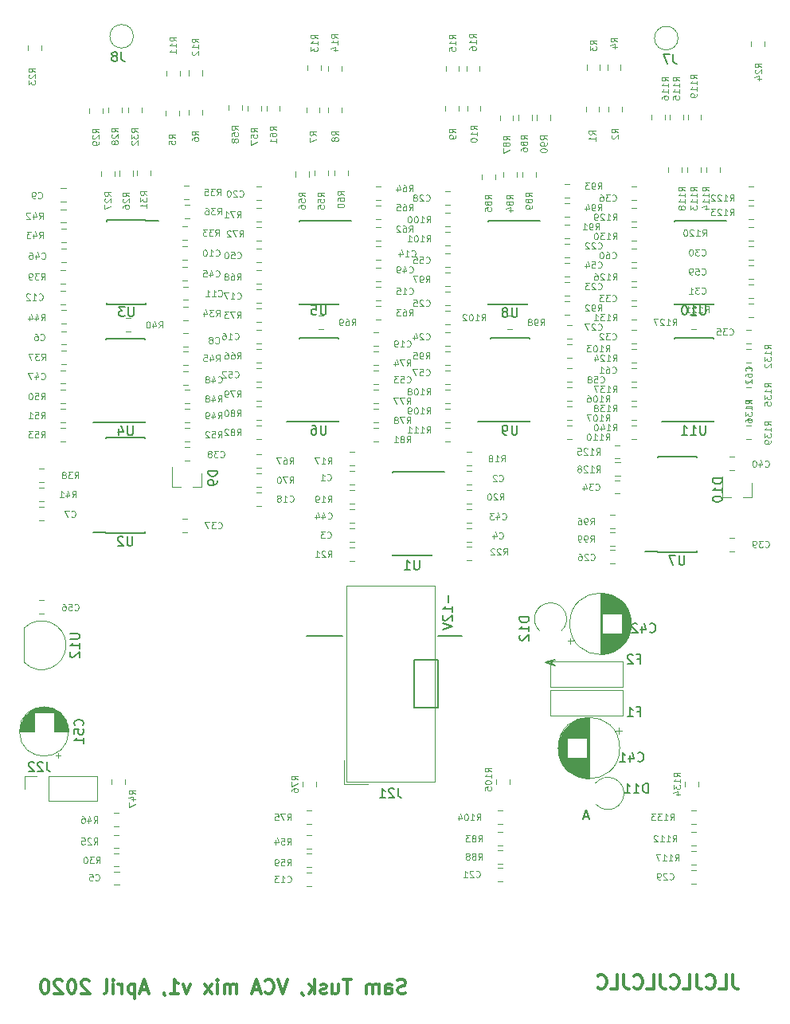
<source format=gbr>
%TF.GenerationSoftware,KiCad,Pcbnew,(5.0.1)-3*%
%TF.CreationDate,2020-04-13T21:00:07+01:00*%
%TF.ProjectId,pcb,7063622E6B696361645F706362000000,rev?*%
%TF.SameCoordinates,Original*%
%TF.FileFunction,Legend,Bot*%
%TF.FilePolarity,Positive*%
%FSLAX46Y46*%
G04 Gerber Fmt 4.6, Leading zero omitted, Abs format (unit mm)*
G04 Created by KiCad (PCBNEW (5.0.1)-3) date 13/04/2020 21:00:07*
%MOMM*%
%LPD*%
G01*
G04 APERTURE LIST*
%ADD10C,0.300000*%
%ADD11C,0.120000*%
%ADD12C,0.150000*%
G04 APERTURE END LIST*
D10*
X54190857Y-116431142D02*
X53976571Y-116502571D01*
X53619428Y-116502571D01*
X53476571Y-116431142D01*
X53405142Y-116359714D01*
X53333714Y-116216857D01*
X53333714Y-116074000D01*
X53405142Y-115931142D01*
X53476571Y-115859714D01*
X53619428Y-115788285D01*
X53905142Y-115716857D01*
X54048000Y-115645428D01*
X54119428Y-115574000D01*
X54190857Y-115431142D01*
X54190857Y-115288285D01*
X54119428Y-115145428D01*
X54048000Y-115074000D01*
X53905142Y-115002571D01*
X53548000Y-115002571D01*
X53333714Y-115074000D01*
X52048000Y-116502571D02*
X52048000Y-115716857D01*
X52119428Y-115574000D01*
X52262285Y-115502571D01*
X52548000Y-115502571D01*
X52690857Y-115574000D01*
X52048000Y-116431142D02*
X52190857Y-116502571D01*
X52548000Y-116502571D01*
X52690857Y-116431142D01*
X52762285Y-116288285D01*
X52762285Y-116145428D01*
X52690857Y-116002571D01*
X52548000Y-115931142D01*
X52190857Y-115931142D01*
X52048000Y-115859714D01*
X51333714Y-116502571D02*
X51333714Y-115502571D01*
X51333714Y-115645428D02*
X51262285Y-115574000D01*
X51119428Y-115502571D01*
X50905142Y-115502571D01*
X50762285Y-115574000D01*
X50690857Y-115716857D01*
X50690857Y-116502571D01*
X50690857Y-115716857D02*
X50619428Y-115574000D01*
X50476571Y-115502571D01*
X50262285Y-115502571D01*
X50119428Y-115574000D01*
X50048000Y-115716857D01*
X50048000Y-116502571D01*
X48405142Y-115002571D02*
X47548000Y-115002571D01*
X47976571Y-116502571D02*
X47976571Y-115002571D01*
X46405142Y-115502571D02*
X46405142Y-116502571D01*
X47048000Y-115502571D02*
X47048000Y-116288285D01*
X46976571Y-116431142D01*
X46833714Y-116502571D01*
X46619428Y-116502571D01*
X46476571Y-116431142D01*
X46405142Y-116359714D01*
X45762285Y-116431142D02*
X45619428Y-116502571D01*
X45333714Y-116502571D01*
X45190857Y-116431142D01*
X45119428Y-116288285D01*
X45119428Y-116216857D01*
X45190857Y-116074000D01*
X45333714Y-116002571D01*
X45548000Y-116002571D01*
X45690857Y-115931142D01*
X45762285Y-115788285D01*
X45762285Y-115716857D01*
X45690857Y-115574000D01*
X45548000Y-115502571D01*
X45333714Y-115502571D01*
X45190857Y-115574000D01*
X44476571Y-116502571D02*
X44476571Y-115002571D01*
X44333714Y-115931142D02*
X43905142Y-116502571D01*
X43905142Y-115502571D02*
X44476571Y-116074000D01*
X43190857Y-116431142D02*
X43190857Y-116502571D01*
X43262285Y-116645428D01*
X43333714Y-116716857D01*
X41619428Y-115002571D02*
X41119428Y-116502571D01*
X40619428Y-115002571D01*
X39262285Y-116359714D02*
X39333714Y-116431142D01*
X39548000Y-116502571D01*
X39690857Y-116502571D01*
X39905142Y-116431142D01*
X40048000Y-116288285D01*
X40119428Y-116145428D01*
X40190857Y-115859714D01*
X40190857Y-115645428D01*
X40119428Y-115359714D01*
X40048000Y-115216857D01*
X39905142Y-115074000D01*
X39690857Y-115002571D01*
X39548000Y-115002571D01*
X39333714Y-115074000D01*
X39262285Y-115145428D01*
X38690857Y-116074000D02*
X37976571Y-116074000D01*
X38833714Y-116502571D02*
X38333714Y-115002571D01*
X37833714Y-116502571D01*
X36190857Y-116502571D02*
X36190857Y-115502571D01*
X36190857Y-115645428D02*
X36119428Y-115574000D01*
X35976571Y-115502571D01*
X35762285Y-115502571D01*
X35619428Y-115574000D01*
X35548000Y-115716857D01*
X35548000Y-116502571D01*
X35548000Y-115716857D02*
X35476571Y-115574000D01*
X35333714Y-115502571D01*
X35119428Y-115502571D01*
X34976571Y-115574000D01*
X34905142Y-115716857D01*
X34905142Y-116502571D01*
X34190857Y-116502571D02*
X34190857Y-115502571D01*
X34190857Y-115002571D02*
X34262285Y-115074000D01*
X34190857Y-115145428D01*
X34119428Y-115074000D01*
X34190857Y-115002571D01*
X34190857Y-115145428D01*
X33619428Y-116502571D02*
X32833714Y-115502571D01*
X33619428Y-115502571D02*
X32833714Y-116502571D01*
X31262285Y-115502571D02*
X30905142Y-116502571D01*
X30548000Y-115502571D01*
X29190857Y-116502571D02*
X30048000Y-116502571D01*
X29619428Y-116502571D02*
X29619428Y-115002571D01*
X29762285Y-115216857D01*
X29905142Y-115359714D01*
X30048000Y-115431142D01*
X28476571Y-116431142D02*
X28476571Y-116502571D01*
X28548000Y-116645428D01*
X28619428Y-116716857D01*
X26762285Y-116074000D02*
X26048000Y-116074000D01*
X26905142Y-116502571D02*
X26405142Y-115002571D01*
X25905142Y-116502571D01*
X25405142Y-115502571D02*
X25405142Y-117002571D01*
X25405142Y-115574000D02*
X25262285Y-115502571D01*
X24976571Y-115502571D01*
X24833714Y-115574000D01*
X24762285Y-115645428D01*
X24690857Y-115788285D01*
X24690857Y-116216857D01*
X24762285Y-116359714D01*
X24833714Y-116431142D01*
X24976571Y-116502571D01*
X25262285Y-116502571D01*
X25405142Y-116431142D01*
X24048000Y-116502571D02*
X24048000Y-115502571D01*
X24048000Y-115788285D02*
X23976571Y-115645428D01*
X23905142Y-115574000D01*
X23762285Y-115502571D01*
X23619428Y-115502571D01*
X23119428Y-116502571D02*
X23119428Y-115502571D01*
X23119428Y-115002571D02*
X23190857Y-115074000D01*
X23119428Y-115145428D01*
X23048000Y-115074000D01*
X23119428Y-115002571D01*
X23119428Y-115145428D01*
X22190857Y-116502571D02*
X22333714Y-116431142D01*
X22405142Y-116288285D01*
X22405142Y-115002571D01*
X20548000Y-115145428D02*
X20476571Y-115074000D01*
X20333714Y-115002571D01*
X19976571Y-115002571D01*
X19833714Y-115074000D01*
X19762285Y-115145428D01*
X19690857Y-115288285D01*
X19690857Y-115431142D01*
X19762285Y-115645428D01*
X20619428Y-116502571D01*
X19690857Y-116502571D01*
X18762285Y-115002571D02*
X18619428Y-115002571D01*
X18476571Y-115074000D01*
X18405142Y-115145428D01*
X18333714Y-115288285D01*
X18262285Y-115574000D01*
X18262285Y-115931142D01*
X18333714Y-116216857D01*
X18405142Y-116359714D01*
X18476571Y-116431142D01*
X18619428Y-116502571D01*
X18762285Y-116502571D01*
X18905142Y-116431142D01*
X18976571Y-116359714D01*
X19048000Y-116216857D01*
X19119428Y-115931142D01*
X19119428Y-115574000D01*
X19048000Y-115288285D01*
X18976571Y-115145428D01*
X18905142Y-115074000D01*
X18762285Y-115002571D01*
X17690857Y-115145428D02*
X17619428Y-115074000D01*
X17476571Y-115002571D01*
X17119428Y-115002571D01*
X16976571Y-115074000D01*
X16905142Y-115145428D01*
X16833714Y-115288285D01*
X16833714Y-115431142D01*
X16905142Y-115645428D01*
X17762285Y-116502571D01*
X16833714Y-116502571D01*
X15905142Y-115002571D02*
X15762285Y-115002571D01*
X15619428Y-115074000D01*
X15548000Y-115145428D01*
X15476571Y-115288285D01*
X15405142Y-115574000D01*
X15405142Y-115931142D01*
X15476571Y-116216857D01*
X15548000Y-116359714D01*
X15619428Y-116431142D01*
X15762285Y-116502571D01*
X15905142Y-116502571D01*
X16048000Y-116431142D01*
X16119428Y-116359714D01*
X16190857Y-116216857D01*
X16262285Y-115931142D01*
X16262285Y-115574000D01*
X16190857Y-115288285D01*
X16119428Y-115145428D01*
X16048000Y-115074000D01*
X15905142Y-115002571D01*
X88970571Y-114494571D02*
X88970571Y-115566000D01*
X89042000Y-115780285D01*
X89184857Y-115923142D01*
X89399142Y-115994571D01*
X89542000Y-115994571D01*
X87542000Y-115994571D02*
X88256285Y-115994571D01*
X88256285Y-114494571D01*
X86184857Y-115851714D02*
X86256285Y-115923142D01*
X86470571Y-115994571D01*
X86613428Y-115994571D01*
X86827714Y-115923142D01*
X86970571Y-115780285D01*
X87042000Y-115637428D01*
X87113428Y-115351714D01*
X87113428Y-115137428D01*
X87042000Y-114851714D01*
X86970571Y-114708857D01*
X86827714Y-114566000D01*
X86613428Y-114494571D01*
X86470571Y-114494571D01*
X86256285Y-114566000D01*
X86184857Y-114637428D01*
X85113428Y-114494571D02*
X85113428Y-115566000D01*
X85184857Y-115780285D01*
X85327714Y-115923142D01*
X85542000Y-115994571D01*
X85684857Y-115994571D01*
X83684857Y-115994571D02*
X84399142Y-115994571D01*
X84399142Y-114494571D01*
X82327714Y-115851714D02*
X82399142Y-115923142D01*
X82613428Y-115994571D01*
X82756285Y-115994571D01*
X82970571Y-115923142D01*
X83113428Y-115780285D01*
X83184857Y-115637428D01*
X83256285Y-115351714D01*
X83256285Y-115137428D01*
X83184857Y-114851714D01*
X83113428Y-114708857D01*
X82970571Y-114566000D01*
X82756285Y-114494571D01*
X82613428Y-114494571D01*
X82399142Y-114566000D01*
X82327714Y-114637428D01*
X81256285Y-114494571D02*
X81256285Y-115566000D01*
X81327714Y-115780285D01*
X81470571Y-115923142D01*
X81684857Y-115994571D01*
X81827714Y-115994571D01*
X79827714Y-115994571D02*
X80542000Y-115994571D01*
X80542000Y-114494571D01*
X78470571Y-115851714D02*
X78542000Y-115923142D01*
X78756285Y-115994571D01*
X78899142Y-115994571D01*
X79113428Y-115923142D01*
X79256285Y-115780285D01*
X79327714Y-115637428D01*
X79399142Y-115351714D01*
X79399142Y-115137428D01*
X79327714Y-114851714D01*
X79256285Y-114708857D01*
X79113428Y-114566000D01*
X78899142Y-114494571D01*
X78756285Y-114494571D01*
X78542000Y-114566000D01*
X78470571Y-114637428D01*
X77399142Y-114494571D02*
X77399142Y-115566000D01*
X77470571Y-115780285D01*
X77613428Y-115923142D01*
X77827714Y-115994571D01*
X77970571Y-115994571D01*
X75970571Y-115994571D02*
X76684857Y-115994571D01*
X76684857Y-114494571D01*
X74613428Y-115851714D02*
X74684857Y-115923142D01*
X74899142Y-115994571D01*
X75042000Y-115994571D01*
X75256285Y-115923142D01*
X75399142Y-115780285D01*
X75470571Y-115637428D01*
X75542000Y-115351714D01*
X75542000Y-115137428D01*
X75470571Y-114851714D01*
X75399142Y-114708857D01*
X75256285Y-114566000D01*
X75042000Y-114494571D01*
X74899142Y-114494571D01*
X74684857Y-114566000D01*
X74613428Y-114637428D01*
D11*
X74440449Y-96417366D02*
G75*
G03X74380847Y-94150000I1251551J1167366D01*
G01*
X70763366Y-77959551D02*
G75*
G03X68496000Y-78019153I-1167366J1251551D01*
G01*
X60698748Y-58980000D02*
X61221252Y-58980000D01*
X60698748Y-60400000D02*
X61221252Y-60400000D01*
X90416748Y-50090000D02*
X90939252Y-50090000D01*
X90416748Y-51510000D02*
X90939252Y-51510000D01*
X78224748Y-50090000D02*
X78747252Y-50090000D01*
X78224748Y-51510000D02*
X78747252Y-51510000D01*
X78747252Y-38810000D02*
X78224748Y-38810000D01*
X78747252Y-37390000D02*
X78224748Y-37390000D01*
X91193252Y-40588000D02*
X90670748Y-40588000D01*
X91193252Y-39168000D02*
X90670748Y-39168000D01*
X71375748Y-50090000D02*
X71898252Y-50090000D01*
X71375748Y-51510000D02*
X71898252Y-51510000D01*
X58421748Y-50344000D02*
X58944252Y-50344000D01*
X58421748Y-51764000D02*
X58944252Y-51764000D01*
X15755252Y-76148000D02*
X15232748Y-76148000D01*
X15755252Y-74728000D02*
X15232748Y-74728000D01*
X58935252Y-39318000D02*
X58412748Y-39318000D01*
X58935252Y-37898000D02*
X58412748Y-37898000D01*
X71635252Y-40334000D02*
X71112748Y-40334000D01*
X71635252Y-38914000D02*
X71112748Y-38914000D01*
X50792748Y-50344000D02*
X51315252Y-50344000D01*
X50792748Y-51764000D02*
X51315252Y-51764000D01*
X38346748Y-50090000D02*
X38869252Y-50090000D01*
X38346748Y-51510000D02*
X38869252Y-51510000D01*
X38869252Y-38810000D02*
X38346748Y-38810000D01*
X38869252Y-37390000D02*
X38346748Y-37390000D01*
X51569252Y-40842000D02*
X51046748Y-40842000D01*
X51569252Y-39422000D02*
X51046748Y-39422000D01*
X17468748Y-50280000D02*
X17991252Y-50280000D01*
X17468748Y-51700000D02*
X17991252Y-51700000D01*
X18086252Y-38810000D02*
X17563748Y-38810000D01*
X18086252Y-37390000D02*
X17563748Y-37390000D01*
X30936252Y-40710000D02*
X30413748Y-40710000D01*
X30936252Y-39290000D02*
X30413748Y-39290000D01*
X48775252Y-66496000D02*
X48252748Y-66496000D01*
X48775252Y-65076000D02*
X48252748Y-65076000D01*
X61221252Y-66496000D02*
X60698748Y-66496000D01*
X61221252Y-65076000D02*
X60698748Y-65076000D01*
X89161252Y-60908000D02*
X88638748Y-60908000D01*
X89161252Y-59488000D02*
X88638748Y-59488000D01*
X88638748Y-68124000D02*
X89161252Y-68124000D01*
X88638748Y-69544000D02*
X89161252Y-69544000D01*
X31249252Y-59892000D02*
X30726748Y-59892000D01*
X31249252Y-58472000D02*
X30726748Y-58472000D01*
X30472748Y-66092000D02*
X30995252Y-66092000D01*
X30472748Y-67512000D02*
X30995252Y-67512000D01*
X78738252Y-32206000D02*
X78215748Y-32206000D01*
X78738252Y-30786000D02*
X78215748Y-30786000D01*
X90939252Y-47446000D02*
X90416748Y-47446000D01*
X90939252Y-46026000D02*
X90416748Y-46026000D01*
X76969252Y-63385000D02*
X76446748Y-63385000D01*
X76969252Y-61965000D02*
X76446748Y-61965000D01*
X78224748Y-41454000D02*
X78747252Y-41454000D01*
X78224748Y-42874000D02*
X78747252Y-42874000D01*
X78224748Y-46026000D02*
X78747252Y-46026000D01*
X78224748Y-47446000D02*
X78747252Y-47446000D01*
X91193252Y-42620000D02*
X90670748Y-42620000D01*
X91193252Y-41200000D02*
X90670748Y-41200000D01*
X91193252Y-38556000D02*
X90670748Y-38556000D01*
X91193252Y-37136000D02*
X90670748Y-37136000D01*
X84574748Y-103430000D02*
X85097252Y-103430000D01*
X84574748Y-104850000D02*
X85097252Y-104850000D01*
X58926252Y-32714000D02*
X58403748Y-32714000D01*
X58926252Y-31294000D02*
X58403748Y-31294000D01*
X71898252Y-46938000D02*
X71375748Y-46938000D01*
X71898252Y-45518000D02*
X71375748Y-45518000D01*
X76461252Y-70814000D02*
X75938748Y-70814000D01*
X76461252Y-69394000D02*
X75938748Y-69394000D01*
X58412748Y-41962000D02*
X58935252Y-41962000D01*
X58412748Y-43382000D02*
X58935252Y-43382000D01*
X58412748Y-46280000D02*
X58935252Y-46280000D01*
X58412748Y-47700000D02*
X58935252Y-47700000D01*
X71626252Y-42366000D02*
X71103748Y-42366000D01*
X71626252Y-40946000D02*
X71103748Y-40946000D01*
X71635252Y-38302000D02*
X71112748Y-38302000D01*
X71635252Y-36882000D02*
X71112748Y-36882000D01*
X64000748Y-103176000D02*
X64523252Y-103176000D01*
X64000748Y-104596000D02*
X64523252Y-104596000D01*
X38869252Y-32206000D02*
X38346748Y-32206000D01*
X38869252Y-30786000D02*
X38346748Y-30786000D01*
X51324252Y-47700000D02*
X50801748Y-47700000D01*
X51324252Y-46280000D02*
X50801748Y-46280000D01*
X38346748Y-63298000D02*
X38869252Y-63298000D01*
X38346748Y-64718000D02*
X38869252Y-64718000D01*
X38346748Y-41708000D02*
X38869252Y-41708000D01*
X38346748Y-43128000D02*
X38869252Y-43128000D01*
X38346748Y-46026000D02*
X38869252Y-46026000D01*
X38346748Y-47446000D02*
X38869252Y-47446000D01*
X51569252Y-42874000D02*
X51046748Y-42874000D01*
X51569252Y-41454000D02*
X51046748Y-41454000D01*
X51569252Y-38556000D02*
X51046748Y-38556000D01*
X51569252Y-37136000D02*
X51046748Y-37136000D01*
X43680748Y-103684000D02*
X44203252Y-103684000D01*
X43680748Y-105104000D02*
X44203252Y-105104000D01*
X17517616Y-41866289D02*
X18040120Y-41866289D01*
X17517616Y-43286289D02*
X18040120Y-43286289D01*
X31036252Y-42810000D02*
X30513748Y-42810000D01*
X31036252Y-41390000D02*
X30513748Y-41390000D01*
X30986252Y-38510000D02*
X30463748Y-38510000D01*
X30986252Y-37090000D02*
X30463748Y-37090000D01*
X18061252Y-32385000D02*
X17538748Y-32385000D01*
X18061252Y-30965000D02*
X17538748Y-30965000D01*
X31051252Y-47785000D02*
X30528748Y-47785000D01*
X31051252Y-46365000D02*
X30528748Y-46365000D01*
X15755252Y-66242000D02*
X15232748Y-66242000D01*
X15755252Y-64822000D02*
X15232748Y-64822000D01*
X17553748Y-46135000D02*
X18076252Y-46135000D01*
X17553748Y-47555000D02*
X18076252Y-47555000D01*
X23213748Y-103544000D02*
X23736252Y-103544000D01*
X23213748Y-104964000D02*
X23736252Y-104964000D01*
X61221252Y-68528000D02*
X60698748Y-68528000D01*
X61221252Y-67108000D02*
X60698748Y-67108000D01*
X48252748Y-67108000D02*
X48775252Y-67108000D01*
X48252748Y-68528000D02*
X48775252Y-68528000D01*
X61221252Y-62432000D02*
X60698748Y-62432000D01*
X61221252Y-61012000D02*
X60698748Y-61012000D01*
X48252748Y-61012000D02*
X48775252Y-61012000D01*
X48252748Y-62432000D02*
X48775252Y-62432000D01*
X30558748Y-50400000D02*
X31081252Y-50400000D01*
X30558748Y-51820000D02*
X31081252Y-51820000D01*
X78215748Y-56186000D02*
X78738252Y-56186000D01*
X78215748Y-57606000D02*
X78738252Y-57606000D01*
X90930252Y-57606000D02*
X90407748Y-57606000D01*
X90930252Y-56186000D02*
X90407748Y-56186000D01*
X78233748Y-54154000D02*
X78756252Y-54154000D01*
X78233748Y-55574000D02*
X78756252Y-55574000D01*
X78747252Y-53542000D02*
X78224748Y-53542000D01*
X78747252Y-52122000D02*
X78224748Y-52122000D01*
X90939252Y-55574000D02*
X90416748Y-55574000D01*
X90939252Y-54154000D02*
X90416748Y-54154000D01*
X90416748Y-52122000D02*
X90939252Y-52122000D01*
X90416748Y-53542000D02*
X90939252Y-53542000D01*
X83872000Y-94495252D02*
X83872000Y-93972748D01*
X85292000Y-94495252D02*
X85292000Y-93972748D01*
X85097252Y-98500000D02*
X84574748Y-98500000D01*
X85097252Y-97080000D02*
X84574748Y-97080000D01*
X90939252Y-49478000D02*
X90416748Y-49478000D01*
X90939252Y-48058000D02*
X90416748Y-48058000D01*
X78747252Y-44906000D02*
X78224748Y-44906000D01*
X78747252Y-43486000D02*
X78224748Y-43486000D01*
X78738252Y-36524000D02*
X78215748Y-36524000D01*
X78738252Y-35104000D02*
X78215748Y-35104000D01*
X78747252Y-34492000D02*
X78224748Y-34492000D01*
X78747252Y-33072000D02*
X78224748Y-33072000D01*
X76986252Y-61510000D02*
X76463748Y-61510000D01*
X76986252Y-60090000D02*
X76463748Y-60090000D01*
X85106252Y-45922000D02*
X84583748Y-45922000D01*
X85106252Y-44502000D02*
X84583748Y-44502000D01*
X78224748Y-39422000D02*
X78747252Y-39422000D01*
X78224748Y-40842000D02*
X78747252Y-40842000D01*
X76969252Y-59663000D02*
X76446748Y-59663000D01*
X76969252Y-58243000D02*
X76446748Y-58243000D01*
X78224748Y-48058000D02*
X78747252Y-48058000D01*
X78224748Y-49478000D02*
X78747252Y-49478000D01*
X90679748Y-32818000D02*
X91202252Y-32818000D01*
X90679748Y-34238000D02*
X91202252Y-34238000D01*
X90679748Y-30786000D02*
X91202252Y-30786000D01*
X90679748Y-32206000D02*
X91202252Y-32206000D01*
X91193252Y-44652000D02*
X90670748Y-44652000D01*
X91193252Y-43232000D02*
X90670748Y-43232000D01*
X91184252Y-36524000D02*
X90661748Y-36524000D01*
X91184252Y-35104000D02*
X90661748Y-35104000D01*
X84190000Y-23649252D02*
X84190000Y-23126748D01*
X85610000Y-23649252D02*
X85610000Y-23126748D01*
X82094000Y-29217252D02*
X82094000Y-28694748D01*
X83514000Y-29217252D02*
X83514000Y-28694748D01*
X84574748Y-101398000D02*
X85097252Y-101398000D01*
X84574748Y-102818000D02*
X85097252Y-102818000D01*
X80330000Y-23679252D02*
X80330000Y-23156748D01*
X81750000Y-23679252D02*
X81750000Y-23156748D01*
X83680000Y-23146748D02*
X83680000Y-23669252D01*
X82260000Y-23146748D02*
X82260000Y-23669252D01*
X86158000Y-29217252D02*
X86158000Y-28694748D01*
X87578000Y-29217252D02*
X87578000Y-28694748D01*
X85546000Y-28694748D02*
X85546000Y-29217252D01*
X84126000Y-28694748D02*
X84126000Y-29217252D01*
X85097252Y-100786000D02*
X84574748Y-100786000D01*
X85097252Y-99366000D02*
X84574748Y-99366000D01*
X58412748Y-56440000D02*
X58935252Y-56440000D01*
X58412748Y-57860000D02*
X58935252Y-57860000D01*
X71880252Y-57606000D02*
X71357748Y-57606000D01*
X71880252Y-56186000D02*
X71357748Y-56186000D01*
X58403748Y-54408000D02*
X58926252Y-54408000D01*
X58403748Y-55828000D02*
X58926252Y-55828000D01*
X58926252Y-53796000D02*
X58403748Y-53796000D01*
X58926252Y-52376000D02*
X58403748Y-52376000D01*
X71898252Y-55574000D02*
X71375748Y-55574000D01*
X71898252Y-54154000D02*
X71375748Y-54154000D01*
X71366748Y-52122000D02*
X71889252Y-52122000D01*
X71366748Y-53542000D02*
X71889252Y-53542000D01*
X63806000Y-94241252D02*
X63806000Y-93718748D01*
X65226000Y-94241252D02*
X65226000Y-93718748D01*
X64514252Y-98500000D02*
X63991748Y-98500000D01*
X64514252Y-97080000D02*
X63991748Y-97080000D01*
X71880252Y-48970000D02*
X71357748Y-48970000D01*
X71880252Y-47550000D02*
X71357748Y-47550000D01*
X58935252Y-45414000D02*
X58412748Y-45414000D01*
X58935252Y-43994000D02*
X58412748Y-43994000D01*
X58926252Y-37032000D02*
X58403748Y-37032000D01*
X58926252Y-35612000D02*
X58403748Y-35612000D01*
X58935252Y-35000000D02*
X58412748Y-35000000D01*
X58935252Y-33580000D02*
X58412748Y-33580000D01*
X76436252Y-68932000D02*
X75913748Y-68932000D01*
X76436252Y-67512000D02*
X75913748Y-67512000D01*
X65539252Y-45922000D02*
X65016748Y-45922000D01*
X65539252Y-44502000D02*
X65016748Y-44502000D01*
X58421748Y-39930000D02*
X58944252Y-39930000D01*
X58421748Y-41350000D02*
X58944252Y-41350000D01*
X76436252Y-67085000D02*
X75913748Y-67085000D01*
X76436252Y-65665000D02*
X75913748Y-65665000D01*
X58412748Y-48312000D02*
X58935252Y-48312000D01*
X58412748Y-49732000D02*
X58935252Y-49732000D01*
X71103748Y-32564000D02*
X71626252Y-32564000D01*
X71103748Y-33984000D02*
X71626252Y-33984000D01*
X71112748Y-30532000D02*
X71635252Y-30532000D01*
X71112748Y-31952000D02*
X71635252Y-31952000D01*
X71635252Y-44398000D02*
X71112748Y-44398000D01*
X71635252Y-42978000D02*
X71112748Y-42978000D01*
X71626252Y-36270000D02*
X71103748Y-36270000D01*
X71626252Y-34850000D02*
X71103748Y-34850000D01*
X68164000Y-23699252D02*
X68164000Y-23176748D01*
X69584000Y-23699252D02*
X69584000Y-23176748D01*
X66600000Y-29725252D02*
X66600000Y-29202748D01*
X68020000Y-29725252D02*
X68020000Y-29202748D01*
X64000748Y-101269537D02*
X64523252Y-101269537D01*
X64000748Y-102689537D02*
X64523252Y-102689537D01*
X64214000Y-23719252D02*
X64214000Y-23196748D01*
X65634000Y-23719252D02*
X65634000Y-23196748D01*
X67604000Y-23176748D02*
X67604000Y-23699252D01*
X66184000Y-23176748D02*
X66184000Y-23699252D01*
X62282000Y-29979252D02*
X62282000Y-29456748D01*
X63702000Y-29979252D02*
X63702000Y-29456748D01*
X65988000Y-29211748D02*
X65988000Y-29734252D01*
X64568000Y-29211748D02*
X64568000Y-29734252D01*
X64523252Y-100786000D02*
X64000748Y-100786000D01*
X64523252Y-99366000D02*
X64000748Y-99366000D01*
X38346748Y-56186000D02*
X38869252Y-56186000D01*
X38346748Y-57606000D02*
X38869252Y-57606000D01*
X51315252Y-57860000D02*
X50792748Y-57860000D01*
X51315252Y-56440000D02*
X50792748Y-56440000D01*
X38346748Y-54154000D02*
X38869252Y-54154000D01*
X38346748Y-55574000D02*
X38869252Y-55574000D01*
X38869252Y-53542000D02*
X38346748Y-53542000D01*
X38869252Y-52122000D02*
X38346748Y-52122000D01*
X51315252Y-55828000D02*
X50792748Y-55828000D01*
X51315252Y-54408000D02*
X50792748Y-54408000D01*
X50801748Y-52376000D02*
X51324252Y-52376000D01*
X50801748Y-53796000D02*
X51324252Y-53796000D01*
X43232000Y-94495252D02*
X43232000Y-93972748D01*
X44652000Y-94495252D02*
X44652000Y-93972748D01*
X44203252Y-98500000D02*
X43680748Y-98500000D01*
X44203252Y-97080000D02*
X43680748Y-97080000D01*
X51315252Y-49732000D02*
X50792748Y-49732000D01*
X51315252Y-48312000D02*
X50792748Y-48312000D01*
X38878252Y-45160000D02*
X38355748Y-45160000D01*
X38878252Y-43740000D02*
X38355748Y-43740000D01*
X38869252Y-36524000D02*
X38346748Y-36524000D01*
X38869252Y-35104000D02*
X38346748Y-35104000D01*
X38869252Y-34492000D02*
X38346748Y-34492000D01*
X38869252Y-33072000D02*
X38346748Y-33072000D01*
X38346748Y-61266000D02*
X38869252Y-61266000D01*
X38346748Y-62686000D02*
X38869252Y-62686000D01*
X45473252Y-45922000D02*
X44950748Y-45922000D01*
X45473252Y-44502000D02*
X44950748Y-44502000D01*
X38346748Y-39676000D02*
X38869252Y-39676000D01*
X38346748Y-41096000D02*
X38869252Y-41096000D01*
X38869252Y-60654000D02*
X38346748Y-60654000D01*
X38869252Y-59234000D02*
X38346748Y-59234000D01*
X38355748Y-48058000D02*
X38878252Y-48058000D01*
X38355748Y-49478000D02*
X38878252Y-49478000D01*
X51046748Y-32818000D02*
X51569252Y-32818000D01*
X51046748Y-34238000D02*
X51569252Y-34238000D01*
X51055748Y-30786000D02*
X51578252Y-30786000D01*
X51055748Y-32206000D02*
X51578252Y-32206000D01*
X51569252Y-44906000D02*
X51046748Y-44906000D01*
X51569252Y-43486000D02*
X51046748Y-43486000D01*
X51560252Y-36524000D02*
X51037748Y-36524000D01*
X51560252Y-35104000D02*
X51037748Y-35104000D01*
X39400000Y-22701252D02*
X39400000Y-22178748D01*
X40820000Y-22701252D02*
X40820000Y-22178748D01*
X46612000Y-29571252D02*
X46612000Y-29048748D01*
X48032000Y-29571252D02*
X48032000Y-29048748D01*
X44203252Y-103072000D02*
X43680748Y-103072000D01*
X44203252Y-101652000D02*
X43680748Y-101652000D01*
X35350000Y-22671252D02*
X35350000Y-22148748D01*
X36770000Y-22671252D02*
X36770000Y-22148748D01*
X38820000Y-22178748D02*
X38820000Y-22701252D01*
X37400000Y-22178748D02*
X37400000Y-22701252D01*
X42470000Y-29716252D02*
X42470000Y-29193748D01*
X43890000Y-29716252D02*
X43890000Y-29193748D01*
X45942000Y-29048748D02*
X45942000Y-29571252D01*
X44522000Y-29048748D02*
X44522000Y-29571252D01*
X44194252Y-101081721D02*
X43671748Y-101081721D01*
X44194252Y-99661721D02*
X43671748Y-99661721D01*
X17518748Y-56440000D02*
X18041252Y-56440000D01*
X17518748Y-57860000D02*
X18041252Y-57860000D01*
X31249252Y-57860000D02*
X30726748Y-57860000D01*
X31249252Y-56440000D02*
X30726748Y-56440000D01*
X17518748Y-54408000D02*
X18041252Y-54408000D01*
X17518748Y-55828000D02*
X18041252Y-55828000D01*
X18041252Y-53796000D02*
X17518748Y-53796000D01*
X18041252Y-52376000D02*
X17518748Y-52376000D01*
X31249252Y-55828000D02*
X30726748Y-55828000D01*
X31249252Y-54408000D02*
X30726748Y-54408000D01*
X30735748Y-52376000D02*
X31258252Y-52376000D01*
X30735748Y-53796000D02*
X31258252Y-53796000D01*
X22912000Y-94241252D02*
X22912000Y-93718748D01*
X24332000Y-94241252D02*
X24332000Y-93718748D01*
X23661252Y-98760000D02*
X23138748Y-98760000D01*
X23661252Y-97340000D02*
X23138748Y-97340000D01*
X31026252Y-49735000D02*
X30503748Y-49735000D01*
X31026252Y-48315000D02*
X30503748Y-48315000D01*
X18086252Y-45285000D02*
X17563748Y-45285000D01*
X18086252Y-43865000D02*
X17563748Y-43865000D01*
X18111252Y-36660000D02*
X17588748Y-36660000D01*
X18111252Y-35240000D02*
X17588748Y-35240000D01*
X18061252Y-34610000D02*
X17538748Y-34610000D01*
X18061252Y-33190000D02*
X17538748Y-33190000D01*
X15232748Y-62790000D02*
X15755252Y-62790000D01*
X15232748Y-64210000D02*
X15755252Y-64210000D01*
X24971252Y-46180000D02*
X24448748Y-46180000D01*
X24971252Y-44760000D02*
X24448748Y-44760000D01*
X17517616Y-39641289D02*
X18040120Y-39641289D01*
X17517616Y-41061289D02*
X18040120Y-41061289D01*
X15232748Y-60758000D02*
X15755252Y-60758000D01*
X15232748Y-62178000D02*
X15755252Y-62178000D01*
X17553748Y-48185000D02*
X18076252Y-48185000D01*
X17553748Y-49605000D02*
X18076252Y-49605000D01*
X30679044Y-32724531D02*
X31201548Y-32724531D01*
X30679044Y-34144531D02*
X31201548Y-34144531D01*
X30629044Y-30674531D02*
X31151548Y-30674531D01*
X30629044Y-32094531D02*
X31151548Y-32094531D01*
X31036252Y-44960000D02*
X30513748Y-44960000D01*
X31036252Y-43540000D02*
X30513748Y-43540000D01*
X30986252Y-36410000D02*
X30463748Y-36410000D01*
X30986252Y-34990000D02*
X30463748Y-34990000D01*
X24693764Y-22906865D02*
X24693764Y-22384361D01*
X26113764Y-22906865D02*
X26113764Y-22384361D01*
X25660000Y-29611252D02*
X25660000Y-29088748D01*
X27080000Y-29611252D02*
X27080000Y-29088748D01*
X23711252Y-103014000D02*
X23188748Y-103014000D01*
X23711252Y-101594000D02*
X23188748Y-101594000D01*
X20543764Y-22956865D02*
X20543764Y-22434361D01*
X21963764Y-22956865D02*
X21963764Y-22434361D01*
X24013764Y-22384361D02*
X24013764Y-22906865D01*
X22593764Y-22384361D02*
X22593764Y-22906865D01*
X21850000Y-29691252D02*
X21850000Y-29168748D01*
X23270000Y-29691252D02*
X23270000Y-29168748D01*
X25190000Y-29108748D02*
X25190000Y-29631252D01*
X23770000Y-29108748D02*
X23770000Y-29631252D01*
X23661252Y-101064000D02*
X23138748Y-101064000D01*
X23661252Y-99644000D02*
X23138748Y-99644000D01*
X92360000Y-15338748D02*
X92360000Y-15861252D01*
X90940000Y-15338748D02*
X90940000Y-15861252D01*
X15442000Y-15740748D02*
X15442000Y-16263252D01*
X14022000Y-15740748D02*
X14022000Y-16263252D01*
X60698748Y-69050253D02*
X61221252Y-69050253D01*
X60698748Y-70470253D02*
X61221252Y-70470253D01*
X48775252Y-70560000D02*
X48252748Y-70560000D01*
X48775252Y-69140000D02*
X48252748Y-69140000D01*
X61221252Y-64464000D02*
X60698748Y-64464000D01*
X61221252Y-63044000D02*
X60698748Y-63044000D01*
X48252748Y-63044000D02*
X48775252Y-63044000D01*
X48252748Y-64464000D02*
X48775252Y-64464000D01*
X48775252Y-60400000D02*
X48252748Y-60400000D01*
X48775252Y-58980000D02*
X48252748Y-58980000D01*
X62060000Y-17938748D02*
X62060000Y-18461252D01*
X60640000Y-17938748D02*
X60640000Y-18461252D01*
X58440000Y-18461252D02*
X58440000Y-17938748D01*
X59860000Y-18461252D02*
X59860000Y-17938748D01*
X47360000Y-17988748D02*
X47360000Y-18511252D01*
X45940000Y-17988748D02*
X45940000Y-18511252D01*
X43790000Y-18411252D02*
X43790000Y-17888748D01*
X45210000Y-18411252D02*
X45210000Y-17888748D01*
X32560000Y-18438748D02*
X32560000Y-18961252D01*
X31140000Y-18438748D02*
X31140000Y-18961252D01*
X28790000Y-19011252D02*
X28790000Y-18488748D01*
X30210000Y-19011252D02*
X30210000Y-18488748D01*
X62160000Y-22188748D02*
X62160000Y-22711252D01*
X60740000Y-22188748D02*
X60740000Y-22711252D01*
X58390000Y-22711252D02*
X58390000Y-22188748D01*
X59810000Y-22711252D02*
X59810000Y-22188748D01*
X47410000Y-22388748D02*
X47410000Y-22911252D01*
X45990000Y-22388748D02*
X45990000Y-22911252D01*
X43640000Y-22911252D02*
X43640000Y-22388748D01*
X45060000Y-22911252D02*
X45060000Y-22388748D01*
X32560000Y-22638748D02*
X32560000Y-23161252D01*
X31140000Y-22638748D02*
X31140000Y-23161252D01*
X28690000Y-23211252D02*
X28690000Y-22688748D01*
X30110000Y-23211252D02*
X30110000Y-22688748D01*
X77060000Y-17838748D02*
X77060000Y-18361252D01*
X75640000Y-17838748D02*
X75640000Y-18361252D01*
X73440000Y-18361252D02*
X73440000Y-17838748D01*
X74860000Y-18361252D02*
X74860000Y-17838748D01*
X77160000Y-22288748D02*
X77160000Y-22811252D01*
X75740000Y-22288748D02*
X75740000Y-22811252D01*
X73340000Y-22811252D02*
X73340000Y-22288748D01*
X74760000Y-22811252D02*
X74760000Y-22288748D01*
X83151000Y-15000000D02*
G75*
G03X83151000Y-15000000I-1251000J0D01*
G01*
X25251000Y-14800000D02*
G75*
G03X25251000Y-14800000I-1251000J0D01*
G01*
X76865241Y-88270000D02*
X76865241Y-88900000D01*
X77180241Y-88585000D02*
X76550241Y-88585000D01*
X70439000Y-90022000D02*
X70439000Y-90826000D01*
X70479000Y-89791000D02*
X70479000Y-91057000D01*
X70519000Y-89622000D02*
X70519000Y-91226000D01*
X70559000Y-89484000D02*
X70559000Y-91364000D01*
X70599000Y-89365000D02*
X70599000Y-91483000D01*
X70639000Y-89259000D02*
X70639000Y-91589000D01*
X70679000Y-89162000D02*
X70679000Y-91686000D01*
X70719000Y-89074000D02*
X70719000Y-91774000D01*
X70759000Y-88992000D02*
X70759000Y-91856000D01*
X70799000Y-88915000D02*
X70799000Y-91933000D01*
X70839000Y-88843000D02*
X70839000Y-92005000D01*
X70879000Y-88774000D02*
X70879000Y-92074000D01*
X70919000Y-88710000D02*
X70919000Y-92138000D01*
X70959000Y-88648000D02*
X70959000Y-92200000D01*
X70999000Y-88590000D02*
X70999000Y-92258000D01*
X71039000Y-88534000D02*
X71039000Y-92314000D01*
X71079000Y-88480000D02*
X71079000Y-92368000D01*
X71119000Y-88429000D02*
X71119000Y-92419000D01*
X71159000Y-88380000D02*
X71159000Y-92468000D01*
X71199000Y-88332000D02*
X71199000Y-92516000D01*
X71239000Y-88287000D02*
X71239000Y-92561000D01*
X71279000Y-88242000D02*
X71279000Y-92606000D01*
X71319000Y-88200000D02*
X71319000Y-92648000D01*
X71359000Y-88159000D02*
X71359000Y-92689000D01*
X71399000Y-91464000D02*
X71399000Y-92729000D01*
X71399000Y-88119000D02*
X71399000Y-89384000D01*
X71439000Y-91464000D02*
X71439000Y-92767000D01*
X71439000Y-88081000D02*
X71439000Y-89384000D01*
X71479000Y-91464000D02*
X71479000Y-92804000D01*
X71479000Y-88044000D02*
X71479000Y-89384000D01*
X71519000Y-91464000D02*
X71519000Y-92840000D01*
X71519000Y-88008000D02*
X71519000Y-89384000D01*
X71559000Y-91464000D02*
X71559000Y-92874000D01*
X71559000Y-87974000D02*
X71559000Y-89384000D01*
X71599000Y-91464000D02*
X71599000Y-92908000D01*
X71599000Y-87940000D02*
X71599000Y-89384000D01*
X71639000Y-91464000D02*
X71639000Y-92940000D01*
X71639000Y-87908000D02*
X71639000Y-89384000D01*
X71679000Y-91464000D02*
X71679000Y-92972000D01*
X71679000Y-87876000D02*
X71679000Y-89384000D01*
X71719000Y-91464000D02*
X71719000Y-93002000D01*
X71719000Y-87846000D02*
X71719000Y-89384000D01*
X71759000Y-91464000D02*
X71759000Y-93031000D01*
X71759000Y-87817000D02*
X71759000Y-89384000D01*
X71799000Y-91464000D02*
X71799000Y-93060000D01*
X71799000Y-87788000D02*
X71799000Y-89384000D01*
X71839000Y-91464000D02*
X71839000Y-93088000D01*
X71839000Y-87760000D02*
X71839000Y-89384000D01*
X71879000Y-91464000D02*
X71879000Y-93114000D01*
X71879000Y-87734000D02*
X71879000Y-89384000D01*
X71919000Y-91464000D02*
X71919000Y-93140000D01*
X71919000Y-87708000D02*
X71919000Y-89384000D01*
X71959000Y-91464000D02*
X71959000Y-93166000D01*
X71959000Y-87682000D02*
X71959000Y-89384000D01*
X71999000Y-91464000D02*
X71999000Y-93190000D01*
X71999000Y-87658000D02*
X71999000Y-89384000D01*
X72039000Y-91464000D02*
X72039000Y-93214000D01*
X72039000Y-87634000D02*
X72039000Y-89384000D01*
X72079000Y-91464000D02*
X72079000Y-93236000D01*
X72079000Y-87612000D02*
X72079000Y-89384000D01*
X72119000Y-91464000D02*
X72119000Y-93258000D01*
X72119000Y-87590000D02*
X72119000Y-89384000D01*
X72159000Y-91464000D02*
X72159000Y-93280000D01*
X72159000Y-87568000D02*
X72159000Y-89384000D01*
X72199000Y-91464000D02*
X72199000Y-93300000D01*
X72199000Y-87548000D02*
X72199000Y-89384000D01*
X72239000Y-91464000D02*
X72239000Y-93320000D01*
X72239000Y-87528000D02*
X72239000Y-89384000D01*
X72279000Y-91464000D02*
X72279000Y-93340000D01*
X72279000Y-87508000D02*
X72279000Y-89384000D01*
X72319000Y-91464000D02*
X72319000Y-93358000D01*
X72319000Y-87490000D02*
X72319000Y-89384000D01*
X72359000Y-91464000D02*
X72359000Y-93376000D01*
X72359000Y-87472000D02*
X72359000Y-89384000D01*
X72399000Y-91464000D02*
X72399000Y-93394000D01*
X72399000Y-87454000D02*
X72399000Y-89384000D01*
X72439000Y-91464000D02*
X72439000Y-93410000D01*
X72439000Y-87438000D02*
X72439000Y-89384000D01*
X72479000Y-91464000D02*
X72479000Y-93426000D01*
X72479000Y-87422000D02*
X72479000Y-89384000D01*
X72519000Y-91464000D02*
X72519000Y-93442000D01*
X72519000Y-87406000D02*
X72519000Y-89384000D01*
X72559000Y-91464000D02*
X72559000Y-93457000D01*
X72559000Y-87391000D02*
X72559000Y-89384000D01*
X72599000Y-91464000D02*
X72599000Y-93471000D01*
X72599000Y-87377000D02*
X72599000Y-89384000D01*
X72639000Y-91464000D02*
X72639000Y-93485000D01*
X72639000Y-87363000D02*
X72639000Y-89384000D01*
X72679000Y-91464000D02*
X72679000Y-93498000D01*
X72679000Y-87350000D02*
X72679000Y-89384000D01*
X72719000Y-91464000D02*
X72719000Y-93510000D01*
X72719000Y-87338000D02*
X72719000Y-89384000D01*
X72759000Y-91464000D02*
X72759000Y-93522000D01*
X72759000Y-87326000D02*
X72759000Y-89384000D01*
X72799000Y-91464000D02*
X72799000Y-93534000D01*
X72799000Y-87314000D02*
X72799000Y-89384000D01*
X72839000Y-91464000D02*
X72839000Y-93545000D01*
X72839000Y-87303000D02*
X72839000Y-89384000D01*
X72879000Y-91464000D02*
X72879000Y-93555000D01*
X72879000Y-87293000D02*
X72879000Y-89384000D01*
X72919000Y-91464000D02*
X72919000Y-93565000D01*
X72919000Y-87283000D02*
X72919000Y-89384000D01*
X72959000Y-91464000D02*
X72959000Y-93574000D01*
X72959000Y-87274000D02*
X72959000Y-89384000D01*
X73000000Y-91464000D02*
X73000000Y-93583000D01*
X73000000Y-87265000D02*
X73000000Y-89384000D01*
X73040000Y-91464000D02*
X73040000Y-93591000D01*
X73040000Y-87257000D02*
X73040000Y-89384000D01*
X73080000Y-91464000D02*
X73080000Y-93599000D01*
X73080000Y-87249000D02*
X73080000Y-89384000D01*
X73120000Y-91464000D02*
X73120000Y-93606000D01*
X73120000Y-87242000D02*
X73120000Y-89384000D01*
X73160000Y-91464000D02*
X73160000Y-93613000D01*
X73160000Y-87235000D02*
X73160000Y-89384000D01*
X73200000Y-91464000D02*
X73200000Y-93619000D01*
X73200000Y-87229000D02*
X73200000Y-89384000D01*
X73240000Y-91464000D02*
X73240000Y-93625000D01*
X73240000Y-87223000D02*
X73240000Y-89384000D01*
X73280000Y-91464000D02*
X73280000Y-93630000D01*
X73280000Y-87218000D02*
X73280000Y-89384000D01*
X73320000Y-91464000D02*
X73320000Y-93635000D01*
X73320000Y-87213000D02*
X73320000Y-89384000D01*
X73360000Y-91464000D02*
X73360000Y-93639000D01*
X73360000Y-87209000D02*
X73360000Y-89384000D01*
X73400000Y-91464000D02*
X73400000Y-93642000D01*
X73400000Y-87206000D02*
X73400000Y-89384000D01*
X73440000Y-91464000D02*
X73440000Y-93646000D01*
X73440000Y-87202000D02*
X73440000Y-89384000D01*
X73480000Y-87200000D02*
X73480000Y-93648000D01*
X73520000Y-87197000D02*
X73520000Y-93651000D01*
X73560000Y-87196000D02*
X73560000Y-93652000D01*
X73600000Y-87194000D02*
X73600000Y-93654000D01*
X73640000Y-87194000D02*
X73640000Y-93654000D01*
X73680000Y-87194000D02*
X73680000Y-93654000D01*
X76950000Y-90424000D02*
G75*
G03X76950000Y-90424000I-3270000J0D01*
G01*
X78180000Y-77216000D02*
G75*
G03X78180000Y-77216000I-3270000J0D01*
G01*
X74910000Y-80446000D02*
X74910000Y-73986000D01*
X74950000Y-80446000D02*
X74950000Y-73986000D01*
X74990000Y-80446000D02*
X74990000Y-73986000D01*
X75030000Y-80444000D02*
X75030000Y-73988000D01*
X75070000Y-80443000D02*
X75070000Y-73989000D01*
X75110000Y-80440000D02*
X75110000Y-73992000D01*
X75150000Y-80438000D02*
X75150000Y-78256000D01*
X75150000Y-76176000D02*
X75150000Y-73994000D01*
X75190000Y-80434000D02*
X75190000Y-78256000D01*
X75190000Y-76176000D02*
X75190000Y-73998000D01*
X75230000Y-80431000D02*
X75230000Y-78256000D01*
X75230000Y-76176000D02*
X75230000Y-74001000D01*
X75270000Y-80427000D02*
X75270000Y-78256000D01*
X75270000Y-76176000D02*
X75270000Y-74005000D01*
X75310000Y-80422000D02*
X75310000Y-78256000D01*
X75310000Y-76176000D02*
X75310000Y-74010000D01*
X75350000Y-80417000D02*
X75350000Y-78256000D01*
X75350000Y-76176000D02*
X75350000Y-74015000D01*
X75390000Y-80411000D02*
X75390000Y-78256000D01*
X75390000Y-76176000D02*
X75390000Y-74021000D01*
X75430000Y-80405000D02*
X75430000Y-78256000D01*
X75430000Y-76176000D02*
X75430000Y-74027000D01*
X75470000Y-80398000D02*
X75470000Y-78256000D01*
X75470000Y-76176000D02*
X75470000Y-74034000D01*
X75510000Y-80391000D02*
X75510000Y-78256000D01*
X75510000Y-76176000D02*
X75510000Y-74041000D01*
X75550000Y-80383000D02*
X75550000Y-78256000D01*
X75550000Y-76176000D02*
X75550000Y-74049000D01*
X75590000Y-80375000D02*
X75590000Y-78256000D01*
X75590000Y-76176000D02*
X75590000Y-74057000D01*
X75631000Y-80366000D02*
X75631000Y-78256000D01*
X75631000Y-76176000D02*
X75631000Y-74066000D01*
X75671000Y-80357000D02*
X75671000Y-78256000D01*
X75671000Y-76176000D02*
X75671000Y-74075000D01*
X75711000Y-80347000D02*
X75711000Y-78256000D01*
X75711000Y-76176000D02*
X75711000Y-74085000D01*
X75751000Y-80337000D02*
X75751000Y-78256000D01*
X75751000Y-76176000D02*
X75751000Y-74095000D01*
X75791000Y-80326000D02*
X75791000Y-78256000D01*
X75791000Y-76176000D02*
X75791000Y-74106000D01*
X75831000Y-80314000D02*
X75831000Y-78256000D01*
X75831000Y-76176000D02*
X75831000Y-74118000D01*
X75871000Y-80302000D02*
X75871000Y-78256000D01*
X75871000Y-76176000D02*
X75871000Y-74130000D01*
X75911000Y-80290000D02*
X75911000Y-78256000D01*
X75911000Y-76176000D02*
X75911000Y-74142000D01*
X75951000Y-80277000D02*
X75951000Y-78256000D01*
X75951000Y-76176000D02*
X75951000Y-74155000D01*
X75991000Y-80263000D02*
X75991000Y-78256000D01*
X75991000Y-76176000D02*
X75991000Y-74169000D01*
X76031000Y-80249000D02*
X76031000Y-78256000D01*
X76031000Y-76176000D02*
X76031000Y-74183000D01*
X76071000Y-80234000D02*
X76071000Y-78256000D01*
X76071000Y-76176000D02*
X76071000Y-74198000D01*
X76111000Y-80218000D02*
X76111000Y-78256000D01*
X76111000Y-76176000D02*
X76111000Y-74214000D01*
X76151000Y-80202000D02*
X76151000Y-78256000D01*
X76151000Y-76176000D02*
X76151000Y-74230000D01*
X76191000Y-80186000D02*
X76191000Y-78256000D01*
X76191000Y-76176000D02*
X76191000Y-74246000D01*
X76231000Y-80168000D02*
X76231000Y-78256000D01*
X76231000Y-76176000D02*
X76231000Y-74264000D01*
X76271000Y-80150000D02*
X76271000Y-78256000D01*
X76271000Y-76176000D02*
X76271000Y-74282000D01*
X76311000Y-80132000D02*
X76311000Y-78256000D01*
X76311000Y-76176000D02*
X76311000Y-74300000D01*
X76351000Y-80112000D02*
X76351000Y-78256000D01*
X76351000Y-76176000D02*
X76351000Y-74320000D01*
X76391000Y-80092000D02*
X76391000Y-78256000D01*
X76391000Y-76176000D02*
X76391000Y-74340000D01*
X76431000Y-80072000D02*
X76431000Y-78256000D01*
X76431000Y-76176000D02*
X76431000Y-74360000D01*
X76471000Y-80050000D02*
X76471000Y-78256000D01*
X76471000Y-76176000D02*
X76471000Y-74382000D01*
X76511000Y-80028000D02*
X76511000Y-78256000D01*
X76511000Y-76176000D02*
X76511000Y-74404000D01*
X76551000Y-80006000D02*
X76551000Y-78256000D01*
X76551000Y-76176000D02*
X76551000Y-74426000D01*
X76591000Y-79982000D02*
X76591000Y-78256000D01*
X76591000Y-76176000D02*
X76591000Y-74450000D01*
X76631000Y-79958000D02*
X76631000Y-78256000D01*
X76631000Y-76176000D02*
X76631000Y-74474000D01*
X76671000Y-79932000D02*
X76671000Y-78256000D01*
X76671000Y-76176000D02*
X76671000Y-74500000D01*
X76711000Y-79906000D02*
X76711000Y-78256000D01*
X76711000Y-76176000D02*
X76711000Y-74526000D01*
X76751000Y-79880000D02*
X76751000Y-78256000D01*
X76751000Y-76176000D02*
X76751000Y-74552000D01*
X76791000Y-79852000D02*
X76791000Y-78256000D01*
X76791000Y-76176000D02*
X76791000Y-74580000D01*
X76831000Y-79823000D02*
X76831000Y-78256000D01*
X76831000Y-76176000D02*
X76831000Y-74609000D01*
X76871000Y-79794000D02*
X76871000Y-78256000D01*
X76871000Y-76176000D02*
X76871000Y-74638000D01*
X76911000Y-79764000D02*
X76911000Y-78256000D01*
X76911000Y-76176000D02*
X76911000Y-74668000D01*
X76951000Y-79732000D02*
X76951000Y-78256000D01*
X76951000Y-76176000D02*
X76951000Y-74700000D01*
X76991000Y-79700000D02*
X76991000Y-78256000D01*
X76991000Y-76176000D02*
X76991000Y-74732000D01*
X77031000Y-79666000D02*
X77031000Y-78256000D01*
X77031000Y-76176000D02*
X77031000Y-74766000D01*
X77071000Y-79632000D02*
X77071000Y-78256000D01*
X77071000Y-76176000D02*
X77071000Y-74800000D01*
X77111000Y-79596000D02*
X77111000Y-78256000D01*
X77111000Y-76176000D02*
X77111000Y-74836000D01*
X77151000Y-79559000D02*
X77151000Y-78256000D01*
X77151000Y-76176000D02*
X77151000Y-74873000D01*
X77191000Y-79521000D02*
X77191000Y-78256000D01*
X77191000Y-76176000D02*
X77191000Y-74911000D01*
X77231000Y-79481000D02*
X77231000Y-74951000D01*
X77271000Y-79440000D02*
X77271000Y-74992000D01*
X77311000Y-79398000D02*
X77311000Y-75034000D01*
X77351000Y-79353000D02*
X77351000Y-75079000D01*
X77391000Y-79308000D02*
X77391000Y-75124000D01*
X77431000Y-79260000D02*
X77431000Y-75172000D01*
X77471000Y-79211000D02*
X77471000Y-75221000D01*
X77511000Y-79160000D02*
X77511000Y-75272000D01*
X77551000Y-79106000D02*
X77551000Y-75326000D01*
X77591000Y-79050000D02*
X77591000Y-75382000D01*
X77631000Y-78992000D02*
X77631000Y-75440000D01*
X77671000Y-78930000D02*
X77671000Y-75502000D01*
X77711000Y-78866000D02*
X77711000Y-75566000D01*
X77751000Y-78797000D02*
X77751000Y-75635000D01*
X77791000Y-78725000D02*
X77791000Y-75707000D01*
X77831000Y-78648000D02*
X77831000Y-75784000D01*
X77871000Y-78566000D02*
X77871000Y-75866000D01*
X77911000Y-78478000D02*
X77911000Y-75954000D01*
X77951000Y-78381000D02*
X77951000Y-76051000D01*
X77991000Y-78275000D02*
X77991000Y-76157000D01*
X78031000Y-78156000D02*
X78031000Y-76276000D01*
X78071000Y-78018000D02*
X78071000Y-76414000D01*
X78111000Y-77849000D02*
X78111000Y-76583000D01*
X78151000Y-77618000D02*
X78151000Y-76814000D01*
X71409759Y-79055000D02*
X72039759Y-79055000D01*
X71724759Y-79370000D02*
X71724759Y-78740000D01*
X18368000Y-88662000D02*
G75*
G03X18368000Y-88662000I-2620000J0D01*
G01*
X14708000Y-88662000D02*
X13168000Y-88662000D01*
X18328000Y-88662000D02*
X16788000Y-88662000D01*
X14708000Y-88622000D02*
X13168000Y-88622000D01*
X18328000Y-88622000D02*
X16788000Y-88622000D01*
X18327000Y-88582000D02*
X16788000Y-88582000D01*
X14708000Y-88582000D02*
X13169000Y-88582000D01*
X18326000Y-88542000D02*
X16788000Y-88542000D01*
X14708000Y-88542000D02*
X13170000Y-88542000D01*
X18324000Y-88502000D02*
X16788000Y-88502000D01*
X14708000Y-88502000D02*
X13172000Y-88502000D01*
X18321000Y-88462000D02*
X16788000Y-88462000D01*
X14708000Y-88462000D02*
X13175000Y-88462000D01*
X18317000Y-88422000D02*
X16788000Y-88422000D01*
X14708000Y-88422000D02*
X13179000Y-88422000D01*
X18313000Y-88382000D02*
X16788000Y-88382000D01*
X14708000Y-88382000D02*
X13183000Y-88382000D01*
X18309000Y-88342000D02*
X16788000Y-88342000D01*
X14708000Y-88342000D02*
X13187000Y-88342000D01*
X18304000Y-88302000D02*
X16788000Y-88302000D01*
X14708000Y-88302000D02*
X13192000Y-88302000D01*
X18298000Y-88262000D02*
X16788000Y-88262000D01*
X14708000Y-88262000D02*
X13198000Y-88262000D01*
X18291000Y-88222000D02*
X16788000Y-88222000D01*
X14708000Y-88222000D02*
X13205000Y-88222000D01*
X18284000Y-88182000D02*
X16788000Y-88182000D01*
X14708000Y-88182000D02*
X13212000Y-88182000D01*
X18276000Y-88142000D02*
X16788000Y-88142000D01*
X14708000Y-88142000D02*
X13220000Y-88142000D01*
X18268000Y-88102000D02*
X16788000Y-88102000D01*
X14708000Y-88102000D02*
X13228000Y-88102000D01*
X18259000Y-88062000D02*
X16788000Y-88062000D01*
X14708000Y-88062000D02*
X13237000Y-88062000D01*
X18249000Y-88022000D02*
X16788000Y-88022000D01*
X14708000Y-88022000D02*
X13247000Y-88022000D01*
X18239000Y-87982000D02*
X16788000Y-87982000D01*
X14708000Y-87982000D02*
X13257000Y-87982000D01*
X18228000Y-87941000D02*
X16788000Y-87941000D01*
X14708000Y-87941000D02*
X13268000Y-87941000D01*
X18216000Y-87901000D02*
X16788000Y-87901000D01*
X14708000Y-87901000D02*
X13280000Y-87901000D01*
X18203000Y-87861000D02*
X16788000Y-87861000D01*
X14708000Y-87861000D02*
X13293000Y-87861000D01*
X18190000Y-87821000D02*
X16788000Y-87821000D01*
X14708000Y-87821000D02*
X13306000Y-87821000D01*
X18176000Y-87781000D02*
X16788000Y-87781000D01*
X14708000Y-87781000D02*
X13320000Y-87781000D01*
X18162000Y-87741000D02*
X16788000Y-87741000D01*
X14708000Y-87741000D02*
X13334000Y-87741000D01*
X18146000Y-87701000D02*
X16788000Y-87701000D01*
X14708000Y-87701000D02*
X13350000Y-87701000D01*
X18130000Y-87661000D02*
X16788000Y-87661000D01*
X14708000Y-87661000D02*
X13366000Y-87661000D01*
X18113000Y-87621000D02*
X16788000Y-87621000D01*
X14708000Y-87621000D02*
X13383000Y-87621000D01*
X18096000Y-87581000D02*
X16788000Y-87581000D01*
X14708000Y-87581000D02*
X13400000Y-87581000D01*
X18077000Y-87541000D02*
X16788000Y-87541000D01*
X14708000Y-87541000D02*
X13419000Y-87541000D01*
X18058000Y-87501000D02*
X16788000Y-87501000D01*
X14708000Y-87501000D02*
X13438000Y-87501000D01*
X18038000Y-87461000D02*
X16788000Y-87461000D01*
X14708000Y-87461000D02*
X13458000Y-87461000D01*
X18016000Y-87421000D02*
X16788000Y-87421000D01*
X14708000Y-87421000D02*
X13480000Y-87421000D01*
X17995000Y-87381000D02*
X16788000Y-87381000D01*
X14708000Y-87381000D02*
X13501000Y-87381000D01*
X17972000Y-87341000D02*
X16788000Y-87341000D01*
X14708000Y-87341000D02*
X13524000Y-87341000D01*
X17948000Y-87301000D02*
X16788000Y-87301000D01*
X14708000Y-87301000D02*
X13548000Y-87301000D01*
X17923000Y-87261000D02*
X16788000Y-87261000D01*
X14708000Y-87261000D02*
X13573000Y-87261000D01*
X17897000Y-87221000D02*
X16788000Y-87221000D01*
X14708000Y-87221000D02*
X13599000Y-87221000D01*
X17870000Y-87181000D02*
X16788000Y-87181000D01*
X14708000Y-87181000D02*
X13626000Y-87181000D01*
X17843000Y-87141000D02*
X16788000Y-87141000D01*
X14708000Y-87141000D02*
X13653000Y-87141000D01*
X17813000Y-87101000D02*
X16788000Y-87101000D01*
X14708000Y-87101000D02*
X13683000Y-87101000D01*
X17783000Y-87061000D02*
X16788000Y-87061000D01*
X14708000Y-87061000D02*
X13713000Y-87061000D01*
X17752000Y-87021000D02*
X16788000Y-87021000D01*
X14708000Y-87021000D02*
X13744000Y-87021000D01*
X17719000Y-86981000D02*
X16788000Y-86981000D01*
X14708000Y-86981000D02*
X13777000Y-86981000D01*
X17685000Y-86941000D02*
X16788000Y-86941000D01*
X14708000Y-86941000D02*
X13811000Y-86941000D01*
X17649000Y-86901000D02*
X16788000Y-86901000D01*
X14708000Y-86901000D02*
X13847000Y-86901000D01*
X17612000Y-86861000D02*
X16788000Y-86861000D01*
X14708000Y-86861000D02*
X13884000Y-86861000D01*
X17574000Y-86821000D02*
X16788000Y-86821000D01*
X14708000Y-86821000D02*
X13922000Y-86821000D01*
X17533000Y-86781000D02*
X16788000Y-86781000D01*
X14708000Y-86781000D02*
X13963000Y-86781000D01*
X17491000Y-86741000D02*
X16788000Y-86741000D01*
X14708000Y-86741000D02*
X14005000Y-86741000D01*
X17447000Y-86701000D02*
X16788000Y-86701000D01*
X14708000Y-86701000D02*
X14049000Y-86701000D01*
X17401000Y-86661000D02*
X16788000Y-86661000D01*
X14708000Y-86661000D02*
X14095000Y-86661000D01*
X17353000Y-86621000D02*
X14143000Y-86621000D01*
X17302000Y-86581000D02*
X14194000Y-86581000D01*
X17248000Y-86541000D02*
X14248000Y-86541000D01*
X17191000Y-86501000D02*
X14305000Y-86501000D01*
X17131000Y-86461000D02*
X14365000Y-86461000D01*
X17067000Y-86421000D02*
X14429000Y-86421000D01*
X16999000Y-86381000D02*
X14497000Y-86381000D01*
X16926000Y-86341000D02*
X14570000Y-86341000D01*
X16846000Y-86301000D02*
X14650000Y-86301000D01*
X16759000Y-86261000D02*
X14737000Y-86261000D01*
X16663000Y-86221000D02*
X14833000Y-86221000D01*
X16553000Y-86181000D02*
X14943000Y-86181000D01*
X16425000Y-86141000D02*
X15071000Y-86141000D01*
X16266000Y-86101000D02*
X15230000Y-86101000D01*
X16032000Y-86061000D02*
X15464000Y-86061000D01*
X17223000Y-91466775D02*
X17223000Y-90966775D01*
X17473000Y-91216775D02*
X16973000Y-91216775D01*
X32502000Y-62720000D02*
X31572000Y-62720000D01*
X29342000Y-62720000D02*
X30272000Y-62720000D01*
X29342000Y-62720000D02*
X29342000Y-60560000D01*
X32502000Y-62720000D02*
X32502000Y-61260000D01*
X90988000Y-63752000D02*
X90988000Y-62292000D01*
X87828000Y-63752000D02*
X87828000Y-61592000D01*
X87828000Y-63752000D02*
X88758000Y-63752000D01*
X90988000Y-63752000D02*
X90058000Y-63752000D01*
X69576000Y-84228000D02*
X69576000Y-86968000D01*
X77316000Y-84228000D02*
X77316000Y-86968000D01*
X77316000Y-86968000D02*
X69576000Y-86968000D01*
X77316000Y-84228000D02*
X69576000Y-84228000D01*
X77316000Y-81180000D02*
X69576000Y-81180000D01*
X77316000Y-83920000D02*
X69576000Y-83920000D01*
X77316000Y-81180000D02*
X77316000Y-83920000D01*
X69576000Y-81180000D02*
X69576000Y-83920000D01*
X57253000Y-93996000D02*
X57253000Y-73136000D01*
X57253000Y-73136000D02*
X47903000Y-73136000D01*
X47903000Y-73136000D02*
X47903000Y-93996000D01*
X47903000Y-93996000D02*
X57253000Y-93996000D01*
X47653000Y-94246000D02*
X47653000Y-91706000D01*
X47653000Y-94246000D02*
X50193000Y-94246000D01*
D12*
X57658000Y-78486000D02*
X60198000Y-78486000D01*
X47498000Y-78486000D02*
X43688000Y-78486000D01*
X57658000Y-86106000D02*
X56388000Y-86106000D01*
X56388000Y-86106000D02*
X55118000Y-86106000D01*
X55118000Y-86106000D02*
X55118000Y-81026000D01*
X55118000Y-81026000D02*
X57658000Y-81026000D01*
X57658000Y-81026000D02*
X57658000Y-86106000D01*
D11*
X21396000Y-93412000D02*
X21396000Y-96072000D01*
X16256000Y-93412000D02*
X21396000Y-93412000D01*
X16256000Y-96072000D02*
X21396000Y-96072000D01*
X16256000Y-93412000D02*
X16256000Y-96072000D01*
X14986000Y-93412000D02*
X13656000Y-93412000D01*
X13656000Y-93412000D02*
X13656000Y-94742000D01*
D12*
X56933000Y-61082000D02*
X56933000Y-61107000D01*
X52783000Y-61082000D02*
X52783000Y-61197000D01*
X52783000Y-69982000D02*
X52783000Y-69867000D01*
X56933000Y-69982000D02*
X56933000Y-69867000D01*
X56933000Y-61082000D02*
X52783000Y-61082000D01*
X56933000Y-69982000D02*
X52783000Y-69982000D01*
X56933000Y-61107000D02*
X58308000Y-61107000D01*
X22309000Y-67534000D02*
X20934000Y-67534000D01*
X22309000Y-57409000D02*
X26459000Y-57409000D01*
X22309000Y-67559000D02*
X26459000Y-67559000D01*
X22309000Y-57409000D02*
X22309000Y-57514000D01*
X26459000Y-57409000D02*
X26459000Y-57514000D01*
X26459000Y-67559000D02*
X26459000Y-67454000D01*
X22309000Y-67559000D02*
X22309000Y-67534000D01*
X26550000Y-34350000D02*
X26550000Y-34375000D01*
X22400000Y-34350000D02*
X22400000Y-34465000D01*
X22400000Y-43250000D02*
X22400000Y-43135000D01*
X26550000Y-43250000D02*
X26550000Y-43135000D01*
X26550000Y-34350000D02*
X22400000Y-34350000D01*
X26550000Y-43250000D02*
X22400000Y-43250000D01*
X26550000Y-34375000D02*
X27925000Y-34375000D01*
X22355000Y-55810000D02*
X22355000Y-55785000D01*
X26505000Y-55810000D02*
X26505000Y-55695000D01*
X26505000Y-46910000D02*
X26505000Y-47025000D01*
X22355000Y-46910000D02*
X22355000Y-47025000D01*
X22355000Y-55810000D02*
X26505000Y-55810000D01*
X22355000Y-46910000D02*
X26505000Y-46910000D01*
X22355000Y-55785000D02*
X20980000Y-55785000D01*
X47033000Y-34412000D02*
X47033000Y-34437000D01*
X42883000Y-34412000D02*
X42883000Y-34527000D01*
X42883000Y-43312000D02*
X42883000Y-43197000D01*
X47033000Y-43312000D02*
X47033000Y-43197000D01*
X47033000Y-34412000D02*
X42883000Y-34412000D01*
X47033000Y-43312000D02*
X42883000Y-43312000D01*
X47033000Y-34437000D02*
X48408000Y-34437000D01*
X42883000Y-55733000D02*
X41508000Y-55733000D01*
X42883000Y-46858000D02*
X47033000Y-46858000D01*
X42883000Y-55758000D02*
X47033000Y-55758000D01*
X42883000Y-46858000D02*
X42883000Y-46973000D01*
X47033000Y-46858000D02*
X47033000Y-46973000D01*
X47033000Y-55758000D02*
X47033000Y-55643000D01*
X42883000Y-55758000D02*
X42883000Y-55733000D01*
X80983000Y-69591000D02*
X80983000Y-69566000D01*
X85133000Y-69591000D02*
X85133000Y-69486000D01*
X85133000Y-59441000D02*
X85133000Y-59546000D01*
X80983000Y-59441000D02*
X80983000Y-59546000D01*
X80983000Y-69591000D02*
X85133000Y-69591000D01*
X80983000Y-59441000D02*
X85133000Y-59441000D01*
X80983000Y-69566000D02*
X79608000Y-69566000D01*
X67099000Y-34437000D02*
X68474000Y-34437000D01*
X67099000Y-43312000D02*
X62949000Y-43312000D01*
X67099000Y-34412000D02*
X62949000Y-34412000D01*
X67099000Y-43312000D02*
X67099000Y-43197000D01*
X62949000Y-43312000D02*
X62949000Y-43197000D01*
X62949000Y-34412000D02*
X62949000Y-34527000D01*
X67099000Y-34412000D02*
X67099000Y-34437000D01*
X63203000Y-55758000D02*
X63203000Y-55733000D01*
X67353000Y-55758000D02*
X67353000Y-55643000D01*
X67353000Y-46858000D02*
X67353000Y-46973000D01*
X63203000Y-46858000D02*
X63203000Y-46973000D01*
X63203000Y-55758000D02*
X67353000Y-55758000D01*
X63203000Y-46858000D02*
X67353000Y-46858000D01*
X63203000Y-55733000D02*
X61828000Y-55733000D01*
X86911000Y-34437000D02*
X88286000Y-34437000D01*
X86911000Y-43312000D02*
X82761000Y-43312000D01*
X86911000Y-34412000D02*
X82761000Y-34412000D01*
X86911000Y-43312000D02*
X86911000Y-43197000D01*
X82761000Y-43312000D02*
X82761000Y-43197000D01*
X82761000Y-34412000D02*
X82761000Y-34527000D01*
X86911000Y-34412000D02*
X86911000Y-34437000D01*
X82761000Y-55733000D02*
X81386000Y-55733000D01*
X82761000Y-46858000D02*
X86911000Y-46858000D01*
X82761000Y-55758000D02*
X86911000Y-55758000D01*
X82761000Y-46858000D02*
X82761000Y-46973000D01*
X86911000Y-46858000D02*
X86911000Y-46973000D01*
X86911000Y-55758000D02*
X86911000Y-55643000D01*
X82761000Y-55758000D02*
X82761000Y-55733000D01*
D11*
X13644000Y-81302000D02*
X13644000Y-77702000D01*
X13655522Y-81340478D02*
G75*
G03X18094000Y-79502000I1838478J1838478D01*
G01*
X13655522Y-77663522D02*
G75*
G02X18094000Y-79502000I1838478J-1838478D01*
G01*
D12*
X79954285Y-95194380D02*
X79954285Y-94194380D01*
X79716190Y-94194380D01*
X79573333Y-94242000D01*
X79478095Y-94337238D01*
X79430476Y-94432476D01*
X79382857Y-94622952D01*
X79382857Y-94765809D01*
X79430476Y-94956285D01*
X79478095Y-95051523D01*
X79573333Y-95146761D01*
X79716190Y-95194380D01*
X79954285Y-95194380D01*
X78430476Y-95194380D02*
X79001904Y-95194380D01*
X78716190Y-95194380D02*
X78716190Y-94194380D01*
X78811428Y-94337238D01*
X78906666Y-94432476D01*
X79001904Y-94480095D01*
X77478095Y-95194380D02*
X78049523Y-95194380D01*
X77763809Y-95194380D02*
X77763809Y-94194380D01*
X77859047Y-94337238D01*
X77954285Y-94432476D01*
X78049523Y-94480095D01*
X73644095Y-97702666D02*
X73167904Y-97702666D01*
X73739333Y-97988380D02*
X73406000Y-96988380D01*
X73072666Y-97988380D01*
X67297745Y-76509714D02*
X66297745Y-76509714D01*
X66297745Y-76747809D01*
X66345365Y-76890666D01*
X66440603Y-76985904D01*
X66535841Y-77033523D01*
X66726317Y-77081142D01*
X66869174Y-77081142D01*
X67059650Y-77033523D01*
X67154888Y-76985904D01*
X67250126Y-76890666D01*
X67297745Y-76747809D01*
X67297745Y-76509714D01*
X67297745Y-78033523D02*
X67297745Y-77462095D01*
X67297745Y-77747809D02*
X66297745Y-77747809D01*
X66440603Y-77652571D01*
X66535841Y-77557333D01*
X66583460Y-77462095D01*
X66392984Y-78414476D02*
X66345365Y-78462095D01*
X66297745Y-78557333D01*
X66297745Y-78795428D01*
X66345365Y-78890666D01*
X66392984Y-78938285D01*
X66488222Y-78985904D01*
X66583460Y-78985904D01*
X66726317Y-78938285D01*
X67297745Y-78366857D01*
X67297745Y-78985904D01*
X69762666Y-81109904D02*
X69762666Y-81586095D01*
X70048380Y-81014666D02*
X69048380Y-81348000D01*
X70048380Y-81681333D01*
D11*
X64356000Y-60006666D02*
X64589333Y-59673333D01*
X64756000Y-60006666D02*
X64756000Y-59306666D01*
X64489333Y-59306666D01*
X64422666Y-59340000D01*
X64389333Y-59373333D01*
X64356000Y-59440000D01*
X64356000Y-59540000D01*
X64389333Y-59606666D01*
X64422666Y-59640000D01*
X64489333Y-59673333D01*
X64756000Y-59673333D01*
X63689333Y-60006666D02*
X64089333Y-60006666D01*
X63889333Y-60006666D02*
X63889333Y-59306666D01*
X63956000Y-59406666D01*
X64022666Y-59473333D01*
X64089333Y-59506666D01*
X63289333Y-59606666D02*
X63356000Y-59573333D01*
X63389333Y-59540000D01*
X63422666Y-59473333D01*
X63422666Y-59440000D01*
X63389333Y-59373333D01*
X63356000Y-59340000D01*
X63289333Y-59306666D01*
X63156000Y-59306666D01*
X63089333Y-59340000D01*
X63056000Y-59373333D01*
X63022666Y-59440000D01*
X63022666Y-59473333D01*
X63056000Y-59540000D01*
X63089333Y-59573333D01*
X63156000Y-59606666D01*
X63289333Y-59606666D01*
X63356000Y-59640000D01*
X63389333Y-59673333D01*
X63422666Y-59740000D01*
X63422666Y-59873333D01*
X63389333Y-59940000D01*
X63356000Y-59973333D01*
X63289333Y-60006666D01*
X63156000Y-60006666D01*
X63089333Y-59973333D01*
X63056000Y-59940000D01*
X63022666Y-59873333D01*
X63022666Y-59740000D01*
X63056000Y-59673333D01*
X63089333Y-59640000D01*
X63156000Y-59606666D01*
X90928000Y-50350000D02*
X90961333Y-50316666D01*
X90994666Y-50216666D01*
X90994666Y-50150000D01*
X90961333Y-50050000D01*
X90894666Y-49983333D01*
X90828000Y-49950000D01*
X90694666Y-49916666D01*
X90594666Y-49916666D01*
X90461333Y-49950000D01*
X90394666Y-49983333D01*
X90328000Y-50050000D01*
X90294666Y-50150000D01*
X90294666Y-50216666D01*
X90328000Y-50316666D01*
X90361333Y-50350000D01*
X90294666Y-50950000D02*
X90294666Y-50816666D01*
X90328000Y-50750000D01*
X90361333Y-50716666D01*
X90461333Y-50650000D01*
X90594666Y-50616666D01*
X90861333Y-50616666D01*
X90928000Y-50650000D01*
X90961333Y-50683333D01*
X90994666Y-50750000D01*
X90994666Y-50883333D01*
X90961333Y-50950000D01*
X90928000Y-50983333D01*
X90861333Y-51016666D01*
X90694666Y-51016666D01*
X90628000Y-50983333D01*
X90594666Y-50950000D01*
X90561333Y-50883333D01*
X90561333Y-50750000D01*
X90594666Y-50683333D01*
X90628000Y-50650000D01*
X90694666Y-50616666D01*
X90361333Y-51283333D02*
X90328000Y-51316666D01*
X90294666Y-51383333D01*
X90294666Y-51550000D01*
X90328000Y-51616666D01*
X90361333Y-51650000D01*
X90428000Y-51683333D01*
X90494666Y-51683333D01*
X90594666Y-51650000D01*
X90994666Y-51250000D01*
X90994666Y-51683333D01*
X76142000Y-50542000D02*
X76175333Y-50575333D01*
X76275333Y-50608666D01*
X76342000Y-50608666D01*
X76442000Y-50575333D01*
X76508666Y-50508666D01*
X76542000Y-50442000D01*
X76575333Y-50308666D01*
X76575333Y-50208666D01*
X76542000Y-50075333D01*
X76508666Y-50008666D01*
X76442000Y-49942000D01*
X76342000Y-49908666D01*
X76275333Y-49908666D01*
X76175333Y-49942000D01*
X76142000Y-49975333D01*
X75542000Y-49908666D02*
X75675333Y-49908666D01*
X75742000Y-49942000D01*
X75775333Y-49975333D01*
X75842000Y-50075333D01*
X75875333Y-50208666D01*
X75875333Y-50475333D01*
X75842000Y-50542000D01*
X75808666Y-50575333D01*
X75742000Y-50608666D01*
X75608666Y-50608666D01*
X75542000Y-50575333D01*
X75508666Y-50542000D01*
X75475333Y-50475333D01*
X75475333Y-50308666D01*
X75508666Y-50242000D01*
X75542000Y-50208666D01*
X75608666Y-50175333D01*
X75742000Y-50175333D01*
X75808666Y-50208666D01*
X75842000Y-50242000D01*
X75875333Y-50308666D01*
X74808666Y-50608666D02*
X75208666Y-50608666D01*
X75008666Y-50608666D02*
X75008666Y-49908666D01*
X75075333Y-50008666D01*
X75142000Y-50075333D01*
X75208666Y-50108666D01*
X76142000Y-38350000D02*
X76175333Y-38383333D01*
X76275333Y-38416666D01*
X76342000Y-38416666D01*
X76442000Y-38383333D01*
X76508666Y-38316666D01*
X76542000Y-38250000D01*
X76575333Y-38116666D01*
X76575333Y-38016666D01*
X76542000Y-37883333D01*
X76508666Y-37816666D01*
X76442000Y-37750000D01*
X76342000Y-37716666D01*
X76275333Y-37716666D01*
X76175333Y-37750000D01*
X76142000Y-37783333D01*
X75542000Y-37716666D02*
X75675333Y-37716666D01*
X75742000Y-37750000D01*
X75775333Y-37783333D01*
X75842000Y-37883333D01*
X75875333Y-38016666D01*
X75875333Y-38283333D01*
X75842000Y-38350000D01*
X75808666Y-38383333D01*
X75742000Y-38416666D01*
X75608666Y-38416666D01*
X75542000Y-38383333D01*
X75508666Y-38350000D01*
X75475333Y-38283333D01*
X75475333Y-38116666D01*
X75508666Y-38050000D01*
X75542000Y-38016666D01*
X75608666Y-37983333D01*
X75742000Y-37983333D01*
X75808666Y-38016666D01*
X75842000Y-38050000D01*
X75875333Y-38116666D01*
X75042000Y-37716666D02*
X74975333Y-37716666D01*
X74908666Y-37750000D01*
X74875333Y-37783333D01*
X74842000Y-37850000D01*
X74808666Y-37983333D01*
X74808666Y-38150000D01*
X74842000Y-38283333D01*
X74875333Y-38350000D01*
X74908666Y-38383333D01*
X74975333Y-38416666D01*
X75042000Y-38416666D01*
X75108666Y-38383333D01*
X75142000Y-38350000D01*
X75175333Y-38283333D01*
X75208666Y-38150000D01*
X75208666Y-37983333D01*
X75175333Y-37850000D01*
X75142000Y-37783333D01*
X75108666Y-37750000D01*
X75042000Y-37716666D01*
X85655000Y-40078000D02*
X85688333Y-40111333D01*
X85788333Y-40144666D01*
X85855000Y-40144666D01*
X85955000Y-40111333D01*
X86021666Y-40044666D01*
X86055000Y-39978000D01*
X86088333Y-39844666D01*
X86088333Y-39744666D01*
X86055000Y-39611333D01*
X86021666Y-39544666D01*
X85955000Y-39478000D01*
X85855000Y-39444666D01*
X85788333Y-39444666D01*
X85688333Y-39478000D01*
X85655000Y-39511333D01*
X85021666Y-39444666D02*
X85355000Y-39444666D01*
X85388333Y-39778000D01*
X85355000Y-39744666D01*
X85288333Y-39711333D01*
X85121666Y-39711333D01*
X85055000Y-39744666D01*
X85021666Y-39778000D01*
X84988333Y-39844666D01*
X84988333Y-40011333D01*
X85021666Y-40078000D01*
X85055000Y-40111333D01*
X85121666Y-40144666D01*
X85288333Y-40144666D01*
X85355000Y-40111333D01*
X85388333Y-40078000D01*
X84655000Y-40144666D02*
X84521666Y-40144666D01*
X84455000Y-40111333D01*
X84421666Y-40078000D01*
X84355000Y-39978000D01*
X84321666Y-39844666D01*
X84321666Y-39578000D01*
X84355000Y-39511333D01*
X84388333Y-39478000D01*
X84455000Y-39444666D01*
X84588333Y-39444666D01*
X84655000Y-39478000D01*
X84688333Y-39511333D01*
X84721666Y-39578000D01*
X84721666Y-39744666D01*
X84688333Y-39811333D01*
X84655000Y-39844666D01*
X84588333Y-39878000D01*
X84455000Y-39878000D01*
X84388333Y-39844666D01*
X84355000Y-39811333D01*
X84321666Y-39744666D01*
X74872000Y-51558000D02*
X74905333Y-51591333D01*
X75005333Y-51624666D01*
X75072000Y-51624666D01*
X75172000Y-51591333D01*
X75238666Y-51524666D01*
X75272000Y-51458000D01*
X75305333Y-51324666D01*
X75305333Y-51224666D01*
X75272000Y-51091333D01*
X75238666Y-51024666D01*
X75172000Y-50958000D01*
X75072000Y-50924666D01*
X75005333Y-50924666D01*
X74905333Y-50958000D01*
X74872000Y-50991333D01*
X74238666Y-50924666D02*
X74572000Y-50924666D01*
X74605333Y-51258000D01*
X74572000Y-51224666D01*
X74505333Y-51191333D01*
X74338666Y-51191333D01*
X74272000Y-51224666D01*
X74238666Y-51258000D01*
X74205333Y-51324666D01*
X74205333Y-51491333D01*
X74238666Y-51558000D01*
X74272000Y-51591333D01*
X74338666Y-51624666D01*
X74505333Y-51624666D01*
X74572000Y-51591333D01*
X74605333Y-51558000D01*
X73805333Y-51224666D02*
X73872000Y-51191333D01*
X73905333Y-51158000D01*
X73938666Y-51091333D01*
X73938666Y-51058000D01*
X73905333Y-50991333D01*
X73872000Y-50958000D01*
X73805333Y-50924666D01*
X73672000Y-50924666D01*
X73605333Y-50958000D01*
X73572000Y-50991333D01*
X73538666Y-51058000D01*
X73538666Y-51091333D01*
X73572000Y-51158000D01*
X73605333Y-51191333D01*
X73672000Y-51224666D01*
X73805333Y-51224666D01*
X73872000Y-51258000D01*
X73905333Y-51291333D01*
X73938666Y-51358000D01*
X73938666Y-51491333D01*
X73905333Y-51558000D01*
X73872000Y-51591333D01*
X73805333Y-51624666D01*
X73672000Y-51624666D01*
X73605333Y-51591333D01*
X73572000Y-51558000D01*
X73538666Y-51491333D01*
X73538666Y-51358000D01*
X73572000Y-51291333D01*
X73605333Y-51258000D01*
X73672000Y-51224666D01*
X56330000Y-50796000D02*
X56363333Y-50829333D01*
X56463333Y-50862666D01*
X56530000Y-50862666D01*
X56630000Y-50829333D01*
X56696666Y-50762666D01*
X56730000Y-50696000D01*
X56763333Y-50562666D01*
X56763333Y-50462666D01*
X56730000Y-50329333D01*
X56696666Y-50262666D01*
X56630000Y-50196000D01*
X56530000Y-50162666D01*
X56463333Y-50162666D01*
X56363333Y-50196000D01*
X56330000Y-50229333D01*
X55696666Y-50162666D02*
X56030000Y-50162666D01*
X56063333Y-50496000D01*
X56030000Y-50462666D01*
X55963333Y-50429333D01*
X55796666Y-50429333D01*
X55730000Y-50462666D01*
X55696666Y-50496000D01*
X55663333Y-50562666D01*
X55663333Y-50729333D01*
X55696666Y-50796000D01*
X55730000Y-50829333D01*
X55796666Y-50862666D01*
X55963333Y-50862666D01*
X56030000Y-50829333D01*
X56063333Y-50796000D01*
X55430000Y-50162666D02*
X54963333Y-50162666D01*
X55263333Y-50862666D01*
X18992000Y-75738000D02*
X19025333Y-75771333D01*
X19125333Y-75804666D01*
X19192000Y-75804666D01*
X19292000Y-75771333D01*
X19358666Y-75704666D01*
X19392000Y-75638000D01*
X19425333Y-75504666D01*
X19425333Y-75404666D01*
X19392000Y-75271333D01*
X19358666Y-75204666D01*
X19292000Y-75138000D01*
X19192000Y-75104666D01*
X19125333Y-75104666D01*
X19025333Y-75138000D01*
X18992000Y-75171333D01*
X18358666Y-75104666D02*
X18692000Y-75104666D01*
X18725333Y-75438000D01*
X18692000Y-75404666D01*
X18625333Y-75371333D01*
X18458666Y-75371333D01*
X18392000Y-75404666D01*
X18358666Y-75438000D01*
X18325333Y-75504666D01*
X18325333Y-75671333D01*
X18358666Y-75738000D01*
X18392000Y-75771333D01*
X18458666Y-75804666D01*
X18625333Y-75804666D01*
X18692000Y-75771333D01*
X18725333Y-75738000D01*
X17725333Y-75104666D02*
X17858666Y-75104666D01*
X17925333Y-75138000D01*
X17958666Y-75171333D01*
X18025333Y-75271333D01*
X18058666Y-75404666D01*
X18058666Y-75671333D01*
X18025333Y-75738000D01*
X17992000Y-75771333D01*
X17925333Y-75804666D01*
X17792000Y-75804666D01*
X17725333Y-75771333D01*
X17692000Y-75738000D01*
X17658666Y-75671333D01*
X17658666Y-75504666D01*
X17692000Y-75438000D01*
X17725333Y-75404666D01*
X17792000Y-75371333D01*
X17925333Y-75371333D01*
X17992000Y-75404666D01*
X18025333Y-75438000D01*
X18058666Y-75504666D01*
X56330000Y-38858000D02*
X56363333Y-38891333D01*
X56463333Y-38924666D01*
X56530000Y-38924666D01*
X56630000Y-38891333D01*
X56696666Y-38824666D01*
X56730000Y-38758000D01*
X56763333Y-38624666D01*
X56763333Y-38524666D01*
X56730000Y-38391333D01*
X56696666Y-38324666D01*
X56630000Y-38258000D01*
X56530000Y-38224666D01*
X56463333Y-38224666D01*
X56363333Y-38258000D01*
X56330000Y-38291333D01*
X55696666Y-38224666D02*
X56030000Y-38224666D01*
X56063333Y-38558000D01*
X56030000Y-38524666D01*
X55963333Y-38491333D01*
X55796666Y-38491333D01*
X55730000Y-38524666D01*
X55696666Y-38558000D01*
X55663333Y-38624666D01*
X55663333Y-38791333D01*
X55696666Y-38858000D01*
X55730000Y-38891333D01*
X55796666Y-38924666D01*
X55963333Y-38924666D01*
X56030000Y-38891333D01*
X56063333Y-38858000D01*
X55030000Y-38224666D02*
X55363333Y-38224666D01*
X55396666Y-38558000D01*
X55363333Y-38524666D01*
X55296666Y-38491333D01*
X55130000Y-38491333D01*
X55063333Y-38524666D01*
X55030000Y-38558000D01*
X54996666Y-38624666D01*
X54996666Y-38791333D01*
X55030000Y-38858000D01*
X55063333Y-38891333D01*
X55130000Y-38924666D01*
X55296666Y-38924666D01*
X55363333Y-38891333D01*
X55396666Y-38858000D01*
X74618000Y-39366000D02*
X74651333Y-39399333D01*
X74751333Y-39432666D01*
X74818000Y-39432666D01*
X74918000Y-39399333D01*
X74984666Y-39332666D01*
X75018000Y-39266000D01*
X75051333Y-39132666D01*
X75051333Y-39032666D01*
X75018000Y-38899333D01*
X74984666Y-38832666D01*
X74918000Y-38766000D01*
X74818000Y-38732666D01*
X74751333Y-38732666D01*
X74651333Y-38766000D01*
X74618000Y-38799333D01*
X73984666Y-38732666D02*
X74318000Y-38732666D01*
X74351333Y-39066000D01*
X74318000Y-39032666D01*
X74251333Y-38999333D01*
X74084666Y-38999333D01*
X74018000Y-39032666D01*
X73984666Y-39066000D01*
X73951333Y-39132666D01*
X73951333Y-39299333D01*
X73984666Y-39366000D01*
X74018000Y-39399333D01*
X74084666Y-39432666D01*
X74251333Y-39432666D01*
X74318000Y-39399333D01*
X74351333Y-39366000D01*
X73351333Y-38966000D02*
X73351333Y-39432666D01*
X73518000Y-38699333D02*
X73684666Y-39199333D01*
X73251333Y-39199333D01*
X54298000Y-51558000D02*
X54331333Y-51591333D01*
X54431333Y-51624666D01*
X54498000Y-51624666D01*
X54598000Y-51591333D01*
X54664666Y-51524666D01*
X54698000Y-51458000D01*
X54731333Y-51324666D01*
X54731333Y-51224666D01*
X54698000Y-51091333D01*
X54664666Y-51024666D01*
X54598000Y-50958000D01*
X54498000Y-50924666D01*
X54431333Y-50924666D01*
X54331333Y-50958000D01*
X54298000Y-50991333D01*
X53664666Y-50924666D02*
X53998000Y-50924666D01*
X54031333Y-51258000D01*
X53998000Y-51224666D01*
X53931333Y-51191333D01*
X53764666Y-51191333D01*
X53698000Y-51224666D01*
X53664666Y-51258000D01*
X53631333Y-51324666D01*
X53631333Y-51491333D01*
X53664666Y-51558000D01*
X53698000Y-51591333D01*
X53764666Y-51624666D01*
X53931333Y-51624666D01*
X53998000Y-51591333D01*
X54031333Y-51558000D01*
X53398000Y-50924666D02*
X52964666Y-50924666D01*
X53198000Y-51191333D01*
X53098000Y-51191333D01*
X53031333Y-51224666D01*
X52998000Y-51258000D01*
X52964666Y-51324666D01*
X52964666Y-51491333D01*
X52998000Y-51558000D01*
X53031333Y-51591333D01*
X53098000Y-51624666D01*
X53298000Y-51624666D01*
X53364666Y-51591333D01*
X53398000Y-51558000D01*
X36010000Y-51000000D02*
X36043333Y-51033333D01*
X36143333Y-51066666D01*
X36210000Y-51066666D01*
X36310000Y-51033333D01*
X36376666Y-50966666D01*
X36410000Y-50900000D01*
X36443333Y-50766666D01*
X36443333Y-50666666D01*
X36410000Y-50533333D01*
X36376666Y-50466666D01*
X36310000Y-50400000D01*
X36210000Y-50366666D01*
X36143333Y-50366666D01*
X36043333Y-50400000D01*
X36010000Y-50433333D01*
X35376666Y-50366666D02*
X35710000Y-50366666D01*
X35743333Y-50700000D01*
X35710000Y-50666666D01*
X35643333Y-50633333D01*
X35476666Y-50633333D01*
X35410000Y-50666666D01*
X35376666Y-50700000D01*
X35343333Y-50766666D01*
X35343333Y-50933333D01*
X35376666Y-51000000D01*
X35410000Y-51033333D01*
X35476666Y-51066666D01*
X35643333Y-51066666D01*
X35710000Y-51033333D01*
X35743333Y-51000000D01*
X35076666Y-50433333D02*
X35043333Y-50400000D01*
X34976666Y-50366666D01*
X34810000Y-50366666D01*
X34743333Y-50400000D01*
X34710000Y-50433333D01*
X34676666Y-50500000D01*
X34676666Y-50566666D01*
X34710000Y-50666666D01*
X35110000Y-51066666D01*
X34676666Y-51066666D01*
X36273000Y-38350000D02*
X36306333Y-38383333D01*
X36406333Y-38416666D01*
X36473000Y-38416666D01*
X36573000Y-38383333D01*
X36639666Y-38316666D01*
X36673000Y-38250000D01*
X36706333Y-38116666D01*
X36706333Y-38016666D01*
X36673000Y-37883333D01*
X36639666Y-37816666D01*
X36573000Y-37750000D01*
X36473000Y-37716666D01*
X36406333Y-37716666D01*
X36306333Y-37750000D01*
X36273000Y-37783333D01*
X35639666Y-37716666D02*
X35973000Y-37716666D01*
X36006333Y-38050000D01*
X35973000Y-38016666D01*
X35906333Y-37983333D01*
X35739666Y-37983333D01*
X35673000Y-38016666D01*
X35639666Y-38050000D01*
X35606333Y-38116666D01*
X35606333Y-38283333D01*
X35639666Y-38350000D01*
X35673000Y-38383333D01*
X35739666Y-38416666D01*
X35906333Y-38416666D01*
X35973000Y-38383333D01*
X36006333Y-38350000D01*
X35173000Y-37716666D02*
X35106333Y-37716666D01*
X35039666Y-37750000D01*
X35006333Y-37783333D01*
X34973000Y-37850000D01*
X34939666Y-37983333D01*
X34939666Y-38150000D01*
X34973000Y-38283333D01*
X35006333Y-38350000D01*
X35039666Y-38383333D01*
X35106333Y-38416666D01*
X35173000Y-38416666D01*
X35239666Y-38383333D01*
X35273000Y-38350000D01*
X35306333Y-38283333D01*
X35339666Y-38150000D01*
X35339666Y-37983333D01*
X35306333Y-37850000D01*
X35273000Y-37783333D01*
X35239666Y-37750000D01*
X35173000Y-37716666D01*
X54552000Y-39874000D02*
X54585333Y-39907333D01*
X54685333Y-39940666D01*
X54752000Y-39940666D01*
X54852000Y-39907333D01*
X54918666Y-39840666D01*
X54952000Y-39774000D01*
X54985333Y-39640666D01*
X54985333Y-39540666D01*
X54952000Y-39407333D01*
X54918666Y-39340666D01*
X54852000Y-39274000D01*
X54752000Y-39240666D01*
X54685333Y-39240666D01*
X54585333Y-39274000D01*
X54552000Y-39307333D01*
X53952000Y-39474000D02*
X53952000Y-39940666D01*
X54118666Y-39207333D02*
X54285333Y-39707333D01*
X53852000Y-39707333D01*
X53552000Y-39940666D02*
X53418666Y-39940666D01*
X53352000Y-39907333D01*
X53318666Y-39874000D01*
X53252000Y-39774000D01*
X53218666Y-39640666D01*
X53218666Y-39374000D01*
X53252000Y-39307333D01*
X53285333Y-39274000D01*
X53352000Y-39240666D01*
X53485333Y-39240666D01*
X53552000Y-39274000D01*
X53585333Y-39307333D01*
X53618666Y-39374000D01*
X53618666Y-39540666D01*
X53585333Y-39607333D01*
X53552000Y-39640666D01*
X53485333Y-39674000D01*
X53352000Y-39674000D01*
X53285333Y-39640666D01*
X53252000Y-39607333D01*
X53218666Y-39540666D01*
X15436000Y-51190000D02*
X15469333Y-51223333D01*
X15569333Y-51256666D01*
X15636000Y-51256666D01*
X15736000Y-51223333D01*
X15802666Y-51156666D01*
X15836000Y-51090000D01*
X15869333Y-50956666D01*
X15869333Y-50856666D01*
X15836000Y-50723333D01*
X15802666Y-50656666D01*
X15736000Y-50590000D01*
X15636000Y-50556666D01*
X15569333Y-50556666D01*
X15469333Y-50590000D01*
X15436000Y-50623333D01*
X14836000Y-50790000D02*
X14836000Y-51256666D01*
X15002666Y-50523333D02*
X15169333Y-51023333D01*
X14736000Y-51023333D01*
X14536000Y-50556666D02*
X14069333Y-50556666D01*
X14369333Y-51256666D01*
X15481000Y-38400000D02*
X15514333Y-38433333D01*
X15614333Y-38466666D01*
X15681000Y-38466666D01*
X15781000Y-38433333D01*
X15847666Y-38366666D01*
X15881000Y-38300000D01*
X15914333Y-38166666D01*
X15914333Y-38066666D01*
X15881000Y-37933333D01*
X15847666Y-37866666D01*
X15781000Y-37800000D01*
X15681000Y-37766666D01*
X15614333Y-37766666D01*
X15514333Y-37800000D01*
X15481000Y-37833333D01*
X14881000Y-38000000D02*
X14881000Y-38466666D01*
X15047666Y-37733333D02*
X15214333Y-38233333D01*
X14781000Y-38233333D01*
X14214333Y-37766666D02*
X14347666Y-37766666D01*
X14414333Y-37800000D01*
X14447666Y-37833333D01*
X14514333Y-37933333D01*
X14547666Y-38066666D01*
X14547666Y-38333333D01*
X14514333Y-38400000D01*
X14481000Y-38433333D01*
X14414333Y-38466666D01*
X14281000Y-38466666D01*
X14214333Y-38433333D01*
X14181000Y-38400000D01*
X14147666Y-38333333D01*
X14147666Y-38166666D01*
X14181000Y-38100000D01*
X14214333Y-38066666D01*
X14281000Y-38033333D01*
X14414333Y-38033333D01*
X14481000Y-38066666D01*
X14514333Y-38100000D01*
X14547666Y-38166666D01*
X33978000Y-40300000D02*
X34011333Y-40333333D01*
X34111333Y-40366666D01*
X34178000Y-40366666D01*
X34278000Y-40333333D01*
X34344666Y-40266666D01*
X34378000Y-40200000D01*
X34411333Y-40066666D01*
X34411333Y-39966666D01*
X34378000Y-39833333D01*
X34344666Y-39766666D01*
X34278000Y-39700000D01*
X34178000Y-39666666D01*
X34111333Y-39666666D01*
X34011333Y-39700000D01*
X33978000Y-39733333D01*
X33378000Y-39900000D02*
X33378000Y-40366666D01*
X33544666Y-39633333D02*
X33711333Y-40133333D01*
X33278000Y-40133333D01*
X32678000Y-39666666D02*
X33011333Y-39666666D01*
X33044666Y-40000000D01*
X33011333Y-39966666D01*
X32944666Y-39933333D01*
X32778000Y-39933333D01*
X32711333Y-39966666D01*
X32678000Y-40000000D01*
X32644666Y-40066666D01*
X32644666Y-40233333D01*
X32678000Y-40300000D01*
X32711333Y-40333333D01*
X32778000Y-40366666D01*
X32944666Y-40366666D01*
X33011333Y-40333333D01*
X33044666Y-40300000D01*
X45916000Y-66036000D02*
X45949333Y-66069333D01*
X46049333Y-66102666D01*
X46116000Y-66102666D01*
X46216000Y-66069333D01*
X46282666Y-66002666D01*
X46316000Y-65936000D01*
X46349333Y-65802666D01*
X46349333Y-65702666D01*
X46316000Y-65569333D01*
X46282666Y-65502666D01*
X46216000Y-65436000D01*
X46116000Y-65402666D01*
X46049333Y-65402666D01*
X45949333Y-65436000D01*
X45916000Y-65469333D01*
X45316000Y-65636000D02*
X45316000Y-66102666D01*
X45482666Y-65369333D02*
X45649333Y-65869333D01*
X45216000Y-65869333D01*
X44649333Y-65636000D02*
X44649333Y-66102666D01*
X44816000Y-65369333D02*
X44982666Y-65869333D01*
X44549333Y-65869333D01*
X64458000Y-66086000D02*
X64491333Y-66119333D01*
X64591333Y-66152666D01*
X64658000Y-66152666D01*
X64758000Y-66119333D01*
X64824666Y-66052666D01*
X64858000Y-65986000D01*
X64891333Y-65852666D01*
X64891333Y-65752666D01*
X64858000Y-65619333D01*
X64824666Y-65552666D01*
X64758000Y-65486000D01*
X64658000Y-65452666D01*
X64591333Y-65452666D01*
X64491333Y-65486000D01*
X64458000Y-65519333D01*
X63858000Y-65686000D02*
X63858000Y-66152666D01*
X64024666Y-65419333D02*
X64191333Y-65919333D01*
X63758000Y-65919333D01*
X63558000Y-65452666D02*
X63124666Y-65452666D01*
X63358000Y-65719333D01*
X63258000Y-65719333D01*
X63191333Y-65752666D01*
X63158000Y-65786000D01*
X63124666Y-65852666D01*
X63124666Y-66019333D01*
X63158000Y-66086000D01*
X63191333Y-66119333D01*
X63258000Y-66152666D01*
X63458000Y-66152666D01*
X63524666Y-66119333D01*
X63558000Y-66086000D01*
X92398000Y-60498000D02*
X92431333Y-60531333D01*
X92531333Y-60564666D01*
X92598000Y-60564666D01*
X92698000Y-60531333D01*
X92764666Y-60464666D01*
X92798000Y-60398000D01*
X92831333Y-60264666D01*
X92831333Y-60164666D01*
X92798000Y-60031333D01*
X92764666Y-59964666D01*
X92698000Y-59898000D01*
X92598000Y-59864666D01*
X92531333Y-59864666D01*
X92431333Y-59898000D01*
X92398000Y-59931333D01*
X91798000Y-60098000D02*
X91798000Y-60564666D01*
X91964666Y-59831333D02*
X92131333Y-60331333D01*
X91698000Y-60331333D01*
X91298000Y-59864666D02*
X91231333Y-59864666D01*
X91164666Y-59898000D01*
X91131333Y-59931333D01*
X91098000Y-59998000D01*
X91064666Y-60131333D01*
X91064666Y-60298000D01*
X91098000Y-60431333D01*
X91131333Y-60498000D01*
X91164666Y-60531333D01*
X91231333Y-60564666D01*
X91298000Y-60564666D01*
X91364666Y-60531333D01*
X91398000Y-60498000D01*
X91431333Y-60431333D01*
X91464666Y-60298000D01*
X91464666Y-60131333D01*
X91431333Y-59998000D01*
X91398000Y-59931333D01*
X91364666Y-59898000D01*
X91298000Y-59864666D01*
X92398000Y-69034000D02*
X92431333Y-69067333D01*
X92531333Y-69100666D01*
X92598000Y-69100666D01*
X92698000Y-69067333D01*
X92764666Y-69000666D01*
X92798000Y-68934000D01*
X92831333Y-68800666D01*
X92831333Y-68700666D01*
X92798000Y-68567333D01*
X92764666Y-68500666D01*
X92698000Y-68434000D01*
X92598000Y-68400666D01*
X92531333Y-68400666D01*
X92431333Y-68434000D01*
X92398000Y-68467333D01*
X92164666Y-68400666D02*
X91731333Y-68400666D01*
X91964666Y-68667333D01*
X91864666Y-68667333D01*
X91798000Y-68700666D01*
X91764666Y-68734000D01*
X91731333Y-68800666D01*
X91731333Y-68967333D01*
X91764666Y-69034000D01*
X91798000Y-69067333D01*
X91864666Y-69100666D01*
X92064666Y-69100666D01*
X92131333Y-69067333D01*
X92164666Y-69034000D01*
X91398000Y-69100666D02*
X91264666Y-69100666D01*
X91198000Y-69067333D01*
X91164666Y-69034000D01*
X91098000Y-68934000D01*
X91064666Y-68800666D01*
X91064666Y-68534000D01*
X91098000Y-68467333D01*
X91131333Y-68434000D01*
X91198000Y-68400666D01*
X91331333Y-68400666D01*
X91398000Y-68434000D01*
X91431333Y-68467333D01*
X91464666Y-68534000D01*
X91464666Y-68700666D01*
X91431333Y-68767333D01*
X91398000Y-68800666D01*
X91331333Y-68834000D01*
X91198000Y-68834000D01*
X91131333Y-68800666D01*
X91098000Y-68767333D01*
X91064666Y-68700666D01*
X34486000Y-59482000D02*
X34519333Y-59515333D01*
X34619333Y-59548666D01*
X34686000Y-59548666D01*
X34786000Y-59515333D01*
X34852666Y-59448666D01*
X34886000Y-59382000D01*
X34919333Y-59248666D01*
X34919333Y-59148666D01*
X34886000Y-59015333D01*
X34852666Y-58948666D01*
X34786000Y-58882000D01*
X34686000Y-58848666D01*
X34619333Y-58848666D01*
X34519333Y-58882000D01*
X34486000Y-58915333D01*
X34252666Y-58848666D02*
X33819333Y-58848666D01*
X34052666Y-59115333D01*
X33952666Y-59115333D01*
X33886000Y-59148666D01*
X33852666Y-59182000D01*
X33819333Y-59248666D01*
X33819333Y-59415333D01*
X33852666Y-59482000D01*
X33886000Y-59515333D01*
X33952666Y-59548666D01*
X34152666Y-59548666D01*
X34219333Y-59515333D01*
X34252666Y-59482000D01*
X33419333Y-59148666D02*
X33486000Y-59115333D01*
X33519333Y-59082000D01*
X33552666Y-59015333D01*
X33552666Y-58982000D01*
X33519333Y-58915333D01*
X33486000Y-58882000D01*
X33419333Y-58848666D01*
X33286000Y-58848666D01*
X33219333Y-58882000D01*
X33186000Y-58915333D01*
X33152666Y-58982000D01*
X33152666Y-59015333D01*
X33186000Y-59082000D01*
X33219333Y-59115333D01*
X33286000Y-59148666D01*
X33419333Y-59148666D01*
X33486000Y-59182000D01*
X33519333Y-59215333D01*
X33552666Y-59282000D01*
X33552666Y-59415333D01*
X33519333Y-59482000D01*
X33486000Y-59515333D01*
X33419333Y-59548666D01*
X33286000Y-59548666D01*
X33219333Y-59515333D01*
X33186000Y-59482000D01*
X33152666Y-59415333D01*
X33152666Y-59282000D01*
X33186000Y-59215333D01*
X33219333Y-59182000D01*
X33286000Y-59148666D01*
X34232000Y-67052000D02*
X34265333Y-67085333D01*
X34365333Y-67118666D01*
X34432000Y-67118666D01*
X34532000Y-67085333D01*
X34598666Y-67018666D01*
X34632000Y-66952000D01*
X34665333Y-66818666D01*
X34665333Y-66718666D01*
X34632000Y-66585333D01*
X34598666Y-66518666D01*
X34532000Y-66452000D01*
X34432000Y-66418666D01*
X34365333Y-66418666D01*
X34265333Y-66452000D01*
X34232000Y-66485333D01*
X33998666Y-66418666D02*
X33565333Y-66418666D01*
X33798666Y-66685333D01*
X33698666Y-66685333D01*
X33632000Y-66718666D01*
X33598666Y-66752000D01*
X33565333Y-66818666D01*
X33565333Y-66985333D01*
X33598666Y-67052000D01*
X33632000Y-67085333D01*
X33698666Y-67118666D01*
X33898666Y-67118666D01*
X33965333Y-67085333D01*
X33998666Y-67052000D01*
X33332000Y-66418666D02*
X32865333Y-66418666D01*
X33165333Y-67118666D01*
X76142000Y-32254000D02*
X76175333Y-32287333D01*
X76275333Y-32320666D01*
X76342000Y-32320666D01*
X76442000Y-32287333D01*
X76508666Y-32220666D01*
X76542000Y-32154000D01*
X76575333Y-32020666D01*
X76575333Y-31920666D01*
X76542000Y-31787333D01*
X76508666Y-31720666D01*
X76442000Y-31654000D01*
X76342000Y-31620666D01*
X76275333Y-31620666D01*
X76175333Y-31654000D01*
X76142000Y-31687333D01*
X75908666Y-31620666D02*
X75475333Y-31620666D01*
X75708666Y-31887333D01*
X75608666Y-31887333D01*
X75542000Y-31920666D01*
X75508666Y-31954000D01*
X75475333Y-32020666D01*
X75475333Y-32187333D01*
X75508666Y-32254000D01*
X75542000Y-32287333D01*
X75608666Y-32320666D01*
X75808666Y-32320666D01*
X75875333Y-32287333D01*
X75908666Y-32254000D01*
X74875333Y-31620666D02*
X75008666Y-31620666D01*
X75075333Y-31654000D01*
X75108666Y-31687333D01*
X75175333Y-31787333D01*
X75208666Y-31920666D01*
X75208666Y-32187333D01*
X75175333Y-32254000D01*
X75142000Y-32287333D01*
X75075333Y-32320666D01*
X74942000Y-32320666D01*
X74875333Y-32287333D01*
X74842000Y-32254000D01*
X74808666Y-32187333D01*
X74808666Y-32020666D01*
X74842000Y-31954000D01*
X74875333Y-31920666D01*
X74942000Y-31887333D01*
X75075333Y-31887333D01*
X75142000Y-31920666D01*
X75175333Y-31954000D01*
X75208666Y-32020666D01*
X88588000Y-46478000D02*
X88621333Y-46511333D01*
X88721333Y-46544666D01*
X88788000Y-46544666D01*
X88888000Y-46511333D01*
X88954666Y-46444666D01*
X88988000Y-46378000D01*
X89021333Y-46244666D01*
X89021333Y-46144666D01*
X88988000Y-46011333D01*
X88954666Y-45944666D01*
X88888000Y-45878000D01*
X88788000Y-45844666D01*
X88721333Y-45844666D01*
X88621333Y-45878000D01*
X88588000Y-45911333D01*
X88354666Y-45844666D02*
X87921333Y-45844666D01*
X88154666Y-46111333D01*
X88054666Y-46111333D01*
X87988000Y-46144666D01*
X87954666Y-46178000D01*
X87921333Y-46244666D01*
X87921333Y-46411333D01*
X87954666Y-46478000D01*
X87988000Y-46511333D01*
X88054666Y-46544666D01*
X88254666Y-46544666D01*
X88321333Y-46511333D01*
X88354666Y-46478000D01*
X87288000Y-45844666D02*
X87621333Y-45844666D01*
X87654666Y-46178000D01*
X87621333Y-46144666D01*
X87554666Y-46111333D01*
X87388000Y-46111333D01*
X87321333Y-46144666D01*
X87288000Y-46178000D01*
X87254666Y-46244666D01*
X87254666Y-46411333D01*
X87288000Y-46478000D01*
X87321333Y-46511333D01*
X87388000Y-46544666D01*
X87554666Y-46544666D01*
X87621333Y-46511333D01*
X87654666Y-46478000D01*
X74364000Y-62975000D02*
X74397333Y-63008333D01*
X74497333Y-63041666D01*
X74564000Y-63041666D01*
X74664000Y-63008333D01*
X74730666Y-62941666D01*
X74764000Y-62875000D01*
X74797333Y-62741666D01*
X74797333Y-62641666D01*
X74764000Y-62508333D01*
X74730666Y-62441666D01*
X74664000Y-62375000D01*
X74564000Y-62341666D01*
X74497333Y-62341666D01*
X74397333Y-62375000D01*
X74364000Y-62408333D01*
X74130666Y-62341666D02*
X73697333Y-62341666D01*
X73930666Y-62608333D01*
X73830666Y-62608333D01*
X73764000Y-62641666D01*
X73730666Y-62675000D01*
X73697333Y-62741666D01*
X73697333Y-62908333D01*
X73730666Y-62975000D01*
X73764000Y-63008333D01*
X73830666Y-63041666D01*
X74030666Y-63041666D01*
X74097333Y-63008333D01*
X74130666Y-62975000D01*
X73097333Y-62575000D02*
X73097333Y-63041666D01*
X73264000Y-62308333D02*
X73430666Y-62808333D01*
X72997333Y-62808333D01*
X76142000Y-42922000D02*
X76175333Y-42955333D01*
X76275333Y-42988666D01*
X76342000Y-42988666D01*
X76442000Y-42955333D01*
X76508666Y-42888666D01*
X76542000Y-42822000D01*
X76575333Y-42688666D01*
X76575333Y-42588666D01*
X76542000Y-42455333D01*
X76508666Y-42388666D01*
X76442000Y-42322000D01*
X76342000Y-42288666D01*
X76275333Y-42288666D01*
X76175333Y-42322000D01*
X76142000Y-42355333D01*
X75908666Y-42288666D02*
X75475333Y-42288666D01*
X75708666Y-42555333D01*
X75608666Y-42555333D01*
X75542000Y-42588666D01*
X75508666Y-42622000D01*
X75475333Y-42688666D01*
X75475333Y-42855333D01*
X75508666Y-42922000D01*
X75542000Y-42955333D01*
X75608666Y-42988666D01*
X75808666Y-42988666D01*
X75875333Y-42955333D01*
X75908666Y-42922000D01*
X75242000Y-42288666D02*
X74808666Y-42288666D01*
X75042000Y-42555333D01*
X74942000Y-42555333D01*
X74875333Y-42588666D01*
X74842000Y-42622000D01*
X74808666Y-42688666D01*
X74808666Y-42855333D01*
X74842000Y-42922000D01*
X74875333Y-42955333D01*
X74942000Y-42988666D01*
X75142000Y-42988666D01*
X75208666Y-42955333D01*
X75242000Y-42922000D01*
X76142000Y-46986000D02*
X76175333Y-47019333D01*
X76275333Y-47052666D01*
X76342000Y-47052666D01*
X76442000Y-47019333D01*
X76508666Y-46952666D01*
X76542000Y-46886000D01*
X76575333Y-46752666D01*
X76575333Y-46652666D01*
X76542000Y-46519333D01*
X76508666Y-46452666D01*
X76442000Y-46386000D01*
X76342000Y-46352666D01*
X76275333Y-46352666D01*
X76175333Y-46386000D01*
X76142000Y-46419333D01*
X75908666Y-46352666D02*
X75475333Y-46352666D01*
X75708666Y-46619333D01*
X75608666Y-46619333D01*
X75542000Y-46652666D01*
X75508666Y-46686000D01*
X75475333Y-46752666D01*
X75475333Y-46919333D01*
X75508666Y-46986000D01*
X75542000Y-47019333D01*
X75608666Y-47052666D01*
X75808666Y-47052666D01*
X75875333Y-47019333D01*
X75908666Y-46986000D01*
X75208666Y-46419333D02*
X75175333Y-46386000D01*
X75108666Y-46352666D01*
X74942000Y-46352666D01*
X74875333Y-46386000D01*
X74842000Y-46419333D01*
X74808666Y-46486000D01*
X74808666Y-46552666D01*
X74842000Y-46652666D01*
X75242000Y-47052666D01*
X74808666Y-47052666D01*
X85655000Y-42110000D02*
X85688333Y-42143333D01*
X85788333Y-42176666D01*
X85855000Y-42176666D01*
X85955000Y-42143333D01*
X86021666Y-42076666D01*
X86055000Y-42010000D01*
X86088333Y-41876666D01*
X86088333Y-41776666D01*
X86055000Y-41643333D01*
X86021666Y-41576666D01*
X85955000Y-41510000D01*
X85855000Y-41476666D01*
X85788333Y-41476666D01*
X85688333Y-41510000D01*
X85655000Y-41543333D01*
X85421666Y-41476666D02*
X84988333Y-41476666D01*
X85221666Y-41743333D01*
X85121666Y-41743333D01*
X85055000Y-41776666D01*
X85021666Y-41810000D01*
X84988333Y-41876666D01*
X84988333Y-42043333D01*
X85021666Y-42110000D01*
X85055000Y-42143333D01*
X85121666Y-42176666D01*
X85321666Y-42176666D01*
X85388333Y-42143333D01*
X85421666Y-42110000D01*
X84321666Y-42176666D02*
X84721666Y-42176666D01*
X84521666Y-42176666D02*
X84521666Y-41476666D01*
X84588333Y-41576666D01*
X84655000Y-41643333D01*
X84721666Y-41676666D01*
X85655000Y-38046000D02*
X85688333Y-38079333D01*
X85788333Y-38112666D01*
X85855000Y-38112666D01*
X85955000Y-38079333D01*
X86021666Y-38012666D01*
X86055000Y-37946000D01*
X86088333Y-37812666D01*
X86088333Y-37712666D01*
X86055000Y-37579333D01*
X86021666Y-37512666D01*
X85955000Y-37446000D01*
X85855000Y-37412666D01*
X85788333Y-37412666D01*
X85688333Y-37446000D01*
X85655000Y-37479333D01*
X85421666Y-37412666D02*
X84988333Y-37412666D01*
X85221666Y-37679333D01*
X85121666Y-37679333D01*
X85055000Y-37712666D01*
X85021666Y-37746000D01*
X84988333Y-37812666D01*
X84988333Y-37979333D01*
X85021666Y-38046000D01*
X85055000Y-38079333D01*
X85121666Y-38112666D01*
X85321666Y-38112666D01*
X85388333Y-38079333D01*
X85421666Y-38046000D01*
X84555000Y-37412666D02*
X84488333Y-37412666D01*
X84421666Y-37446000D01*
X84388333Y-37479333D01*
X84355000Y-37546000D01*
X84321666Y-37679333D01*
X84321666Y-37846000D01*
X84355000Y-37979333D01*
X84388333Y-38046000D01*
X84421666Y-38079333D01*
X84488333Y-38112666D01*
X84555000Y-38112666D01*
X84621666Y-38079333D01*
X84655000Y-38046000D01*
X84688333Y-37979333D01*
X84721666Y-37846000D01*
X84721666Y-37679333D01*
X84688333Y-37546000D01*
X84655000Y-37479333D01*
X84621666Y-37446000D01*
X84555000Y-37412666D01*
X82238000Y-104340000D02*
X82271333Y-104373333D01*
X82371333Y-104406666D01*
X82438000Y-104406666D01*
X82538000Y-104373333D01*
X82604666Y-104306666D01*
X82638000Y-104240000D01*
X82671333Y-104106666D01*
X82671333Y-104006666D01*
X82638000Y-103873333D01*
X82604666Y-103806666D01*
X82538000Y-103740000D01*
X82438000Y-103706666D01*
X82371333Y-103706666D01*
X82271333Y-103740000D01*
X82238000Y-103773333D01*
X81971333Y-103773333D02*
X81938000Y-103740000D01*
X81871333Y-103706666D01*
X81704666Y-103706666D01*
X81638000Y-103740000D01*
X81604666Y-103773333D01*
X81571333Y-103840000D01*
X81571333Y-103906666D01*
X81604666Y-104006666D01*
X82004666Y-104406666D01*
X81571333Y-104406666D01*
X81238000Y-104406666D02*
X81104666Y-104406666D01*
X81038000Y-104373333D01*
X81004666Y-104340000D01*
X80938000Y-104240000D01*
X80904666Y-104106666D01*
X80904666Y-103840000D01*
X80938000Y-103773333D01*
X80971333Y-103740000D01*
X81038000Y-103706666D01*
X81171333Y-103706666D01*
X81238000Y-103740000D01*
X81271333Y-103773333D01*
X81304666Y-103840000D01*
X81304666Y-104006666D01*
X81271333Y-104073333D01*
X81238000Y-104106666D01*
X81171333Y-104140000D01*
X81038000Y-104140000D01*
X80971333Y-104106666D01*
X80938000Y-104073333D01*
X80904666Y-104006666D01*
X56330000Y-32254000D02*
X56363333Y-32287333D01*
X56463333Y-32320666D01*
X56530000Y-32320666D01*
X56630000Y-32287333D01*
X56696666Y-32220666D01*
X56730000Y-32154000D01*
X56763333Y-32020666D01*
X56763333Y-31920666D01*
X56730000Y-31787333D01*
X56696666Y-31720666D01*
X56630000Y-31654000D01*
X56530000Y-31620666D01*
X56463333Y-31620666D01*
X56363333Y-31654000D01*
X56330000Y-31687333D01*
X56063333Y-31687333D02*
X56030000Y-31654000D01*
X55963333Y-31620666D01*
X55796666Y-31620666D01*
X55730000Y-31654000D01*
X55696666Y-31687333D01*
X55663333Y-31754000D01*
X55663333Y-31820666D01*
X55696666Y-31920666D01*
X56096666Y-32320666D01*
X55663333Y-32320666D01*
X55263333Y-31920666D02*
X55330000Y-31887333D01*
X55363333Y-31854000D01*
X55396666Y-31787333D01*
X55396666Y-31754000D01*
X55363333Y-31687333D01*
X55330000Y-31654000D01*
X55263333Y-31620666D01*
X55130000Y-31620666D01*
X55063333Y-31654000D01*
X55030000Y-31687333D01*
X54996666Y-31754000D01*
X54996666Y-31787333D01*
X55030000Y-31854000D01*
X55063333Y-31887333D01*
X55130000Y-31920666D01*
X55263333Y-31920666D01*
X55330000Y-31954000D01*
X55363333Y-31987333D01*
X55396666Y-32054000D01*
X55396666Y-32187333D01*
X55363333Y-32254000D01*
X55330000Y-32287333D01*
X55263333Y-32320666D01*
X55130000Y-32320666D01*
X55063333Y-32287333D01*
X55030000Y-32254000D01*
X54996666Y-32187333D01*
X54996666Y-32054000D01*
X55030000Y-31987333D01*
X55063333Y-31954000D01*
X55130000Y-31920666D01*
X74618000Y-45970000D02*
X74651333Y-46003333D01*
X74751333Y-46036666D01*
X74818000Y-46036666D01*
X74918000Y-46003333D01*
X74984666Y-45936666D01*
X75018000Y-45870000D01*
X75051333Y-45736666D01*
X75051333Y-45636666D01*
X75018000Y-45503333D01*
X74984666Y-45436666D01*
X74918000Y-45370000D01*
X74818000Y-45336666D01*
X74751333Y-45336666D01*
X74651333Y-45370000D01*
X74618000Y-45403333D01*
X74351333Y-45403333D02*
X74318000Y-45370000D01*
X74251333Y-45336666D01*
X74084666Y-45336666D01*
X74018000Y-45370000D01*
X73984666Y-45403333D01*
X73951333Y-45470000D01*
X73951333Y-45536666D01*
X73984666Y-45636666D01*
X74384666Y-46036666D01*
X73951333Y-46036666D01*
X73718000Y-45336666D02*
X73251333Y-45336666D01*
X73551333Y-46036666D01*
X73856000Y-70404000D02*
X73889333Y-70437333D01*
X73989333Y-70470666D01*
X74056000Y-70470666D01*
X74156000Y-70437333D01*
X74222666Y-70370666D01*
X74256000Y-70304000D01*
X74289333Y-70170666D01*
X74289333Y-70070666D01*
X74256000Y-69937333D01*
X74222666Y-69870666D01*
X74156000Y-69804000D01*
X74056000Y-69770666D01*
X73989333Y-69770666D01*
X73889333Y-69804000D01*
X73856000Y-69837333D01*
X73589333Y-69837333D02*
X73556000Y-69804000D01*
X73489333Y-69770666D01*
X73322666Y-69770666D01*
X73256000Y-69804000D01*
X73222666Y-69837333D01*
X73189333Y-69904000D01*
X73189333Y-69970666D01*
X73222666Y-70070666D01*
X73622666Y-70470666D01*
X73189333Y-70470666D01*
X72589333Y-69770666D02*
X72722666Y-69770666D01*
X72789333Y-69804000D01*
X72822666Y-69837333D01*
X72889333Y-69937333D01*
X72922666Y-70070666D01*
X72922666Y-70337333D01*
X72889333Y-70404000D01*
X72856000Y-70437333D01*
X72789333Y-70470666D01*
X72656000Y-70470666D01*
X72589333Y-70437333D01*
X72556000Y-70404000D01*
X72522666Y-70337333D01*
X72522666Y-70170666D01*
X72556000Y-70104000D01*
X72589333Y-70070666D01*
X72656000Y-70037333D01*
X72789333Y-70037333D01*
X72856000Y-70070666D01*
X72889333Y-70104000D01*
X72922666Y-70170666D01*
X56330000Y-43430000D02*
X56363333Y-43463333D01*
X56463333Y-43496666D01*
X56530000Y-43496666D01*
X56630000Y-43463333D01*
X56696666Y-43396666D01*
X56730000Y-43330000D01*
X56763333Y-43196666D01*
X56763333Y-43096666D01*
X56730000Y-42963333D01*
X56696666Y-42896666D01*
X56630000Y-42830000D01*
X56530000Y-42796666D01*
X56463333Y-42796666D01*
X56363333Y-42830000D01*
X56330000Y-42863333D01*
X56063333Y-42863333D02*
X56030000Y-42830000D01*
X55963333Y-42796666D01*
X55796666Y-42796666D01*
X55730000Y-42830000D01*
X55696666Y-42863333D01*
X55663333Y-42930000D01*
X55663333Y-42996666D01*
X55696666Y-43096666D01*
X56096666Y-43496666D01*
X55663333Y-43496666D01*
X55030000Y-42796666D02*
X55363333Y-42796666D01*
X55396666Y-43130000D01*
X55363333Y-43096666D01*
X55296666Y-43063333D01*
X55130000Y-43063333D01*
X55063333Y-43096666D01*
X55030000Y-43130000D01*
X54996666Y-43196666D01*
X54996666Y-43363333D01*
X55030000Y-43430000D01*
X55063333Y-43463333D01*
X55130000Y-43496666D01*
X55296666Y-43496666D01*
X55363333Y-43463333D01*
X55396666Y-43430000D01*
X56330000Y-46986000D02*
X56363333Y-47019333D01*
X56463333Y-47052666D01*
X56530000Y-47052666D01*
X56630000Y-47019333D01*
X56696666Y-46952666D01*
X56730000Y-46886000D01*
X56763333Y-46752666D01*
X56763333Y-46652666D01*
X56730000Y-46519333D01*
X56696666Y-46452666D01*
X56630000Y-46386000D01*
X56530000Y-46352666D01*
X56463333Y-46352666D01*
X56363333Y-46386000D01*
X56330000Y-46419333D01*
X56063333Y-46419333D02*
X56030000Y-46386000D01*
X55963333Y-46352666D01*
X55796666Y-46352666D01*
X55730000Y-46386000D01*
X55696666Y-46419333D01*
X55663333Y-46486000D01*
X55663333Y-46552666D01*
X55696666Y-46652666D01*
X56096666Y-47052666D01*
X55663333Y-47052666D01*
X55063333Y-46586000D02*
X55063333Y-47052666D01*
X55230000Y-46319333D02*
X55396666Y-46819333D01*
X54963333Y-46819333D01*
X74618000Y-41652000D02*
X74651333Y-41685333D01*
X74751333Y-41718666D01*
X74818000Y-41718666D01*
X74918000Y-41685333D01*
X74984666Y-41618666D01*
X75018000Y-41552000D01*
X75051333Y-41418666D01*
X75051333Y-41318666D01*
X75018000Y-41185333D01*
X74984666Y-41118666D01*
X74918000Y-41052000D01*
X74818000Y-41018666D01*
X74751333Y-41018666D01*
X74651333Y-41052000D01*
X74618000Y-41085333D01*
X74351333Y-41085333D02*
X74318000Y-41052000D01*
X74251333Y-41018666D01*
X74084666Y-41018666D01*
X74018000Y-41052000D01*
X73984666Y-41085333D01*
X73951333Y-41152000D01*
X73951333Y-41218666D01*
X73984666Y-41318666D01*
X74384666Y-41718666D01*
X73951333Y-41718666D01*
X73718000Y-41018666D02*
X73284666Y-41018666D01*
X73518000Y-41285333D01*
X73418000Y-41285333D01*
X73351333Y-41318666D01*
X73318000Y-41352000D01*
X73284666Y-41418666D01*
X73284666Y-41585333D01*
X73318000Y-41652000D01*
X73351333Y-41685333D01*
X73418000Y-41718666D01*
X73618000Y-41718666D01*
X73684666Y-41685333D01*
X73718000Y-41652000D01*
X74618000Y-37334000D02*
X74651333Y-37367333D01*
X74751333Y-37400666D01*
X74818000Y-37400666D01*
X74918000Y-37367333D01*
X74984666Y-37300666D01*
X75018000Y-37234000D01*
X75051333Y-37100666D01*
X75051333Y-37000666D01*
X75018000Y-36867333D01*
X74984666Y-36800666D01*
X74918000Y-36734000D01*
X74818000Y-36700666D01*
X74751333Y-36700666D01*
X74651333Y-36734000D01*
X74618000Y-36767333D01*
X74351333Y-36767333D02*
X74318000Y-36734000D01*
X74251333Y-36700666D01*
X74084666Y-36700666D01*
X74018000Y-36734000D01*
X73984666Y-36767333D01*
X73951333Y-36834000D01*
X73951333Y-36900666D01*
X73984666Y-37000666D01*
X74384666Y-37400666D01*
X73951333Y-37400666D01*
X73684666Y-36767333D02*
X73651333Y-36734000D01*
X73584666Y-36700666D01*
X73418000Y-36700666D01*
X73351333Y-36734000D01*
X73318000Y-36767333D01*
X73284666Y-36834000D01*
X73284666Y-36900666D01*
X73318000Y-37000666D01*
X73718000Y-37400666D01*
X73284666Y-37400666D01*
X61664000Y-104086000D02*
X61697333Y-104119333D01*
X61797333Y-104152666D01*
X61864000Y-104152666D01*
X61964000Y-104119333D01*
X62030666Y-104052666D01*
X62064000Y-103986000D01*
X62097333Y-103852666D01*
X62097333Y-103752666D01*
X62064000Y-103619333D01*
X62030666Y-103552666D01*
X61964000Y-103486000D01*
X61864000Y-103452666D01*
X61797333Y-103452666D01*
X61697333Y-103486000D01*
X61664000Y-103519333D01*
X61397333Y-103519333D02*
X61364000Y-103486000D01*
X61297333Y-103452666D01*
X61130666Y-103452666D01*
X61064000Y-103486000D01*
X61030666Y-103519333D01*
X60997333Y-103586000D01*
X60997333Y-103652666D01*
X61030666Y-103752666D01*
X61430666Y-104152666D01*
X60997333Y-104152666D01*
X60330666Y-104152666D02*
X60730666Y-104152666D01*
X60530666Y-104152666D02*
X60530666Y-103452666D01*
X60597333Y-103552666D01*
X60664000Y-103619333D01*
X60730666Y-103652666D01*
X36518000Y-31796000D02*
X36551333Y-31829333D01*
X36651333Y-31862666D01*
X36718000Y-31862666D01*
X36818000Y-31829333D01*
X36884666Y-31762666D01*
X36918000Y-31696000D01*
X36951333Y-31562666D01*
X36951333Y-31462666D01*
X36918000Y-31329333D01*
X36884666Y-31262666D01*
X36818000Y-31196000D01*
X36718000Y-31162666D01*
X36651333Y-31162666D01*
X36551333Y-31196000D01*
X36518000Y-31229333D01*
X36251333Y-31229333D02*
X36218000Y-31196000D01*
X36151333Y-31162666D01*
X35984666Y-31162666D01*
X35918000Y-31196000D01*
X35884666Y-31229333D01*
X35851333Y-31296000D01*
X35851333Y-31362666D01*
X35884666Y-31462666D01*
X36284666Y-31862666D01*
X35851333Y-31862666D01*
X35418000Y-31162666D02*
X35351333Y-31162666D01*
X35284666Y-31196000D01*
X35251333Y-31229333D01*
X35218000Y-31296000D01*
X35184666Y-31429333D01*
X35184666Y-31596000D01*
X35218000Y-31729333D01*
X35251333Y-31796000D01*
X35284666Y-31829333D01*
X35351333Y-31862666D01*
X35418000Y-31862666D01*
X35484666Y-31829333D01*
X35518000Y-31796000D01*
X35551333Y-31729333D01*
X35584666Y-31596000D01*
X35584666Y-31429333D01*
X35551333Y-31296000D01*
X35518000Y-31229333D01*
X35484666Y-31196000D01*
X35418000Y-31162666D01*
X54298000Y-47748000D02*
X54331333Y-47781333D01*
X54431333Y-47814666D01*
X54498000Y-47814666D01*
X54598000Y-47781333D01*
X54664666Y-47714666D01*
X54698000Y-47648000D01*
X54731333Y-47514666D01*
X54731333Y-47414666D01*
X54698000Y-47281333D01*
X54664666Y-47214666D01*
X54598000Y-47148000D01*
X54498000Y-47114666D01*
X54431333Y-47114666D01*
X54331333Y-47148000D01*
X54298000Y-47181333D01*
X53631333Y-47814666D02*
X54031333Y-47814666D01*
X53831333Y-47814666D02*
X53831333Y-47114666D01*
X53898000Y-47214666D01*
X53964666Y-47281333D01*
X54031333Y-47314666D01*
X53298000Y-47814666D02*
X53164666Y-47814666D01*
X53098000Y-47781333D01*
X53064666Y-47748000D01*
X52998000Y-47648000D01*
X52964666Y-47514666D01*
X52964666Y-47248000D01*
X52998000Y-47181333D01*
X53031333Y-47148000D01*
X53098000Y-47114666D01*
X53231333Y-47114666D01*
X53298000Y-47148000D01*
X53331333Y-47181333D01*
X53364666Y-47248000D01*
X53364666Y-47414666D01*
X53331333Y-47481333D01*
X53298000Y-47514666D01*
X53231333Y-47548000D01*
X53098000Y-47548000D01*
X53031333Y-47514666D01*
X52998000Y-47481333D01*
X52964666Y-47414666D01*
X41852000Y-64208000D02*
X41885333Y-64241333D01*
X41985333Y-64274666D01*
X42052000Y-64274666D01*
X42152000Y-64241333D01*
X42218666Y-64174666D01*
X42252000Y-64108000D01*
X42285333Y-63974666D01*
X42285333Y-63874666D01*
X42252000Y-63741333D01*
X42218666Y-63674666D01*
X42152000Y-63608000D01*
X42052000Y-63574666D01*
X41985333Y-63574666D01*
X41885333Y-63608000D01*
X41852000Y-63641333D01*
X41185333Y-64274666D02*
X41585333Y-64274666D01*
X41385333Y-64274666D02*
X41385333Y-63574666D01*
X41452000Y-63674666D01*
X41518666Y-63741333D01*
X41585333Y-63774666D01*
X40785333Y-63874666D02*
X40852000Y-63841333D01*
X40885333Y-63808000D01*
X40918666Y-63741333D01*
X40918666Y-63708000D01*
X40885333Y-63641333D01*
X40852000Y-63608000D01*
X40785333Y-63574666D01*
X40652000Y-63574666D01*
X40585333Y-63608000D01*
X40552000Y-63641333D01*
X40518666Y-63708000D01*
X40518666Y-63741333D01*
X40552000Y-63808000D01*
X40585333Y-63841333D01*
X40652000Y-63874666D01*
X40785333Y-63874666D01*
X40852000Y-63908000D01*
X40885333Y-63941333D01*
X40918666Y-64008000D01*
X40918666Y-64141333D01*
X40885333Y-64208000D01*
X40852000Y-64241333D01*
X40785333Y-64274666D01*
X40652000Y-64274666D01*
X40585333Y-64241333D01*
X40552000Y-64208000D01*
X40518666Y-64141333D01*
X40518666Y-64008000D01*
X40552000Y-63941333D01*
X40585333Y-63908000D01*
X40652000Y-63874666D01*
X36264000Y-42668000D02*
X36297333Y-42701333D01*
X36397333Y-42734666D01*
X36464000Y-42734666D01*
X36564000Y-42701333D01*
X36630666Y-42634666D01*
X36664000Y-42568000D01*
X36697333Y-42434666D01*
X36697333Y-42334666D01*
X36664000Y-42201333D01*
X36630666Y-42134666D01*
X36564000Y-42068000D01*
X36464000Y-42034666D01*
X36397333Y-42034666D01*
X36297333Y-42068000D01*
X36264000Y-42101333D01*
X35597333Y-42734666D02*
X35997333Y-42734666D01*
X35797333Y-42734666D02*
X35797333Y-42034666D01*
X35864000Y-42134666D01*
X35930666Y-42201333D01*
X35997333Y-42234666D01*
X35364000Y-42034666D02*
X34897333Y-42034666D01*
X35197333Y-42734666D01*
X36010000Y-46936000D02*
X36043333Y-46969333D01*
X36143333Y-47002666D01*
X36210000Y-47002666D01*
X36310000Y-46969333D01*
X36376666Y-46902666D01*
X36410000Y-46836000D01*
X36443333Y-46702666D01*
X36443333Y-46602666D01*
X36410000Y-46469333D01*
X36376666Y-46402666D01*
X36310000Y-46336000D01*
X36210000Y-46302666D01*
X36143333Y-46302666D01*
X36043333Y-46336000D01*
X36010000Y-46369333D01*
X35343333Y-47002666D02*
X35743333Y-47002666D01*
X35543333Y-47002666D02*
X35543333Y-46302666D01*
X35610000Y-46402666D01*
X35676666Y-46469333D01*
X35743333Y-46502666D01*
X34743333Y-46302666D02*
X34876666Y-46302666D01*
X34943333Y-46336000D01*
X34976666Y-46369333D01*
X35043333Y-46469333D01*
X35076666Y-46602666D01*
X35076666Y-46869333D01*
X35043333Y-46936000D01*
X35010000Y-46969333D01*
X34943333Y-47002666D01*
X34810000Y-47002666D01*
X34743333Y-46969333D01*
X34710000Y-46936000D01*
X34676666Y-46869333D01*
X34676666Y-46702666D01*
X34710000Y-46636000D01*
X34743333Y-46602666D01*
X34810000Y-46569333D01*
X34943333Y-46569333D01*
X35010000Y-46602666D01*
X35043333Y-46636000D01*
X35076666Y-46702666D01*
X54552000Y-42160000D02*
X54585333Y-42193333D01*
X54685333Y-42226666D01*
X54752000Y-42226666D01*
X54852000Y-42193333D01*
X54918666Y-42126666D01*
X54952000Y-42060000D01*
X54985333Y-41926666D01*
X54985333Y-41826666D01*
X54952000Y-41693333D01*
X54918666Y-41626666D01*
X54852000Y-41560000D01*
X54752000Y-41526666D01*
X54685333Y-41526666D01*
X54585333Y-41560000D01*
X54552000Y-41593333D01*
X53885333Y-42226666D02*
X54285333Y-42226666D01*
X54085333Y-42226666D02*
X54085333Y-41526666D01*
X54152000Y-41626666D01*
X54218666Y-41693333D01*
X54285333Y-41726666D01*
X53252000Y-41526666D02*
X53585333Y-41526666D01*
X53618666Y-41860000D01*
X53585333Y-41826666D01*
X53518666Y-41793333D01*
X53352000Y-41793333D01*
X53285333Y-41826666D01*
X53252000Y-41860000D01*
X53218666Y-41926666D01*
X53218666Y-42093333D01*
X53252000Y-42160000D01*
X53285333Y-42193333D01*
X53352000Y-42226666D01*
X53518666Y-42226666D01*
X53585333Y-42193333D01*
X53618666Y-42160000D01*
X54806000Y-38146000D02*
X54839333Y-38179333D01*
X54939333Y-38212666D01*
X55006000Y-38212666D01*
X55106000Y-38179333D01*
X55172666Y-38112666D01*
X55206000Y-38046000D01*
X55239333Y-37912666D01*
X55239333Y-37812666D01*
X55206000Y-37679333D01*
X55172666Y-37612666D01*
X55106000Y-37546000D01*
X55006000Y-37512666D01*
X54939333Y-37512666D01*
X54839333Y-37546000D01*
X54806000Y-37579333D01*
X54139333Y-38212666D02*
X54539333Y-38212666D01*
X54339333Y-38212666D02*
X54339333Y-37512666D01*
X54406000Y-37612666D01*
X54472666Y-37679333D01*
X54539333Y-37712666D01*
X53539333Y-37746000D02*
X53539333Y-38212666D01*
X53706000Y-37479333D02*
X53872666Y-37979333D01*
X53439333Y-37979333D01*
X41598000Y-104644000D02*
X41631333Y-104677333D01*
X41731333Y-104710666D01*
X41798000Y-104710666D01*
X41898000Y-104677333D01*
X41964666Y-104610666D01*
X41998000Y-104544000D01*
X42031333Y-104410666D01*
X42031333Y-104310666D01*
X41998000Y-104177333D01*
X41964666Y-104110666D01*
X41898000Y-104044000D01*
X41798000Y-104010666D01*
X41731333Y-104010666D01*
X41631333Y-104044000D01*
X41598000Y-104077333D01*
X40931333Y-104710666D02*
X41331333Y-104710666D01*
X41131333Y-104710666D02*
X41131333Y-104010666D01*
X41198000Y-104110666D01*
X41264666Y-104177333D01*
X41331333Y-104210666D01*
X40698000Y-104010666D02*
X40264666Y-104010666D01*
X40498000Y-104277333D01*
X40398000Y-104277333D01*
X40331333Y-104310666D01*
X40298000Y-104344000D01*
X40264666Y-104410666D01*
X40264666Y-104577333D01*
X40298000Y-104644000D01*
X40331333Y-104677333D01*
X40398000Y-104710666D01*
X40598000Y-104710666D01*
X40664666Y-104677333D01*
X40698000Y-104644000D01*
X15180868Y-42776289D02*
X15214201Y-42809622D01*
X15314201Y-42842955D01*
X15380868Y-42842955D01*
X15480868Y-42809622D01*
X15547534Y-42742955D01*
X15580868Y-42676289D01*
X15614201Y-42542955D01*
X15614201Y-42442955D01*
X15580868Y-42309622D01*
X15547534Y-42242955D01*
X15480868Y-42176289D01*
X15380868Y-42142955D01*
X15314201Y-42142955D01*
X15214201Y-42176289D01*
X15180868Y-42209622D01*
X14514201Y-42842955D02*
X14914201Y-42842955D01*
X14714201Y-42842955D02*
X14714201Y-42142955D01*
X14780868Y-42242955D01*
X14847534Y-42309622D01*
X14914201Y-42342955D01*
X14247534Y-42209622D02*
X14214201Y-42176289D01*
X14147534Y-42142955D01*
X13980868Y-42142955D01*
X13914201Y-42176289D01*
X13880868Y-42209622D01*
X13847534Y-42276289D01*
X13847534Y-42342955D01*
X13880868Y-42442955D01*
X14280868Y-42842955D01*
X13847534Y-42842955D01*
X34273000Y-42400000D02*
X34306333Y-42433333D01*
X34406333Y-42466666D01*
X34473000Y-42466666D01*
X34573000Y-42433333D01*
X34639666Y-42366666D01*
X34673000Y-42300000D01*
X34706333Y-42166666D01*
X34706333Y-42066666D01*
X34673000Y-41933333D01*
X34639666Y-41866666D01*
X34573000Y-41800000D01*
X34473000Y-41766666D01*
X34406333Y-41766666D01*
X34306333Y-41800000D01*
X34273000Y-41833333D01*
X33606333Y-42466666D02*
X34006333Y-42466666D01*
X33806333Y-42466666D02*
X33806333Y-41766666D01*
X33873000Y-41866666D01*
X33939666Y-41933333D01*
X34006333Y-41966666D01*
X32939666Y-42466666D02*
X33339666Y-42466666D01*
X33139666Y-42466666D02*
X33139666Y-41766666D01*
X33206333Y-41866666D01*
X33273000Y-41933333D01*
X33339666Y-41966666D01*
X33978000Y-38100000D02*
X34011333Y-38133333D01*
X34111333Y-38166666D01*
X34178000Y-38166666D01*
X34278000Y-38133333D01*
X34344666Y-38066666D01*
X34378000Y-38000000D01*
X34411333Y-37866666D01*
X34411333Y-37766666D01*
X34378000Y-37633333D01*
X34344666Y-37566666D01*
X34278000Y-37500000D01*
X34178000Y-37466666D01*
X34111333Y-37466666D01*
X34011333Y-37500000D01*
X33978000Y-37533333D01*
X33311333Y-38166666D02*
X33711333Y-38166666D01*
X33511333Y-38166666D02*
X33511333Y-37466666D01*
X33578000Y-37566666D01*
X33644666Y-37633333D01*
X33711333Y-37666666D01*
X32878000Y-37466666D02*
X32811333Y-37466666D01*
X32744666Y-37500000D01*
X32711333Y-37533333D01*
X32678000Y-37600000D01*
X32644666Y-37733333D01*
X32644666Y-37900000D01*
X32678000Y-38033333D01*
X32711333Y-38100000D01*
X32744666Y-38133333D01*
X32811333Y-38166666D01*
X32878000Y-38166666D01*
X32944666Y-38133333D01*
X32978000Y-38100000D01*
X33011333Y-38033333D01*
X33044666Y-37900000D01*
X33044666Y-37733333D01*
X33011333Y-37600000D01*
X32978000Y-37533333D01*
X32944666Y-37500000D01*
X32878000Y-37466666D01*
X15122666Y-31975000D02*
X15156000Y-32008333D01*
X15256000Y-32041666D01*
X15322666Y-32041666D01*
X15422666Y-32008333D01*
X15489333Y-31941666D01*
X15522666Y-31875000D01*
X15556000Y-31741666D01*
X15556000Y-31641666D01*
X15522666Y-31508333D01*
X15489333Y-31441666D01*
X15422666Y-31375000D01*
X15322666Y-31341666D01*
X15256000Y-31341666D01*
X15156000Y-31375000D01*
X15122666Y-31408333D01*
X14789333Y-32041666D02*
X14656000Y-32041666D01*
X14589333Y-32008333D01*
X14556000Y-31975000D01*
X14489333Y-31875000D01*
X14456000Y-31741666D01*
X14456000Y-31475000D01*
X14489333Y-31408333D01*
X14522666Y-31375000D01*
X14589333Y-31341666D01*
X14722666Y-31341666D01*
X14789333Y-31375000D01*
X14822666Y-31408333D01*
X14856000Y-31475000D01*
X14856000Y-31641666D01*
X14822666Y-31708333D01*
X14789333Y-31741666D01*
X14722666Y-31775000D01*
X14589333Y-31775000D01*
X14522666Y-31741666D01*
X14489333Y-31708333D01*
X14456000Y-31641666D01*
X33954666Y-47375000D02*
X33988000Y-47408333D01*
X34088000Y-47441666D01*
X34154666Y-47441666D01*
X34254666Y-47408333D01*
X34321333Y-47341666D01*
X34354666Y-47275000D01*
X34388000Y-47141666D01*
X34388000Y-47041666D01*
X34354666Y-46908333D01*
X34321333Y-46841666D01*
X34254666Y-46775000D01*
X34154666Y-46741666D01*
X34088000Y-46741666D01*
X33988000Y-46775000D01*
X33954666Y-46808333D01*
X33554666Y-47041666D02*
X33621333Y-47008333D01*
X33654666Y-46975000D01*
X33688000Y-46908333D01*
X33688000Y-46875000D01*
X33654666Y-46808333D01*
X33621333Y-46775000D01*
X33554666Y-46741666D01*
X33421333Y-46741666D01*
X33354666Y-46775000D01*
X33321333Y-46808333D01*
X33288000Y-46875000D01*
X33288000Y-46908333D01*
X33321333Y-46975000D01*
X33354666Y-47008333D01*
X33421333Y-47041666D01*
X33554666Y-47041666D01*
X33621333Y-47075000D01*
X33654666Y-47108333D01*
X33688000Y-47175000D01*
X33688000Y-47308333D01*
X33654666Y-47375000D01*
X33621333Y-47408333D01*
X33554666Y-47441666D01*
X33421333Y-47441666D01*
X33354666Y-47408333D01*
X33321333Y-47375000D01*
X33288000Y-47308333D01*
X33288000Y-47175000D01*
X33321333Y-47108333D01*
X33354666Y-47075000D01*
X33421333Y-47041666D01*
X18658666Y-65832000D02*
X18692000Y-65865333D01*
X18792000Y-65898666D01*
X18858666Y-65898666D01*
X18958666Y-65865333D01*
X19025333Y-65798666D01*
X19058666Y-65732000D01*
X19092000Y-65598666D01*
X19092000Y-65498666D01*
X19058666Y-65365333D01*
X19025333Y-65298666D01*
X18958666Y-65232000D01*
X18858666Y-65198666D01*
X18792000Y-65198666D01*
X18692000Y-65232000D01*
X18658666Y-65265333D01*
X18425333Y-65198666D02*
X17958666Y-65198666D01*
X18258666Y-65898666D01*
X15356666Y-47045000D02*
X15390000Y-47078333D01*
X15490000Y-47111666D01*
X15556666Y-47111666D01*
X15656666Y-47078333D01*
X15723333Y-47011666D01*
X15756666Y-46945000D01*
X15790000Y-46811666D01*
X15790000Y-46711666D01*
X15756666Y-46578333D01*
X15723333Y-46511666D01*
X15656666Y-46445000D01*
X15556666Y-46411666D01*
X15490000Y-46411666D01*
X15390000Y-46445000D01*
X15356666Y-46478333D01*
X14756666Y-46411666D02*
X14890000Y-46411666D01*
X14956666Y-46445000D01*
X14990000Y-46478333D01*
X15056666Y-46578333D01*
X15090000Y-46711666D01*
X15090000Y-46978333D01*
X15056666Y-47045000D01*
X15023333Y-47078333D01*
X14956666Y-47111666D01*
X14823333Y-47111666D01*
X14756666Y-47078333D01*
X14723333Y-47045000D01*
X14690000Y-46978333D01*
X14690000Y-46811666D01*
X14723333Y-46745000D01*
X14756666Y-46711666D01*
X14823333Y-46678333D01*
X14956666Y-46678333D01*
X15023333Y-46711666D01*
X15056666Y-46745000D01*
X15090000Y-46811666D01*
X21198666Y-104454000D02*
X21232000Y-104487333D01*
X21332000Y-104520666D01*
X21398666Y-104520666D01*
X21498666Y-104487333D01*
X21565333Y-104420666D01*
X21598666Y-104354000D01*
X21632000Y-104220666D01*
X21632000Y-104120666D01*
X21598666Y-103987333D01*
X21565333Y-103920666D01*
X21498666Y-103854000D01*
X21398666Y-103820666D01*
X21332000Y-103820666D01*
X21232000Y-103854000D01*
X21198666Y-103887333D01*
X20565333Y-103820666D02*
X20898666Y-103820666D01*
X20932000Y-104154000D01*
X20898666Y-104120666D01*
X20832000Y-104087333D01*
X20665333Y-104087333D01*
X20598666Y-104120666D01*
X20565333Y-104154000D01*
X20532000Y-104220666D01*
X20532000Y-104387333D01*
X20565333Y-104454000D01*
X20598666Y-104487333D01*
X20665333Y-104520666D01*
X20832000Y-104520666D01*
X20898666Y-104487333D01*
X20932000Y-104454000D01*
X64124666Y-68118000D02*
X64158000Y-68151333D01*
X64258000Y-68184666D01*
X64324666Y-68184666D01*
X64424666Y-68151333D01*
X64491333Y-68084666D01*
X64524666Y-68018000D01*
X64558000Y-67884666D01*
X64558000Y-67784666D01*
X64524666Y-67651333D01*
X64491333Y-67584666D01*
X64424666Y-67518000D01*
X64324666Y-67484666D01*
X64258000Y-67484666D01*
X64158000Y-67518000D01*
X64124666Y-67551333D01*
X63524666Y-67718000D02*
X63524666Y-68184666D01*
X63691333Y-67451333D02*
X63858000Y-67951333D01*
X63424666Y-67951333D01*
X45836666Y-68068000D02*
X45870000Y-68101333D01*
X45970000Y-68134666D01*
X46036666Y-68134666D01*
X46136666Y-68101333D01*
X46203333Y-68034666D01*
X46236666Y-67968000D01*
X46270000Y-67834666D01*
X46270000Y-67734666D01*
X46236666Y-67601333D01*
X46203333Y-67534666D01*
X46136666Y-67468000D01*
X46036666Y-67434666D01*
X45970000Y-67434666D01*
X45870000Y-67468000D01*
X45836666Y-67501333D01*
X45603333Y-67434666D02*
X45170000Y-67434666D01*
X45403333Y-67701333D01*
X45303333Y-67701333D01*
X45236666Y-67734666D01*
X45203333Y-67768000D01*
X45170000Y-67834666D01*
X45170000Y-68001333D01*
X45203333Y-68068000D01*
X45236666Y-68101333D01*
X45303333Y-68134666D01*
X45503333Y-68134666D01*
X45570000Y-68101333D01*
X45603333Y-68068000D01*
X64124666Y-62022000D02*
X64158000Y-62055333D01*
X64258000Y-62088666D01*
X64324666Y-62088666D01*
X64424666Y-62055333D01*
X64491333Y-61988666D01*
X64524666Y-61922000D01*
X64558000Y-61788666D01*
X64558000Y-61688666D01*
X64524666Y-61555333D01*
X64491333Y-61488666D01*
X64424666Y-61422000D01*
X64324666Y-61388666D01*
X64258000Y-61388666D01*
X64158000Y-61422000D01*
X64124666Y-61455333D01*
X63858000Y-61455333D02*
X63824666Y-61422000D01*
X63758000Y-61388666D01*
X63591333Y-61388666D01*
X63524666Y-61422000D01*
X63491333Y-61455333D01*
X63458000Y-61522000D01*
X63458000Y-61588666D01*
X63491333Y-61688666D01*
X63891333Y-62088666D01*
X63458000Y-62088666D01*
X45836666Y-61922000D02*
X45870000Y-61955333D01*
X45970000Y-61988666D01*
X46036666Y-61988666D01*
X46136666Y-61955333D01*
X46203333Y-61888666D01*
X46236666Y-61822000D01*
X46270000Y-61688666D01*
X46270000Y-61588666D01*
X46236666Y-61455333D01*
X46203333Y-61388666D01*
X46136666Y-61322000D01*
X46036666Y-61288666D01*
X45970000Y-61288666D01*
X45870000Y-61322000D01*
X45836666Y-61355333D01*
X45170000Y-61988666D02*
X45570000Y-61988666D01*
X45370000Y-61988666D02*
X45370000Y-61288666D01*
X45436666Y-61388666D01*
X45503333Y-61455333D01*
X45570000Y-61488666D01*
X34232000Y-51558000D02*
X34265333Y-51591333D01*
X34365333Y-51624666D01*
X34432000Y-51624666D01*
X34532000Y-51591333D01*
X34598666Y-51524666D01*
X34632000Y-51458000D01*
X34665333Y-51324666D01*
X34665333Y-51224666D01*
X34632000Y-51091333D01*
X34598666Y-51024666D01*
X34532000Y-50958000D01*
X34432000Y-50924666D01*
X34365333Y-50924666D01*
X34265333Y-50958000D01*
X34232000Y-50991333D01*
X33632000Y-51158000D02*
X33632000Y-51624666D01*
X33798666Y-50891333D02*
X33965333Y-51391333D01*
X33532000Y-51391333D01*
X33165333Y-51224666D02*
X33232000Y-51191333D01*
X33265333Y-51158000D01*
X33298666Y-51091333D01*
X33298666Y-51058000D01*
X33265333Y-50991333D01*
X33232000Y-50958000D01*
X33165333Y-50924666D01*
X33032000Y-50924666D01*
X32965333Y-50958000D01*
X32932000Y-50991333D01*
X32898666Y-51058000D01*
X32898666Y-51091333D01*
X32932000Y-51158000D01*
X32965333Y-51191333D01*
X33032000Y-51224666D01*
X33165333Y-51224666D01*
X33232000Y-51258000D01*
X33265333Y-51291333D01*
X33298666Y-51358000D01*
X33298666Y-51491333D01*
X33265333Y-51558000D01*
X33232000Y-51591333D01*
X33165333Y-51624666D01*
X33032000Y-51624666D01*
X32965333Y-51591333D01*
X32932000Y-51558000D01*
X32898666Y-51491333D01*
X32898666Y-51358000D01*
X32932000Y-51291333D01*
X32965333Y-51258000D01*
X33032000Y-51224666D01*
X76221333Y-56704666D02*
X76454666Y-56371333D01*
X76621333Y-56704666D02*
X76621333Y-56004666D01*
X76354666Y-56004666D01*
X76288000Y-56038000D01*
X76254666Y-56071333D01*
X76221333Y-56138000D01*
X76221333Y-56238000D01*
X76254666Y-56304666D01*
X76288000Y-56338000D01*
X76354666Y-56371333D01*
X76621333Y-56371333D01*
X75554666Y-56704666D02*
X75954666Y-56704666D01*
X75754666Y-56704666D02*
X75754666Y-56004666D01*
X75821333Y-56104666D01*
X75888000Y-56171333D01*
X75954666Y-56204666D01*
X74954666Y-56238000D02*
X74954666Y-56704666D01*
X75121333Y-55971333D02*
X75288000Y-56471333D01*
X74854666Y-56471333D01*
X74454666Y-56004666D02*
X74388000Y-56004666D01*
X74321333Y-56038000D01*
X74288000Y-56071333D01*
X74254666Y-56138000D01*
X74221333Y-56271333D01*
X74221333Y-56438000D01*
X74254666Y-56571333D01*
X74288000Y-56638000D01*
X74321333Y-56671333D01*
X74388000Y-56704666D01*
X74454666Y-56704666D01*
X74521333Y-56671333D01*
X74554666Y-56638000D01*
X74588000Y-56571333D01*
X74621333Y-56438000D01*
X74621333Y-56271333D01*
X74588000Y-56138000D01*
X74554666Y-56071333D01*
X74521333Y-56038000D01*
X74454666Y-56004666D01*
X93026666Y-56112666D02*
X92693333Y-55879333D01*
X93026666Y-55712666D02*
X92326666Y-55712666D01*
X92326666Y-55979333D01*
X92360000Y-56046000D01*
X92393333Y-56079333D01*
X92460000Y-56112666D01*
X92560000Y-56112666D01*
X92626666Y-56079333D01*
X92660000Y-56046000D01*
X92693333Y-55979333D01*
X92693333Y-55712666D01*
X93026666Y-56779333D02*
X93026666Y-56379333D01*
X93026666Y-56579333D02*
X92326666Y-56579333D01*
X92426666Y-56512666D01*
X92493333Y-56446000D01*
X92526666Y-56379333D01*
X92326666Y-57012666D02*
X92326666Y-57446000D01*
X92593333Y-57212666D01*
X92593333Y-57312666D01*
X92626666Y-57379333D01*
X92660000Y-57412666D01*
X92726666Y-57446000D01*
X92893333Y-57446000D01*
X92960000Y-57412666D01*
X92993333Y-57379333D01*
X93026666Y-57312666D01*
X93026666Y-57112666D01*
X92993333Y-57046000D01*
X92960000Y-57012666D01*
X93026666Y-57779333D02*
X93026666Y-57912666D01*
X92993333Y-57979333D01*
X92960000Y-58012666D01*
X92860000Y-58079333D01*
X92726666Y-58112666D01*
X92460000Y-58112666D01*
X92393333Y-58079333D01*
X92360000Y-58046000D01*
X92326666Y-57979333D01*
X92326666Y-57846000D01*
X92360000Y-57779333D01*
X92393333Y-57746000D01*
X92460000Y-57712666D01*
X92626666Y-57712666D01*
X92693333Y-57746000D01*
X92726666Y-57779333D01*
X92760000Y-57846000D01*
X92760000Y-57979333D01*
X92726666Y-58046000D01*
X92693333Y-58079333D01*
X92626666Y-58112666D01*
X76221333Y-54672666D02*
X76454666Y-54339333D01*
X76621333Y-54672666D02*
X76621333Y-53972666D01*
X76354666Y-53972666D01*
X76288000Y-54006000D01*
X76254666Y-54039333D01*
X76221333Y-54106000D01*
X76221333Y-54206000D01*
X76254666Y-54272666D01*
X76288000Y-54306000D01*
X76354666Y-54339333D01*
X76621333Y-54339333D01*
X75554666Y-54672666D02*
X75954666Y-54672666D01*
X75754666Y-54672666D02*
X75754666Y-53972666D01*
X75821333Y-54072666D01*
X75888000Y-54139333D01*
X75954666Y-54172666D01*
X75321333Y-53972666D02*
X74888000Y-53972666D01*
X75121333Y-54239333D01*
X75021333Y-54239333D01*
X74954666Y-54272666D01*
X74921333Y-54306000D01*
X74888000Y-54372666D01*
X74888000Y-54539333D01*
X74921333Y-54606000D01*
X74954666Y-54639333D01*
X75021333Y-54672666D01*
X75221333Y-54672666D01*
X75288000Y-54639333D01*
X75321333Y-54606000D01*
X74488000Y-54272666D02*
X74554666Y-54239333D01*
X74588000Y-54206000D01*
X74621333Y-54139333D01*
X74621333Y-54106000D01*
X74588000Y-54039333D01*
X74554666Y-54006000D01*
X74488000Y-53972666D01*
X74354666Y-53972666D01*
X74288000Y-54006000D01*
X74254666Y-54039333D01*
X74221333Y-54106000D01*
X74221333Y-54139333D01*
X74254666Y-54206000D01*
X74288000Y-54239333D01*
X74354666Y-54272666D01*
X74488000Y-54272666D01*
X74554666Y-54306000D01*
X74588000Y-54339333D01*
X74621333Y-54406000D01*
X74621333Y-54539333D01*
X74588000Y-54606000D01*
X74554666Y-54639333D01*
X74488000Y-54672666D01*
X74354666Y-54672666D01*
X74288000Y-54639333D01*
X74254666Y-54606000D01*
X74221333Y-54539333D01*
X74221333Y-54406000D01*
X74254666Y-54339333D01*
X74288000Y-54306000D01*
X74354666Y-54272666D01*
X76221333Y-52640666D02*
X76454666Y-52307333D01*
X76621333Y-52640666D02*
X76621333Y-51940666D01*
X76354666Y-51940666D01*
X76288000Y-51974000D01*
X76254666Y-52007333D01*
X76221333Y-52074000D01*
X76221333Y-52174000D01*
X76254666Y-52240666D01*
X76288000Y-52274000D01*
X76354666Y-52307333D01*
X76621333Y-52307333D01*
X75554666Y-52640666D02*
X75954666Y-52640666D01*
X75754666Y-52640666D02*
X75754666Y-51940666D01*
X75821333Y-52040666D01*
X75888000Y-52107333D01*
X75954666Y-52140666D01*
X75321333Y-51940666D02*
X74888000Y-51940666D01*
X75121333Y-52207333D01*
X75021333Y-52207333D01*
X74954666Y-52240666D01*
X74921333Y-52274000D01*
X74888000Y-52340666D01*
X74888000Y-52507333D01*
X74921333Y-52574000D01*
X74954666Y-52607333D01*
X75021333Y-52640666D01*
X75221333Y-52640666D01*
X75288000Y-52607333D01*
X75321333Y-52574000D01*
X74654666Y-51940666D02*
X74188000Y-51940666D01*
X74488000Y-52640666D01*
X90994666Y-53826666D02*
X90661333Y-53593333D01*
X90994666Y-53426666D02*
X90294666Y-53426666D01*
X90294666Y-53693333D01*
X90328000Y-53760000D01*
X90361333Y-53793333D01*
X90428000Y-53826666D01*
X90528000Y-53826666D01*
X90594666Y-53793333D01*
X90628000Y-53760000D01*
X90661333Y-53693333D01*
X90661333Y-53426666D01*
X90994666Y-54493333D02*
X90994666Y-54093333D01*
X90994666Y-54293333D02*
X90294666Y-54293333D01*
X90394666Y-54226666D01*
X90461333Y-54160000D01*
X90494666Y-54093333D01*
X90294666Y-54726666D02*
X90294666Y-55160000D01*
X90561333Y-54926666D01*
X90561333Y-55026666D01*
X90594666Y-55093333D01*
X90628000Y-55126666D01*
X90694666Y-55160000D01*
X90861333Y-55160000D01*
X90928000Y-55126666D01*
X90961333Y-55093333D01*
X90994666Y-55026666D01*
X90994666Y-54826666D01*
X90961333Y-54760000D01*
X90928000Y-54726666D01*
X90294666Y-55760000D02*
X90294666Y-55626666D01*
X90328000Y-55560000D01*
X90361333Y-55526666D01*
X90461333Y-55460000D01*
X90594666Y-55426666D01*
X90861333Y-55426666D01*
X90928000Y-55460000D01*
X90961333Y-55493333D01*
X90994666Y-55560000D01*
X90994666Y-55693333D01*
X90961333Y-55760000D01*
X90928000Y-55793333D01*
X90861333Y-55826666D01*
X90694666Y-55826666D01*
X90628000Y-55793333D01*
X90594666Y-55760000D01*
X90561333Y-55693333D01*
X90561333Y-55560000D01*
X90594666Y-55493333D01*
X90628000Y-55460000D01*
X90694666Y-55426666D01*
X93026666Y-52048666D02*
X92693333Y-51815333D01*
X93026666Y-51648666D02*
X92326666Y-51648666D01*
X92326666Y-51915333D01*
X92360000Y-51982000D01*
X92393333Y-52015333D01*
X92460000Y-52048666D01*
X92560000Y-52048666D01*
X92626666Y-52015333D01*
X92660000Y-51982000D01*
X92693333Y-51915333D01*
X92693333Y-51648666D01*
X93026666Y-52715333D02*
X93026666Y-52315333D01*
X93026666Y-52515333D02*
X92326666Y-52515333D01*
X92426666Y-52448666D01*
X92493333Y-52382000D01*
X92526666Y-52315333D01*
X92326666Y-52948666D02*
X92326666Y-53382000D01*
X92593333Y-53148666D01*
X92593333Y-53248666D01*
X92626666Y-53315333D01*
X92660000Y-53348666D01*
X92726666Y-53382000D01*
X92893333Y-53382000D01*
X92960000Y-53348666D01*
X92993333Y-53315333D01*
X93026666Y-53248666D01*
X93026666Y-53048666D01*
X92993333Y-52982000D01*
X92960000Y-52948666D01*
X92326666Y-54015333D02*
X92326666Y-53682000D01*
X92660000Y-53648666D01*
X92626666Y-53682000D01*
X92593333Y-53748666D01*
X92593333Y-53915333D01*
X92626666Y-53982000D01*
X92660000Y-54015333D01*
X92726666Y-54048666D01*
X92893333Y-54048666D01*
X92960000Y-54015333D01*
X92993333Y-53982000D01*
X93026666Y-53915333D01*
X93026666Y-53748666D01*
X92993333Y-53682000D01*
X92960000Y-53648666D01*
X83374666Y-93450666D02*
X83041333Y-93217333D01*
X83374666Y-93050666D02*
X82674666Y-93050666D01*
X82674666Y-93317333D01*
X82708000Y-93384000D01*
X82741333Y-93417333D01*
X82808000Y-93450666D01*
X82908000Y-93450666D01*
X82974666Y-93417333D01*
X83008000Y-93384000D01*
X83041333Y-93317333D01*
X83041333Y-93050666D01*
X83374666Y-94117333D02*
X83374666Y-93717333D01*
X83374666Y-93917333D02*
X82674666Y-93917333D01*
X82774666Y-93850666D01*
X82841333Y-93784000D01*
X82874666Y-93717333D01*
X82674666Y-94350666D02*
X82674666Y-94784000D01*
X82941333Y-94550666D01*
X82941333Y-94650666D01*
X82974666Y-94717333D01*
X83008000Y-94750666D01*
X83074666Y-94784000D01*
X83241333Y-94784000D01*
X83308000Y-94750666D01*
X83341333Y-94717333D01*
X83374666Y-94650666D01*
X83374666Y-94450666D01*
X83341333Y-94384000D01*
X83308000Y-94350666D01*
X82908000Y-95384000D02*
X83374666Y-95384000D01*
X82641333Y-95217333D02*
X83141333Y-95050666D01*
X83141333Y-95484000D01*
X82317333Y-98106666D02*
X82550666Y-97773333D01*
X82717333Y-98106666D02*
X82717333Y-97406666D01*
X82450666Y-97406666D01*
X82384000Y-97440000D01*
X82350666Y-97473333D01*
X82317333Y-97540000D01*
X82317333Y-97640000D01*
X82350666Y-97706666D01*
X82384000Y-97740000D01*
X82450666Y-97773333D01*
X82717333Y-97773333D01*
X81650666Y-98106666D02*
X82050666Y-98106666D01*
X81850666Y-98106666D02*
X81850666Y-97406666D01*
X81917333Y-97506666D01*
X81984000Y-97573333D01*
X82050666Y-97606666D01*
X81417333Y-97406666D02*
X80984000Y-97406666D01*
X81217333Y-97673333D01*
X81117333Y-97673333D01*
X81050666Y-97706666D01*
X81017333Y-97740000D01*
X80984000Y-97806666D01*
X80984000Y-97973333D01*
X81017333Y-98040000D01*
X81050666Y-98073333D01*
X81117333Y-98106666D01*
X81317333Y-98106666D01*
X81384000Y-98073333D01*
X81417333Y-98040000D01*
X80750666Y-97406666D02*
X80317333Y-97406666D01*
X80550666Y-97673333D01*
X80450666Y-97673333D01*
X80384000Y-97706666D01*
X80350666Y-97740000D01*
X80317333Y-97806666D01*
X80317333Y-97973333D01*
X80350666Y-98040000D01*
X80384000Y-98073333D01*
X80450666Y-98106666D01*
X80650666Y-98106666D01*
X80717333Y-98073333D01*
X80750666Y-98040000D01*
X93026666Y-47984666D02*
X92693333Y-47751333D01*
X93026666Y-47584666D02*
X92326666Y-47584666D01*
X92326666Y-47851333D01*
X92360000Y-47918000D01*
X92393333Y-47951333D01*
X92460000Y-47984666D01*
X92560000Y-47984666D01*
X92626666Y-47951333D01*
X92660000Y-47918000D01*
X92693333Y-47851333D01*
X92693333Y-47584666D01*
X93026666Y-48651333D02*
X93026666Y-48251333D01*
X93026666Y-48451333D02*
X92326666Y-48451333D01*
X92426666Y-48384666D01*
X92493333Y-48318000D01*
X92526666Y-48251333D01*
X92326666Y-48884666D02*
X92326666Y-49318000D01*
X92593333Y-49084666D01*
X92593333Y-49184666D01*
X92626666Y-49251333D01*
X92660000Y-49284666D01*
X92726666Y-49318000D01*
X92893333Y-49318000D01*
X92960000Y-49284666D01*
X92993333Y-49251333D01*
X93026666Y-49184666D01*
X93026666Y-48984666D01*
X92993333Y-48918000D01*
X92960000Y-48884666D01*
X92393333Y-49584666D02*
X92360000Y-49618000D01*
X92326666Y-49684666D01*
X92326666Y-49851333D01*
X92360000Y-49918000D01*
X92393333Y-49951333D01*
X92460000Y-49984666D01*
X92526666Y-49984666D01*
X92626666Y-49951333D01*
X93026666Y-49551333D01*
X93026666Y-49984666D01*
X76221333Y-45020666D02*
X76454666Y-44687333D01*
X76621333Y-45020666D02*
X76621333Y-44320666D01*
X76354666Y-44320666D01*
X76288000Y-44354000D01*
X76254666Y-44387333D01*
X76221333Y-44454000D01*
X76221333Y-44554000D01*
X76254666Y-44620666D01*
X76288000Y-44654000D01*
X76354666Y-44687333D01*
X76621333Y-44687333D01*
X75554666Y-45020666D02*
X75954666Y-45020666D01*
X75754666Y-45020666D02*
X75754666Y-44320666D01*
X75821333Y-44420666D01*
X75888000Y-44487333D01*
X75954666Y-44520666D01*
X75321333Y-44320666D02*
X74888000Y-44320666D01*
X75121333Y-44587333D01*
X75021333Y-44587333D01*
X74954666Y-44620666D01*
X74921333Y-44654000D01*
X74888000Y-44720666D01*
X74888000Y-44887333D01*
X74921333Y-44954000D01*
X74954666Y-44987333D01*
X75021333Y-45020666D01*
X75221333Y-45020666D01*
X75288000Y-44987333D01*
X75321333Y-44954000D01*
X74221333Y-45020666D02*
X74621333Y-45020666D01*
X74421333Y-45020666D02*
X74421333Y-44320666D01*
X74488000Y-44420666D01*
X74554666Y-44487333D01*
X74621333Y-44520666D01*
X76221333Y-36384666D02*
X76454666Y-36051333D01*
X76621333Y-36384666D02*
X76621333Y-35684666D01*
X76354666Y-35684666D01*
X76288000Y-35718000D01*
X76254666Y-35751333D01*
X76221333Y-35818000D01*
X76221333Y-35918000D01*
X76254666Y-35984666D01*
X76288000Y-36018000D01*
X76354666Y-36051333D01*
X76621333Y-36051333D01*
X75554666Y-36384666D02*
X75954666Y-36384666D01*
X75754666Y-36384666D02*
X75754666Y-35684666D01*
X75821333Y-35784666D01*
X75888000Y-35851333D01*
X75954666Y-35884666D01*
X75321333Y-35684666D02*
X74888000Y-35684666D01*
X75121333Y-35951333D01*
X75021333Y-35951333D01*
X74954666Y-35984666D01*
X74921333Y-36018000D01*
X74888000Y-36084666D01*
X74888000Y-36251333D01*
X74921333Y-36318000D01*
X74954666Y-36351333D01*
X75021333Y-36384666D01*
X75221333Y-36384666D01*
X75288000Y-36351333D01*
X75321333Y-36318000D01*
X74454666Y-35684666D02*
X74388000Y-35684666D01*
X74321333Y-35718000D01*
X74288000Y-35751333D01*
X74254666Y-35818000D01*
X74221333Y-35951333D01*
X74221333Y-36118000D01*
X74254666Y-36251333D01*
X74288000Y-36318000D01*
X74321333Y-36351333D01*
X74388000Y-36384666D01*
X74454666Y-36384666D01*
X74521333Y-36351333D01*
X74554666Y-36318000D01*
X74588000Y-36251333D01*
X74621333Y-36118000D01*
X74621333Y-35951333D01*
X74588000Y-35818000D01*
X74554666Y-35751333D01*
X74521333Y-35718000D01*
X74454666Y-35684666D01*
X76221333Y-34352666D02*
X76454666Y-34019333D01*
X76621333Y-34352666D02*
X76621333Y-33652666D01*
X76354666Y-33652666D01*
X76288000Y-33686000D01*
X76254666Y-33719333D01*
X76221333Y-33786000D01*
X76221333Y-33886000D01*
X76254666Y-33952666D01*
X76288000Y-33986000D01*
X76354666Y-34019333D01*
X76621333Y-34019333D01*
X75554666Y-34352666D02*
X75954666Y-34352666D01*
X75754666Y-34352666D02*
X75754666Y-33652666D01*
X75821333Y-33752666D01*
X75888000Y-33819333D01*
X75954666Y-33852666D01*
X75288000Y-33719333D02*
X75254666Y-33686000D01*
X75188000Y-33652666D01*
X75021333Y-33652666D01*
X74954666Y-33686000D01*
X74921333Y-33719333D01*
X74888000Y-33786000D01*
X74888000Y-33852666D01*
X74921333Y-33952666D01*
X75321333Y-34352666D01*
X74888000Y-34352666D01*
X74554666Y-34352666D02*
X74421333Y-34352666D01*
X74354666Y-34319333D01*
X74321333Y-34286000D01*
X74254666Y-34186000D01*
X74221333Y-34052666D01*
X74221333Y-33786000D01*
X74254666Y-33719333D01*
X74288000Y-33686000D01*
X74354666Y-33652666D01*
X74488000Y-33652666D01*
X74554666Y-33686000D01*
X74588000Y-33719333D01*
X74621333Y-33786000D01*
X74621333Y-33952666D01*
X74588000Y-34019333D01*
X74554666Y-34052666D01*
X74488000Y-34086000D01*
X74354666Y-34086000D01*
X74288000Y-34052666D01*
X74254666Y-34019333D01*
X74221333Y-33952666D01*
X74460333Y-61116666D02*
X74693666Y-60783333D01*
X74860333Y-61116666D02*
X74860333Y-60416666D01*
X74593666Y-60416666D01*
X74527000Y-60450000D01*
X74493666Y-60483333D01*
X74460333Y-60550000D01*
X74460333Y-60650000D01*
X74493666Y-60716666D01*
X74527000Y-60750000D01*
X74593666Y-60783333D01*
X74860333Y-60783333D01*
X73793666Y-61116666D02*
X74193666Y-61116666D01*
X73993666Y-61116666D02*
X73993666Y-60416666D01*
X74060333Y-60516666D01*
X74127000Y-60583333D01*
X74193666Y-60616666D01*
X73527000Y-60483333D02*
X73493666Y-60450000D01*
X73427000Y-60416666D01*
X73260333Y-60416666D01*
X73193666Y-60450000D01*
X73160333Y-60483333D01*
X73127000Y-60550000D01*
X73127000Y-60616666D01*
X73160333Y-60716666D01*
X73560333Y-61116666D01*
X73127000Y-61116666D01*
X72727000Y-60716666D02*
X72793666Y-60683333D01*
X72827000Y-60650000D01*
X72860333Y-60583333D01*
X72860333Y-60550000D01*
X72827000Y-60483333D01*
X72793666Y-60450000D01*
X72727000Y-60416666D01*
X72593666Y-60416666D01*
X72527000Y-60450000D01*
X72493666Y-60483333D01*
X72460333Y-60550000D01*
X72460333Y-60583333D01*
X72493666Y-60650000D01*
X72527000Y-60683333D01*
X72593666Y-60716666D01*
X72727000Y-60716666D01*
X72793666Y-60750000D01*
X72827000Y-60783333D01*
X72860333Y-60850000D01*
X72860333Y-60983333D01*
X72827000Y-61050000D01*
X72793666Y-61083333D01*
X72727000Y-61116666D01*
X72593666Y-61116666D01*
X72527000Y-61083333D01*
X72493666Y-61050000D01*
X72460333Y-60983333D01*
X72460333Y-60850000D01*
X72493666Y-60783333D01*
X72527000Y-60750000D01*
X72593666Y-60716666D01*
X82571333Y-45528666D02*
X82804666Y-45195333D01*
X82971333Y-45528666D02*
X82971333Y-44828666D01*
X82704666Y-44828666D01*
X82638000Y-44862000D01*
X82604666Y-44895333D01*
X82571333Y-44962000D01*
X82571333Y-45062000D01*
X82604666Y-45128666D01*
X82638000Y-45162000D01*
X82704666Y-45195333D01*
X82971333Y-45195333D01*
X81904666Y-45528666D02*
X82304666Y-45528666D01*
X82104666Y-45528666D02*
X82104666Y-44828666D01*
X82171333Y-44928666D01*
X82238000Y-44995333D01*
X82304666Y-45028666D01*
X81638000Y-44895333D02*
X81604666Y-44862000D01*
X81538000Y-44828666D01*
X81371333Y-44828666D01*
X81304666Y-44862000D01*
X81271333Y-44895333D01*
X81238000Y-44962000D01*
X81238000Y-45028666D01*
X81271333Y-45128666D01*
X81671333Y-45528666D01*
X81238000Y-45528666D01*
X81004666Y-44828666D02*
X80538000Y-44828666D01*
X80838000Y-45528666D01*
X76221333Y-40702666D02*
X76454666Y-40369333D01*
X76621333Y-40702666D02*
X76621333Y-40002666D01*
X76354666Y-40002666D01*
X76288000Y-40036000D01*
X76254666Y-40069333D01*
X76221333Y-40136000D01*
X76221333Y-40236000D01*
X76254666Y-40302666D01*
X76288000Y-40336000D01*
X76354666Y-40369333D01*
X76621333Y-40369333D01*
X75554666Y-40702666D02*
X75954666Y-40702666D01*
X75754666Y-40702666D02*
X75754666Y-40002666D01*
X75821333Y-40102666D01*
X75888000Y-40169333D01*
X75954666Y-40202666D01*
X75288000Y-40069333D02*
X75254666Y-40036000D01*
X75188000Y-40002666D01*
X75021333Y-40002666D01*
X74954666Y-40036000D01*
X74921333Y-40069333D01*
X74888000Y-40136000D01*
X74888000Y-40202666D01*
X74921333Y-40302666D01*
X75321333Y-40702666D01*
X74888000Y-40702666D01*
X74288000Y-40002666D02*
X74421333Y-40002666D01*
X74488000Y-40036000D01*
X74521333Y-40069333D01*
X74588000Y-40169333D01*
X74621333Y-40302666D01*
X74621333Y-40569333D01*
X74588000Y-40636000D01*
X74554666Y-40669333D01*
X74488000Y-40702666D01*
X74354666Y-40702666D01*
X74288000Y-40669333D01*
X74254666Y-40636000D01*
X74221333Y-40569333D01*
X74221333Y-40402666D01*
X74254666Y-40336000D01*
X74288000Y-40302666D01*
X74354666Y-40269333D01*
X74488000Y-40269333D01*
X74554666Y-40302666D01*
X74588000Y-40336000D01*
X74621333Y-40402666D01*
X74443333Y-59269666D02*
X74676666Y-58936333D01*
X74843333Y-59269666D02*
X74843333Y-58569666D01*
X74576666Y-58569666D01*
X74510000Y-58603000D01*
X74476666Y-58636333D01*
X74443333Y-58703000D01*
X74443333Y-58803000D01*
X74476666Y-58869666D01*
X74510000Y-58903000D01*
X74576666Y-58936333D01*
X74843333Y-58936333D01*
X73776666Y-59269666D02*
X74176666Y-59269666D01*
X73976666Y-59269666D02*
X73976666Y-58569666D01*
X74043333Y-58669666D01*
X74110000Y-58736333D01*
X74176666Y-58769666D01*
X73510000Y-58636333D02*
X73476666Y-58603000D01*
X73410000Y-58569666D01*
X73243333Y-58569666D01*
X73176666Y-58603000D01*
X73143333Y-58636333D01*
X73110000Y-58703000D01*
X73110000Y-58769666D01*
X73143333Y-58869666D01*
X73543333Y-59269666D01*
X73110000Y-59269666D01*
X72476666Y-58569666D02*
X72810000Y-58569666D01*
X72843333Y-58903000D01*
X72810000Y-58869666D01*
X72743333Y-58836333D01*
X72576666Y-58836333D01*
X72510000Y-58869666D01*
X72476666Y-58903000D01*
X72443333Y-58969666D01*
X72443333Y-59136333D01*
X72476666Y-59203000D01*
X72510000Y-59236333D01*
X72576666Y-59269666D01*
X72743333Y-59269666D01*
X72810000Y-59236333D01*
X72843333Y-59203000D01*
X76221333Y-49338666D02*
X76454666Y-49005333D01*
X76621333Y-49338666D02*
X76621333Y-48638666D01*
X76354666Y-48638666D01*
X76288000Y-48672000D01*
X76254666Y-48705333D01*
X76221333Y-48772000D01*
X76221333Y-48872000D01*
X76254666Y-48938666D01*
X76288000Y-48972000D01*
X76354666Y-49005333D01*
X76621333Y-49005333D01*
X75554666Y-49338666D02*
X75954666Y-49338666D01*
X75754666Y-49338666D02*
X75754666Y-48638666D01*
X75821333Y-48738666D01*
X75888000Y-48805333D01*
X75954666Y-48838666D01*
X75288000Y-48705333D02*
X75254666Y-48672000D01*
X75188000Y-48638666D01*
X75021333Y-48638666D01*
X74954666Y-48672000D01*
X74921333Y-48705333D01*
X74888000Y-48772000D01*
X74888000Y-48838666D01*
X74921333Y-48938666D01*
X75321333Y-49338666D01*
X74888000Y-49338666D01*
X74288000Y-48872000D02*
X74288000Y-49338666D01*
X74454666Y-48605333D02*
X74621333Y-49105333D01*
X74188000Y-49105333D01*
X88667333Y-33844666D02*
X88900666Y-33511333D01*
X89067333Y-33844666D02*
X89067333Y-33144666D01*
X88800666Y-33144666D01*
X88734000Y-33178000D01*
X88700666Y-33211333D01*
X88667333Y-33278000D01*
X88667333Y-33378000D01*
X88700666Y-33444666D01*
X88734000Y-33478000D01*
X88800666Y-33511333D01*
X89067333Y-33511333D01*
X88000666Y-33844666D02*
X88400666Y-33844666D01*
X88200666Y-33844666D02*
X88200666Y-33144666D01*
X88267333Y-33244666D01*
X88334000Y-33311333D01*
X88400666Y-33344666D01*
X87734000Y-33211333D02*
X87700666Y-33178000D01*
X87634000Y-33144666D01*
X87467333Y-33144666D01*
X87400666Y-33178000D01*
X87367333Y-33211333D01*
X87334000Y-33278000D01*
X87334000Y-33344666D01*
X87367333Y-33444666D01*
X87767333Y-33844666D01*
X87334000Y-33844666D01*
X87100666Y-33144666D02*
X86667333Y-33144666D01*
X86900666Y-33411333D01*
X86800666Y-33411333D01*
X86734000Y-33444666D01*
X86700666Y-33478000D01*
X86667333Y-33544666D01*
X86667333Y-33711333D01*
X86700666Y-33778000D01*
X86734000Y-33811333D01*
X86800666Y-33844666D01*
X87000666Y-33844666D01*
X87067333Y-33811333D01*
X87100666Y-33778000D01*
X88667333Y-32320666D02*
X88900666Y-31987333D01*
X89067333Y-32320666D02*
X89067333Y-31620666D01*
X88800666Y-31620666D01*
X88734000Y-31654000D01*
X88700666Y-31687333D01*
X88667333Y-31754000D01*
X88667333Y-31854000D01*
X88700666Y-31920666D01*
X88734000Y-31954000D01*
X88800666Y-31987333D01*
X89067333Y-31987333D01*
X88000666Y-32320666D02*
X88400666Y-32320666D01*
X88200666Y-32320666D02*
X88200666Y-31620666D01*
X88267333Y-31720666D01*
X88334000Y-31787333D01*
X88400666Y-31820666D01*
X87734000Y-31687333D02*
X87700666Y-31654000D01*
X87634000Y-31620666D01*
X87467333Y-31620666D01*
X87400666Y-31654000D01*
X87367333Y-31687333D01*
X87334000Y-31754000D01*
X87334000Y-31820666D01*
X87367333Y-31920666D01*
X87767333Y-32320666D01*
X87334000Y-32320666D01*
X87067333Y-31687333D02*
X87034000Y-31654000D01*
X86967333Y-31620666D01*
X86800666Y-31620666D01*
X86734000Y-31654000D01*
X86700666Y-31687333D01*
X86667333Y-31754000D01*
X86667333Y-31820666D01*
X86700666Y-31920666D01*
X87100666Y-32320666D01*
X86667333Y-32320666D01*
X85988333Y-44158666D02*
X86221666Y-43825333D01*
X86388333Y-44158666D02*
X86388333Y-43458666D01*
X86121666Y-43458666D01*
X86055000Y-43492000D01*
X86021666Y-43525333D01*
X85988333Y-43592000D01*
X85988333Y-43692000D01*
X86021666Y-43758666D01*
X86055000Y-43792000D01*
X86121666Y-43825333D01*
X86388333Y-43825333D01*
X85321666Y-44158666D02*
X85721666Y-44158666D01*
X85521666Y-44158666D02*
X85521666Y-43458666D01*
X85588333Y-43558666D01*
X85655000Y-43625333D01*
X85721666Y-43658666D01*
X85055000Y-43525333D02*
X85021666Y-43492000D01*
X84955000Y-43458666D01*
X84788333Y-43458666D01*
X84721666Y-43492000D01*
X84688333Y-43525333D01*
X84655000Y-43592000D01*
X84655000Y-43658666D01*
X84688333Y-43758666D01*
X85088333Y-44158666D01*
X84655000Y-44158666D01*
X83988333Y-44158666D02*
X84388333Y-44158666D01*
X84188333Y-44158666D02*
X84188333Y-43458666D01*
X84255000Y-43558666D01*
X84321666Y-43625333D01*
X84388333Y-43658666D01*
X85725333Y-36030666D02*
X85958666Y-35697333D01*
X86125333Y-36030666D02*
X86125333Y-35330666D01*
X85858666Y-35330666D01*
X85792000Y-35364000D01*
X85758666Y-35397333D01*
X85725333Y-35464000D01*
X85725333Y-35564000D01*
X85758666Y-35630666D01*
X85792000Y-35664000D01*
X85858666Y-35697333D01*
X86125333Y-35697333D01*
X85058666Y-36030666D02*
X85458666Y-36030666D01*
X85258666Y-36030666D02*
X85258666Y-35330666D01*
X85325333Y-35430666D01*
X85392000Y-35497333D01*
X85458666Y-35530666D01*
X84792000Y-35397333D02*
X84758666Y-35364000D01*
X84692000Y-35330666D01*
X84525333Y-35330666D01*
X84458666Y-35364000D01*
X84425333Y-35397333D01*
X84392000Y-35464000D01*
X84392000Y-35530666D01*
X84425333Y-35630666D01*
X84825333Y-36030666D01*
X84392000Y-36030666D01*
X83958666Y-35330666D02*
X83892000Y-35330666D01*
X83825333Y-35364000D01*
X83792000Y-35397333D01*
X83758666Y-35464000D01*
X83725333Y-35597333D01*
X83725333Y-35764000D01*
X83758666Y-35897333D01*
X83792000Y-35964000D01*
X83825333Y-35997333D01*
X83892000Y-36030666D01*
X83958666Y-36030666D01*
X84025333Y-35997333D01*
X84058666Y-35964000D01*
X84092000Y-35897333D01*
X84125333Y-35764000D01*
X84125333Y-35597333D01*
X84092000Y-35464000D01*
X84058666Y-35397333D01*
X84025333Y-35364000D01*
X83958666Y-35330666D01*
X85152666Y-19282666D02*
X84819333Y-19049333D01*
X85152666Y-18882666D02*
X84452666Y-18882666D01*
X84452666Y-19149333D01*
X84486000Y-19216000D01*
X84519333Y-19249333D01*
X84586000Y-19282666D01*
X84686000Y-19282666D01*
X84752666Y-19249333D01*
X84786000Y-19216000D01*
X84819333Y-19149333D01*
X84819333Y-18882666D01*
X85152666Y-19949333D02*
X85152666Y-19549333D01*
X85152666Y-19749333D02*
X84452666Y-19749333D01*
X84552666Y-19682666D01*
X84619333Y-19616000D01*
X84652666Y-19549333D01*
X85152666Y-20616000D02*
X85152666Y-20216000D01*
X85152666Y-20416000D02*
X84452666Y-20416000D01*
X84552666Y-20349333D01*
X84619333Y-20282666D01*
X84652666Y-20216000D01*
X85152666Y-20949333D02*
X85152666Y-21082666D01*
X85119333Y-21149333D01*
X85086000Y-21182666D01*
X84986000Y-21249333D01*
X84852666Y-21282666D01*
X84586000Y-21282666D01*
X84519333Y-21249333D01*
X84486000Y-21216000D01*
X84452666Y-21149333D01*
X84452666Y-21016000D01*
X84486000Y-20949333D01*
X84519333Y-20916000D01*
X84586000Y-20882666D01*
X84752666Y-20882666D01*
X84819333Y-20916000D01*
X84852666Y-20949333D01*
X84886000Y-21016000D01*
X84886000Y-21149333D01*
X84852666Y-21216000D01*
X84819333Y-21249333D01*
X84752666Y-21282666D01*
X83882666Y-31220666D02*
X83549333Y-30987333D01*
X83882666Y-30820666D02*
X83182666Y-30820666D01*
X83182666Y-31087333D01*
X83216000Y-31154000D01*
X83249333Y-31187333D01*
X83316000Y-31220666D01*
X83416000Y-31220666D01*
X83482666Y-31187333D01*
X83516000Y-31154000D01*
X83549333Y-31087333D01*
X83549333Y-30820666D01*
X83882666Y-31887333D02*
X83882666Y-31487333D01*
X83882666Y-31687333D02*
X83182666Y-31687333D01*
X83282666Y-31620666D01*
X83349333Y-31554000D01*
X83382666Y-31487333D01*
X83882666Y-32554000D02*
X83882666Y-32154000D01*
X83882666Y-32354000D02*
X83182666Y-32354000D01*
X83282666Y-32287333D01*
X83349333Y-32220666D01*
X83382666Y-32154000D01*
X83482666Y-32954000D02*
X83449333Y-32887333D01*
X83416000Y-32854000D01*
X83349333Y-32820666D01*
X83316000Y-32820666D01*
X83249333Y-32854000D01*
X83216000Y-32887333D01*
X83182666Y-32954000D01*
X83182666Y-33087333D01*
X83216000Y-33154000D01*
X83249333Y-33187333D01*
X83316000Y-33220666D01*
X83349333Y-33220666D01*
X83416000Y-33187333D01*
X83449333Y-33154000D01*
X83482666Y-33087333D01*
X83482666Y-32954000D01*
X83516000Y-32887333D01*
X83549333Y-32854000D01*
X83616000Y-32820666D01*
X83749333Y-32820666D01*
X83816000Y-32854000D01*
X83849333Y-32887333D01*
X83882666Y-32954000D01*
X83882666Y-33087333D01*
X83849333Y-33154000D01*
X83816000Y-33187333D01*
X83749333Y-33220666D01*
X83616000Y-33220666D01*
X83549333Y-33187333D01*
X83516000Y-33154000D01*
X83482666Y-33087333D01*
X82825333Y-102424666D02*
X83058666Y-102091333D01*
X83225333Y-102424666D02*
X83225333Y-101724666D01*
X82958666Y-101724666D01*
X82892000Y-101758000D01*
X82858666Y-101791333D01*
X82825333Y-101858000D01*
X82825333Y-101958000D01*
X82858666Y-102024666D01*
X82892000Y-102058000D01*
X82958666Y-102091333D01*
X83225333Y-102091333D01*
X82158666Y-102424666D02*
X82558666Y-102424666D01*
X82358666Y-102424666D02*
X82358666Y-101724666D01*
X82425333Y-101824666D01*
X82492000Y-101891333D01*
X82558666Y-101924666D01*
X81492000Y-102424666D02*
X81892000Y-102424666D01*
X81692000Y-102424666D02*
X81692000Y-101724666D01*
X81758666Y-101824666D01*
X81825333Y-101891333D01*
X81892000Y-101924666D01*
X81258666Y-101724666D02*
X80792000Y-101724666D01*
X81092000Y-102424666D01*
X82104666Y-19536666D02*
X81771333Y-19303333D01*
X82104666Y-19136666D02*
X81404666Y-19136666D01*
X81404666Y-19403333D01*
X81438000Y-19470000D01*
X81471333Y-19503333D01*
X81538000Y-19536666D01*
X81638000Y-19536666D01*
X81704666Y-19503333D01*
X81738000Y-19470000D01*
X81771333Y-19403333D01*
X81771333Y-19136666D01*
X82104666Y-20203333D02*
X82104666Y-19803333D01*
X82104666Y-20003333D02*
X81404666Y-20003333D01*
X81504666Y-19936666D01*
X81571333Y-19870000D01*
X81604666Y-19803333D01*
X82104666Y-20870000D02*
X82104666Y-20470000D01*
X82104666Y-20670000D02*
X81404666Y-20670000D01*
X81504666Y-20603333D01*
X81571333Y-20536666D01*
X81604666Y-20470000D01*
X81404666Y-21470000D02*
X81404666Y-21336666D01*
X81438000Y-21270000D01*
X81471333Y-21236666D01*
X81571333Y-21170000D01*
X81704666Y-21136666D01*
X81971333Y-21136666D01*
X82038000Y-21170000D01*
X82071333Y-21203333D01*
X82104666Y-21270000D01*
X82104666Y-21403333D01*
X82071333Y-21470000D01*
X82038000Y-21503333D01*
X81971333Y-21536666D01*
X81804666Y-21536666D01*
X81738000Y-21503333D01*
X81704666Y-21470000D01*
X81671333Y-21403333D01*
X81671333Y-21270000D01*
X81704666Y-21203333D01*
X81738000Y-21170000D01*
X81804666Y-21136666D01*
X83286666Y-19536666D02*
X82953333Y-19303333D01*
X83286666Y-19136666D02*
X82586666Y-19136666D01*
X82586666Y-19403333D01*
X82620000Y-19470000D01*
X82653333Y-19503333D01*
X82720000Y-19536666D01*
X82820000Y-19536666D01*
X82886666Y-19503333D01*
X82920000Y-19470000D01*
X82953333Y-19403333D01*
X82953333Y-19136666D01*
X83286666Y-20203333D02*
X83286666Y-19803333D01*
X83286666Y-20003333D02*
X82586666Y-20003333D01*
X82686666Y-19936666D01*
X82753333Y-19870000D01*
X82786666Y-19803333D01*
X83286666Y-20870000D02*
X83286666Y-20470000D01*
X83286666Y-20670000D02*
X82586666Y-20670000D01*
X82686666Y-20603333D01*
X82753333Y-20536666D01*
X82786666Y-20470000D01*
X82586666Y-21503333D02*
X82586666Y-21170000D01*
X82920000Y-21136666D01*
X82886666Y-21170000D01*
X82853333Y-21236666D01*
X82853333Y-21403333D01*
X82886666Y-21470000D01*
X82920000Y-21503333D01*
X82986666Y-21536666D01*
X83153333Y-21536666D01*
X83220000Y-21503333D01*
X83253333Y-21470000D01*
X83286666Y-21403333D01*
X83286666Y-21236666D01*
X83253333Y-21170000D01*
X83220000Y-21136666D01*
X86422666Y-31220666D02*
X86089333Y-30987333D01*
X86422666Y-30820666D02*
X85722666Y-30820666D01*
X85722666Y-31087333D01*
X85756000Y-31154000D01*
X85789333Y-31187333D01*
X85856000Y-31220666D01*
X85956000Y-31220666D01*
X86022666Y-31187333D01*
X86056000Y-31154000D01*
X86089333Y-31087333D01*
X86089333Y-30820666D01*
X86422666Y-31887333D02*
X86422666Y-31487333D01*
X86422666Y-31687333D02*
X85722666Y-31687333D01*
X85822666Y-31620666D01*
X85889333Y-31554000D01*
X85922666Y-31487333D01*
X86422666Y-32554000D02*
X86422666Y-32154000D01*
X86422666Y-32354000D02*
X85722666Y-32354000D01*
X85822666Y-32287333D01*
X85889333Y-32220666D01*
X85922666Y-32154000D01*
X85956000Y-33154000D02*
X86422666Y-33154000D01*
X85689333Y-32987333D02*
X86189333Y-32820666D01*
X86189333Y-33254000D01*
X85152666Y-31220666D02*
X84819333Y-30987333D01*
X85152666Y-30820666D02*
X84452666Y-30820666D01*
X84452666Y-31087333D01*
X84486000Y-31154000D01*
X84519333Y-31187333D01*
X84586000Y-31220666D01*
X84686000Y-31220666D01*
X84752666Y-31187333D01*
X84786000Y-31154000D01*
X84819333Y-31087333D01*
X84819333Y-30820666D01*
X85152666Y-31887333D02*
X85152666Y-31487333D01*
X85152666Y-31687333D02*
X84452666Y-31687333D01*
X84552666Y-31620666D01*
X84619333Y-31554000D01*
X84652666Y-31487333D01*
X85152666Y-32554000D02*
X85152666Y-32154000D01*
X85152666Y-32354000D02*
X84452666Y-32354000D01*
X84552666Y-32287333D01*
X84619333Y-32220666D01*
X84652666Y-32154000D01*
X84452666Y-32787333D02*
X84452666Y-33220666D01*
X84719333Y-32987333D01*
X84719333Y-33087333D01*
X84752666Y-33154000D01*
X84786000Y-33187333D01*
X84852666Y-33220666D01*
X85019333Y-33220666D01*
X85086000Y-33187333D01*
X85119333Y-33154000D01*
X85152666Y-33087333D01*
X85152666Y-32887333D01*
X85119333Y-32820666D01*
X85086000Y-32787333D01*
X82571333Y-100392666D02*
X82804666Y-100059333D01*
X82971333Y-100392666D02*
X82971333Y-99692666D01*
X82704666Y-99692666D01*
X82638000Y-99726000D01*
X82604666Y-99759333D01*
X82571333Y-99826000D01*
X82571333Y-99926000D01*
X82604666Y-99992666D01*
X82638000Y-100026000D01*
X82704666Y-100059333D01*
X82971333Y-100059333D01*
X81904666Y-100392666D02*
X82304666Y-100392666D01*
X82104666Y-100392666D02*
X82104666Y-99692666D01*
X82171333Y-99792666D01*
X82238000Y-99859333D01*
X82304666Y-99892666D01*
X81238000Y-100392666D02*
X81638000Y-100392666D01*
X81438000Y-100392666D02*
X81438000Y-99692666D01*
X81504666Y-99792666D01*
X81571333Y-99859333D01*
X81638000Y-99892666D01*
X80971333Y-99759333D02*
X80938000Y-99726000D01*
X80871333Y-99692666D01*
X80704666Y-99692666D01*
X80638000Y-99726000D01*
X80604666Y-99759333D01*
X80571333Y-99826000D01*
X80571333Y-99892666D01*
X80604666Y-99992666D01*
X81004666Y-100392666D01*
X80571333Y-100392666D01*
X56409333Y-56958666D02*
X56642666Y-56625333D01*
X56809333Y-56958666D02*
X56809333Y-56258666D01*
X56542666Y-56258666D01*
X56476000Y-56292000D01*
X56442666Y-56325333D01*
X56409333Y-56392000D01*
X56409333Y-56492000D01*
X56442666Y-56558666D01*
X56476000Y-56592000D01*
X56542666Y-56625333D01*
X56809333Y-56625333D01*
X55742666Y-56958666D02*
X56142666Y-56958666D01*
X55942666Y-56958666D02*
X55942666Y-56258666D01*
X56009333Y-56358666D01*
X56076000Y-56425333D01*
X56142666Y-56458666D01*
X55076000Y-56958666D02*
X55476000Y-56958666D01*
X55276000Y-56958666D02*
X55276000Y-56258666D01*
X55342666Y-56358666D01*
X55409333Y-56425333D01*
X55476000Y-56458666D01*
X54409333Y-56958666D02*
X54809333Y-56958666D01*
X54609333Y-56958666D02*
X54609333Y-56258666D01*
X54676000Y-56358666D01*
X54742666Y-56425333D01*
X54809333Y-56458666D01*
X75459333Y-57720666D02*
X75692666Y-57387333D01*
X75859333Y-57720666D02*
X75859333Y-57020666D01*
X75592666Y-57020666D01*
X75526000Y-57054000D01*
X75492666Y-57087333D01*
X75459333Y-57154000D01*
X75459333Y-57254000D01*
X75492666Y-57320666D01*
X75526000Y-57354000D01*
X75592666Y-57387333D01*
X75859333Y-57387333D01*
X74792666Y-57720666D02*
X75192666Y-57720666D01*
X74992666Y-57720666D02*
X74992666Y-57020666D01*
X75059333Y-57120666D01*
X75126000Y-57187333D01*
X75192666Y-57220666D01*
X74126000Y-57720666D02*
X74526000Y-57720666D01*
X74326000Y-57720666D02*
X74326000Y-57020666D01*
X74392666Y-57120666D01*
X74459333Y-57187333D01*
X74526000Y-57220666D01*
X73692666Y-57020666D02*
X73626000Y-57020666D01*
X73559333Y-57054000D01*
X73526000Y-57087333D01*
X73492666Y-57154000D01*
X73459333Y-57287333D01*
X73459333Y-57454000D01*
X73492666Y-57587333D01*
X73526000Y-57654000D01*
X73559333Y-57687333D01*
X73626000Y-57720666D01*
X73692666Y-57720666D01*
X73759333Y-57687333D01*
X73792666Y-57654000D01*
X73826000Y-57587333D01*
X73859333Y-57454000D01*
X73859333Y-57287333D01*
X73826000Y-57154000D01*
X73792666Y-57087333D01*
X73759333Y-57054000D01*
X73692666Y-57020666D01*
X56409333Y-54926666D02*
X56642666Y-54593333D01*
X56809333Y-54926666D02*
X56809333Y-54226666D01*
X56542666Y-54226666D01*
X56476000Y-54260000D01*
X56442666Y-54293333D01*
X56409333Y-54360000D01*
X56409333Y-54460000D01*
X56442666Y-54526666D01*
X56476000Y-54560000D01*
X56542666Y-54593333D01*
X56809333Y-54593333D01*
X55742666Y-54926666D02*
X56142666Y-54926666D01*
X55942666Y-54926666D02*
X55942666Y-54226666D01*
X56009333Y-54326666D01*
X56076000Y-54393333D01*
X56142666Y-54426666D01*
X55309333Y-54226666D02*
X55242666Y-54226666D01*
X55176000Y-54260000D01*
X55142666Y-54293333D01*
X55109333Y-54360000D01*
X55076000Y-54493333D01*
X55076000Y-54660000D01*
X55109333Y-54793333D01*
X55142666Y-54860000D01*
X55176000Y-54893333D01*
X55242666Y-54926666D01*
X55309333Y-54926666D01*
X55376000Y-54893333D01*
X55409333Y-54860000D01*
X55442666Y-54793333D01*
X55476000Y-54660000D01*
X55476000Y-54493333D01*
X55442666Y-54360000D01*
X55409333Y-54293333D01*
X55376000Y-54260000D01*
X55309333Y-54226666D01*
X54742666Y-54926666D02*
X54609333Y-54926666D01*
X54542666Y-54893333D01*
X54509333Y-54860000D01*
X54442666Y-54760000D01*
X54409333Y-54626666D01*
X54409333Y-54360000D01*
X54442666Y-54293333D01*
X54476000Y-54260000D01*
X54542666Y-54226666D01*
X54676000Y-54226666D01*
X54742666Y-54260000D01*
X54776000Y-54293333D01*
X54809333Y-54360000D01*
X54809333Y-54526666D01*
X54776000Y-54593333D01*
X54742666Y-54626666D01*
X54676000Y-54660000D01*
X54542666Y-54660000D01*
X54476000Y-54626666D01*
X54442666Y-54593333D01*
X54409333Y-54526666D01*
X56409333Y-52894666D02*
X56642666Y-52561333D01*
X56809333Y-52894666D02*
X56809333Y-52194666D01*
X56542666Y-52194666D01*
X56476000Y-52228000D01*
X56442666Y-52261333D01*
X56409333Y-52328000D01*
X56409333Y-52428000D01*
X56442666Y-52494666D01*
X56476000Y-52528000D01*
X56542666Y-52561333D01*
X56809333Y-52561333D01*
X55742666Y-52894666D02*
X56142666Y-52894666D01*
X55942666Y-52894666D02*
X55942666Y-52194666D01*
X56009333Y-52294666D01*
X56076000Y-52361333D01*
X56142666Y-52394666D01*
X55309333Y-52194666D02*
X55242666Y-52194666D01*
X55176000Y-52228000D01*
X55142666Y-52261333D01*
X55109333Y-52328000D01*
X55076000Y-52461333D01*
X55076000Y-52628000D01*
X55109333Y-52761333D01*
X55142666Y-52828000D01*
X55176000Y-52861333D01*
X55242666Y-52894666D01*
X55309333Y-52894666D01*
X55376000Y-52861333D01*
X55409333Y-52828000D01*
X55442666Y-52761333D01*
X55476000Y-52628000D01*
X55476000Y-52461333D01*
X55442666Y-52328000D01*
X55409333Y-52261333D01*
X55376000Y-52228000D01*
X55309333Y-52194666D01*
X54676000Y-52494666D02*
X54742666Y-52461333D01*
X54776000Y-52428000D01*
X54809333Y-52361333D01*
X54809333Y-52328000D01*
X54776000Y-52261333D01*
X54742666Y-52228000D01*
X54676000Y-52194666D01*
X54542666Y-52194666D01*
X54476000Y-52228000D01*
X54442666Y-52261333D01*
X54409333Y-52328000D01*
X54409333Y-52361333D01*
X54442666Y-52428000D01*
X54476000Y-52461333D01*
X54542666Y-52494666D01*
X54676000Y-52494666D01*
X54742666Y-52528000D01*
X54776000Y-52561333D01*
X54809333Y-52628000D01*
X54809333Y-52761333D01*
X54776000Y-52828000D01*
X54742666Y-52861333D01*
X54676000Y-52894666D01*
X54542666Y-52894666D01*
X54476000Y-52861333D01*
X54442666Y-52828000D01*
X54409333Y-52761333D01*
X54409333Y-52628000D01*
X54442666Y-52561333D01*
X54476000Y-52528000D01*
X54542666Y-52494666D01*
X75459333Y-55688666D02*
X75692666Y-55355333D01*
X75859333Y-55688666D02*
X75859333Y-54988666D01*
X75592666Y-54988666D01*
X75526000Y-55022000D01*
X75492666Y-55055333D01*
X75459333Y-55122000D01*
X75459333Y-55222000D01*
X75492666Y-55288666D01*
X75526000Y-55322000D01*
X75592666Y-55355333D01*
X75859333Y-55355333D01*
X74792666Y-55688666D02*
X75192666Y-55688666D01*
X74992666Y-55688666D02*
X74992666Y-54988666D01*
X75059333Y-55088666D01*
X75126000Y-55155333D01*
X75192666Y-55188666D01*
X74359333Y-54988666D02*
X74292666Y-54988666D01*
X74226000Y-55022000D01*
X74192666Y-55055333D01*
X74159333Y-55122000D01*
X74126000Y-55255333D01*
X74126000Y-55422000D01*
X74159333Y-55555333D01*
X74192666Y-55622000D01*
X74226000Y-55655333D01*
X74292666Y-55688666D01*
X74359333Y-55688666D01*
X74426000Y-55655333D01*
X74459333Y-55622000D01*
X74492666Y-55555333D01*
X74526000Y-55422000D01*
X74526000Y-55255333D01*
X74492666Y-55122000D01*
X74459333Y-55055333D01*
X74426000Y-55022000D01*
X74359333Y-54988666D01*
X73892666Y-54988666D02*
X73426000Y-54988666D01*
X73726000Y-55688666D01*
X75459333Y-53656666D02*
X75692666Y-53323333D01*
X75859333Y-53656666D02*
X75859333Y-52956666D01*
X75592666Y-52956666D01*
X75526000Y-52990000D01*
X75492666Y-53023333D01*
X75459333Y-53090000D01*
X75459333Y-53190000D01*
X75492666Y-53256666D01*
X75526000Y-53290000D01*
X75592666Y-53323333D01*
X75859333Y-53323333D01*
X74792666Y-53656666D02*
X75192666Y-53656666D01*
X74992666Y-53656666D02*
X74992666Y-52956666D01*
X75059333Y-53056666D01*
X75126000Y-53123333D01*
X75192666Y-53156666D01*
X74359333Y-52956666D02*
X74292666Y-52956666D01*
X74226000Y-52990000D01*
X74192666Y-53023333D01*
X74159333Y-53090000D01*
X74126000Y-53223333D01*
X74126000Y-53390000D01*
X74159333Y-53523333D01*
X74192666Y-53590000D01*
X74226000Y-53623333D01*
X74292666Y-53656666D01*
X74359333Y-53656666D01*
X74426000Y-53623333D01*
X74459333Y-53590000D01*
X74492666Y-53523333D01*
X74526000Y-53390000D01*
X74526000Y-53223333D01*
X74492666Y-53090000D01*
X74459333Y-53023333D01*
X74426000Y-52990000D01*
X74359333Y-52956666D01*
X73526000Y-52956666D02*
X73659333Y-52956666D01*
X73726000Y-52990000D01*
X73759333Y-53023333D01*
X73826000Y-53123333D01*
X73859333Y-53256666D01*
X73859333Y-53523333D01*
X73826000Y-53590000D01*
X73792666Y-53623333D01*
X73726000Y-53656666D01*
X73592666Y-53656666D01*
X73526000Y-53623333D01*
X73492666Y-53590000D01*
X73459333Y-53523333D01*
X73459333Y-53356666D01*
X73492666Y-53290000D01*
X73526000Y-53256666D01*
X73592666Y-53223333D01*
X73726000Y-53223333D01*
X73792666Y-53256666D01*
X73826000Y-53290000D01*
X73859333Y-53356666D01*
X63308666Y-92942666D02*
X62975333Y-92709333D01*
X63308666Y-92542666D02*
X62608666Y-92542666D01*
X62608666Y-92809333D01*
X62642000Y-92876000D01*
X62675333Y-92909333D01*
X62742000Y-92942666D01*
X62842000Y-92942666D01*
X62908666Y-92909333D01*
X62942000Y-92876000D01*
X62975333Y-92809333D01*
X62975333Y-92542666D01*
X63308666Y-93609333D02*
X63308666Y-93209333D01*
X63308666Y-93409333D02*
X62608666Y-93409333D01*
X62708666Y-93342666D01*
X62775333Y-93276000D01*
X62808666Y-93209333D01*
X62608666Y-94042666D02*
X62608666Y-94109333D01*
X62642000Y-94176000D01*
X62675333Y-94209333D01*
X62742000Y-94242666D01*
X62875333Y-94276000D01*
X63042000Y-94276000D01*
X63175333Y-94242666D01*
X63242000Y-94209333D01*
X63275333Y-94176000D01*
X63308666Y-94109333D01*
X63308666Y-94042666D01*
X63275333Y-93976000D01*
X63242000Y-93942666D01*
X63175333Y-93909333D01*
X63042000Y-93876000D01*
X62875333Y-93876000D01*
X62742000Y-93909333D01*
X62675333Y-93942666D01*
X62642000Y-93976000D01*
X62608666Y-94042666D01*
X62608666Y-94909333D02*
X62608666Y-94576000D01*
X62942000Y-94542666D01*
X62908666Y-94576000D01*
X62875333Y-94642666D01*
X62875333Y-94809333D01*
X62908666Y-94876000D01*
X62942000Y-94909333D01*
X63008666Y-94942666D01*
X63175333Y-94942666D01*
X63242000Y-94909333D01*
X63275333Y-94876000D01*
X63308666Y-94809333D01*
X63308666Y-94642666D01*
X63275333Y-94576000D01*
X63242000Y-94542666D01*
X61743333Y-98106666D02*
X61976666Y-97773333D01*
X62143333Y-98106666D02*
X62143333Y-97406666D01*
X61876666Y-97406666D01*
X61810000Y-97440000D01*
X61776666Y-97473333D01*
X61743333Y-97540000D01*
X61743333Y-97640000D01*
X61776666Y-97706666D01*
X61810000Y-97740000D01*
X61876666Y-97773333D01*
X62143333Y-97773333D01*
X61076666Y-98106666D02*
X61476666Y-98106666D01*
X61276666Y-98106666D02*
X61276666Y-97406666D01*
X61343333Y-97506666D01*
X61410000Y-97573333D01*
X61476666Y-97606666D01*
X60643333Y-97406666D02*
X60576666Y-97406666D01*
X60510000Y-97440000D01*
X60476666Y-97473333D01*
X60443333Y-97540000D01*
X60410000Y-97673333D01*
X60410000Y-97840000D01*
X60443333Y-97973333D01*
X60476666Y-98040000D01*
X60510000Y-98073333D01*
X60576666Y-98106666D01*
X60643333Y-98106666D01*
X60710000Y-98073333D01*
X60743333Y-98040000D01*
X60776666Y-97973333D01*
X60810000Y-97840000D01*
X60810000Y-97673333D01*
X60776666Y-97540000D01*
X60743333Y-97473333D01*
X60710000Y-97440000D01*
X60643333Y-97406666D01*
X59810000Y-97640000D02*
X59810000Y-98106666D01*
X59976666Y-97373333D02*
X60143333Y-97873333D01*
X59710000Y-97873333D01*
X75459333Y-48322666D02*
X75692666Y-47989333D01*
X75859333Y-48322666D02*
X75859333Y-47622666D01*
X75592666Y-47622666D01*
X75526000Y-47656000D01*
X75492666Y-47689333D01*
X75459333Y-47756000D01*
X75459333Y-47856000D01*
X75492666Y-47922666D01*
X75526000Y-47956000D01*
X75592666Y-47989333D01*
X75859333Y-47989333D01*
X74792666Y-48322666D02*
X75192666Y-48322666D01*
X74992666Y-48322666D02*
X74992666Y-47622666D01*
X75059333Y-47722666D01*
X75126000Y-47789333D01*
X75192666Y-47822666D01*
X74359333Y-47622666D02*
X74292666Y-47622666D01*
X74226000Y-47656000D01*
X74192666Y-47689333D01*
X74159333Y-47756000D01*
X74126000Y-47889333D01*
X74126000Y-48056000D01*
X74159333Y-48189333D01*
X74192666Y-48256000D01*
X74226000Y-48289333D01*
X74292666Y-48322666D01*
X74359333Y-48322666D01*
X74426000Y-48289333D01*
X74459333Y-48256000D01*
X74492666Y-48189333D01*
X74526000Y-48056000D01*
X74526000Y-47889333D01*
X74492666Y-47756000D01*
X74459333Y-47689333D01*
X74426000Y-47656000D01*
X74359333Y-47622666D01*
X73892666Y-47622666D02*
X73459333Y-47622666D01*
X73692666Y-47889333D01*
X73592666Y-47889333D01*
X73526000Y-47922666D01*
X73492666Y-47956000D01*
X73459333Y-48022666D01*
X73459333Y-48189333D01*
X73492666Y-48256000D01*
X73526000Y-48289333D01*
X73592666Y-48322666D01*
X73792666Y-48322666D01*
X73859333Y-48289333D01*
X73892666Y-48256000D01*
X62251333Y-45020666D02*
X62484666Y-44687333D01*
X62651333Y-45020666D02*
X62651333Y-44320666D01*
X62384666Y-44320666D01*
X62318000Y-44354000D01*
X62284666Y-44387333D01*
X62251333Y-44454000D01*
X62251333Y-44554000D01*
X62284666Y-44620666D01*
X62318000Y-44654000D01*
X62384666Y-44687333D01*
X62651333Y-44687333D01*
X61584666Y-45020666D02*
X61984666Y-45020666D01*
X61784666Y-45020666D02*
X61784666Y-44320666D01*
X61851333Y-44420666D01*
X61918000Y-44487333D01*
X61984666Y-44520666D01*
X61151333Y-44320666D02*
X61084666Y-44320666D01*
X61018000Y-44354000D01*
X60984666Y-44387333D01*
X60951333Y-44454000D01*
X60918000Y-44587333D01*
X60918000Y-44754000D01*
X60951333Y-44887333D01*
X60984666Y-44954000D01*
X61018000Y-44987333D01*
X61084666Y-45020666D01*
X61151333Y-45020666D01*
X61218000Y-44987333D01*
X61251333Y-44954000D01*
X61284666Y-44887333D01*
X61318000Y-44754000D01*
X61318000Y-44587333D01*
X61284666Y-44454000D01*
X61251333Y-44387333D01*
X61218000Y-44354000D01*
X61151333Y-44320666D01*
X60651333Y-44387333D02*
X60618000Y-44354000D01*
X60551333Y-44320666D01*
X60384666Y-44320666D01*
X60318000Y-44354000D01*
X60284666Y-44387333D01*
X60251333Y-44454000D01*
X60251333Y-44520666D01*
X60284666Y-44620666D01*
X60684666Y-45020666D01*
X60251333Y-45020666D01*
X56409333Y-36638666D02*
X56642666Y-36305333D01*
X56809333Y-36638666D02*
X56809333Y-35938666D01*
X56542666Y-35938666D01*
X56476000Y-35972000D01*
X56442666Y-36005333D01*
X56409333Y-36072000D01*
X56409333Y-36172000D01*
X56442666Y-36238666D01*
X56476000Y-36272000D01*
X56542666Y-36305333D01*
X56809333Y-36305333D01*
X55742666Y-36638666D02*
X56142666Y-36638666D01*
X55942666Y-36638666D02*
X55942666Y-35938666D01*
X56009333Y-36038666D01*
X56076000Y-36105333D01*
X56142666Y-36138666D01*
X55309333Y-35938666D02*
X55242666Y-35938666D01*
X55176000Y-35972000D01*
X55142666Y-36005333D01*
X55109333Y-36072000D01*
X55076000Y-36205333D01*
X55076000Y-36372000D01*
X55109333Y-36505333D01*
X55142666Y-36572000D01*
X55176000Y-36605333D01*
X55242666Y-36638666D01*
X55309333Y-36638666D01*
X55376000Y-36605333D01*
X55409333Y-36572000D01*
X55442666Y-36505333D01*
X55476000Y-36372000D01*
X55476000Y-36205333D01*
X55442666Y-36072000D01*
X55409333Y-36005333D01*
X55376000Y-35972000D01*
X55309333Y-35938666D01*
X54409333Y-36638666D02*
X54809333Y-36638666D01*
X54609333Y-36638666D02*
X54609333Y-35938666D01*
X54676000Y-36038666D01*
X54742666Y-36105333D01*
X54809333Y-36138666D01*
X56409333Y-34606666D02*
X56642666Y-34273333D01*
X56809333Y-34606666D02*
X56809333Y-33906666D01*
X56542666Y-33906666D01*
X56476000Y-33940000D01*
X56442666Y-33973333D01*
X56409333Y-34040000D01*
X56409333Y-34140000D01*
X56442666Y-34206666D01*
X56476000Y-34240000D01*
X56542666Y-34273333D01*
X56809333Y-34273333D01*
X55742666Y-34606666D02*
X56142666Y-34606666D01*
X55942666Y-34606666D02*
X55942666Y-33906666D01*
X56009333Y-34006666D01*
X56076000Y-34073333D01*
X56142666Y-34106666D01*
X55309333Y-33906666D02*
X55242666Y-33906666D01*
X55176000Y-33940000D01*
X55142666Y-33973333D01*
X55109333Y-34040000D01*
X55076000Y-34173333D01*
X55076000Y-34340000D01*
X55109333Y-34473333D01*
X55142666Y-34540000D01*
X55176000Y-34573333D01*
X55242666Y-34606666D01*
X55309333Y-34606666D01*
X55376000Y-34573333D01*
X55409333Y-34540000D01*
X55442666Y-34473333D01*
X55476000Y-34340000D01*
X55476000Y-34173333D01*
X55442666Y-34040000D01*
X55409333Y-33973333D01*
X55376000Y-33940000D01*
X55309333Y-33906666D01*
X54642666Y-33906666D02*
X54576000Y-33906666D01*
X54509333Y-33940000D01*
X54476000Y-33973333D01*
X54442666Y-34040000D01*
X54409333Y-34173333D01*
X54409333Y-34340000D01*
X54442666Y-34473333D01*
X54476000Y-34540000D01*
X54509333Y-34573333D01*
X54576000Y-34606666D01*
X54642666Y-34606666D01*
X54709333Y-34573333D01*
X54742666Y-34540000D01*
X54776000Y-34473333D01*
X54809333Y-34340000D01*
X54809333Y-34173333D01*
X54776000Y-34040000D01*
X54742666Y-33973333D01*
X54709333Y-33940000D01*
X54642666Y-33906666D01*
X73831000Y-68538666D02*
X74064333Y-68205333D01*
X74231000Y-68538666D02*
X74231000Y-67838666D01*
X73964333Y-67838666D01*
X73897666Y-67872000D01*
X73864333Y-67905333D01*
X73831000Y-67972000D01*
X73831000Y-68072000D01*
X73864333Y-68138666D01*
X73897666Y-68172000D01*
X73964333Y-68205333D01*
X74231000Y-68205333D01*
X73497666Y-68538666D02*
X73364333Y-68538666D01*
X73297666Y-68505333D01*
X73264333Y-68472000D01*
X73197666Y-68372000D01*
X73164333Y-68238666D01*
X73164333Y-67972000D01*
X73197666Y-67905333D01*
X73231000Y-67872000D01*
X73297666Y-67838666D01*
X73431000Y-67838666D01*
X73497666Y-67872000D01*
X73531000Y-67905333D01*
X73564333Y-67972000D01*
X73564333Y-68138666D01*
X73531000Y-68205333D01*
X73497666Y-68238666D01*
X73431000Y-68272000D01*
X73297666Y-68272000D01*
X73231000Y-68238666D01*
X73197666Y-68205333D01*
X73164333Y-68138666D01*
X72831000Y-68538666D02*
X72697666Y-68538666D01*
X72631000Y-68505333D01*
X72597666Y-68472000D01*
X72531000Y-68372000D01*
X72497666Y-68238666D01*
X72497666Y-67972000D01*
X72531000Y-67905333D01*
X72564333Y-67872000D01*
X72631000Y-67838666D01*
X72764333Y-67838666D01*
X72831000Y-67872000D01*
X72864333Y-67905333D01*
X72897666Y-67972000D01*
X72897666Y-68138666D01*
X72864333Y-68205333D01*
X72831000Y-68238666D01*
X72764333Y-68272000D01*
X72631000Y-68272000D01*
X72564333Y-68238666D01*
X72531000Y-68205333D01*
X72497666Y-68138666D01*
X68522000Y-45528666D02*
X68755333Y-45195333D01*
X68922000Y-45528666D02*
X68922000Y-44828666D01*
X68655333Y-44828666D01*
X68588666Y-44862000D01*
X68555333Y-44895333D01*
X68522000Y-44962000D01*
X68522000Y-45062000D01*
X68555333Y-45128666D01*
X68588666Y-45162000D01*
X68655333Y-45195333D01*
X68922000Y-45195333D01*
X68188666Y-45528666D02*
X68055333Y-45528666D01*
X67988666Y-45495333D01*
X67955333Y-45462000D01*
X67888666Y-45362000D01*
X67855333Y-45228666D01*
X67855333Y-44962000D01*
X67888666Y-44895333D01*
X67922000Y-44862000D01*
X67988666Y-44828666D01*
X68122000Y-44828666D01*
X68188666Y-44862000D01*
X68222000Y-44895333D01*
X68255333Y-44962000D01*
X68255333Y-45128666D01*
X68222000Y-45195333D01*
X68188666Y-45228666D01*
X68122000Y-45262000D01*
X67988666Y-45262000D01*
X67922000Y-45228666D01*
X67888666Y-45195333D01*
X67855333Y-45128666D01*
X67455333Y-45128666D02*
X67522000Y-45095333D01*
X67555333Y-45062000D01*
X67588666Y-44995333D01*
X67588666Y-44962000D01*
X67555333Y-44895333D01*
X67522000Y-44862000D01*
X67455333Y-44828666D01*
X67322000Y-44828666D01*
X67255333Y-44862000D01*
X67222000Y-44895333D01*
X67188666Y-44962000D01*
X67188666Y-44995333D01*
X67222000Y-45062000D01*
X67255333Y-45095333D01*
X67322000Y-45128666D01*
X67455333Y-45128666D01*
X67522000Y-45162000D01*
X67555333Y-45195333D01*
X67588666Y-45262000D01*
X67588666Y-45395333D01*
X67555333Y-45462000D01*
X67522000Y-45495333D01*
X67455333Y-45528666D01*
X67322000Y-45528666D01*
X67255333Y-45495333D01*
X67222000Y-45462000D01*
X67188666Y-45395333D01*
X67188666Y-45262000D01*
X67222000Y-45195333D01*
X67255333Y-45162000D01*
X67322000Y-45128666D01*
X56339000Y-40956666D02*
X56572333Y-40623333D01*
X56739000Y-40956666D02*
X56739000Y-40256666D01*
X56472333Y-40256666D01*
X56405666Y-40290000D01*
X56372333Y-40323333D01*
X56339000Y-40390000D01*
X56339000Y-40490000D01*
X56372333Y-40556666D01*
X56405666Y-40590000D01*
X56472333Y-40623333D01*
X56739000Y-40623333D01*
X56005666Y-40956666D02*
X55872333Y-40956666D01*
X55805666Y-40923333D01*
X55772333Y-40890000D01*
X55705666Y-40790000D01*
X55672333Y-40656666D01*
X55672333Y-40390000D01*
X55705666Y-40323333D01*
X55739000Y-40290000D01*
X55805666Y-40256666D01*
X55939000Y-40256666D01*
X56005666Y-40290000D01*
X56039000Y-40323333D01*
X56072333Y-40390000D01*
X56072333Y-40556666D01*
X56039000Y-40623333D01*
X56005666Y-40656666D01*
X55939000Y-40690000D01*
X55805666Y-40690000D01*
X55739000Y-40656666D01*
X55705666Y-40623333D01*
X55672333Y-40556666D01*
X55439000Y-40256666D02*
X54972333Y-40256666D01*
X55272333Y-40956666D01*
X73831000Y-66691666D02*
X74064333Y-66358333D01*
X74231000Y-66691666D02*
X74231000Y-65991666D01*
X73964333Y-65991666D01*
X73897666Y-66025000D01*
X73864333Y-66058333D01*
X73831000Y-66125000D01*
X73831000Y-66225000D01*
X73864333Y-66291666D01*
X73897666Y-66325000D01*
X73964333Y-66358333D01*
X74231000Y-66358333D01*
X73497666Y-66691666D02*
X73364333Y-66691666D01*
X73297666Y-66658333D01*
X73264333Y-66625000D01*
X73197666Y-66525000D01*
X73164333Y-66391666D01*
X73164333Y-66125000D01*
X73197666Y-66058333D01*
X73231000Y-66025000D01*
X73297666Y-65991666D01*
X73431000Y-65991666D01*
X73497666Y-66025000D01*
X73531000Y-66058333D01*
X73564333Y-66125000D01*
X73564333Y-66291666D01*
X73531000Y-66358333D01*
X73497666Y-66391666D01*
X73431000Y-66425000D01*
X73297666Y-66425000D01*
X73231000Y-66391666D01*
X73197666Y-66358333D01*
X73164333Y-66291666D01*
X72564333Y-65991666D02*
X72697666Y-65991666D01*
X72764333Y-66025000D01*
X72797666Y-66058333D01*
X72864333Y-66158333D01*
X72897666Y-66291666D01*
X72897666Y-66558333D01*
X72864333Y-66625000D01*
X72831000Y-66658333D01*
X72764333Y-66691666D01*
X72631000Y-66691666D01*
X72564333Y-66658333D01*
X72531000Y-66625000D01*
X72497666Y-66558333D01*
X72497666Y-66391666D01*
X72531000Y-66325000D01*
X72564333Y-66291666D01*
X72631000Y-66258333D01*
X72764333Y-66258333D01*
X72831000Y-66291666D01*
X72864333Y-66325000D01*
X72897666Y-66391666D01*
X56330000Y-49084666D02*
X56563333Y-48751333D01*
X56730000Y-49084666D02*
X56730000Y-48384666D01*
X56463333Y-48384666D01*
X56396666Y-48418000D01*
X56363333Y-48451333D01*
X56330000Y-48518000D01*
X56330000Y-48618000D01*
X56363333Y-48684666D01*
X56396666Y-48718000D01*
X56463333Y-48751333D01*
X56730000Y-48751333D01*
X55996666Y-49084666D02*
X55863333Y-49084666D01*
X55796666Y-49051333D01*
X55763333Y-49018000D01*
X55696666Y-48918000D01*
X55663333Y-48784666D01*
X55663333Y-48518000D01*
X55696666Y-48451333D01*
X55730000Y-48418000D01*
X55796666Y-48384666D01*
X55930000Y-48384666D01*
X55996666Y-48418000D01*
X56030000Y-48451333D01*
X56063333Y-48518000D01*
X56063333Y-48684666D01*
X56030000Y-48751333D01*
X55996666Y-48784666D01*
X55930000Y-48818000D01*
X55796666Y-48818000D01*
X55730000Y-48784666D01*
X55696666Y-48751333D01*
X55663333Y-48684666D01*
X55030000Y-48384666D02*
X55363333Y-48384666D01*
X55396666Y-48718000D01*
X55363333Y-48684666D01*
X55296666Y-48651333D01*
X55130000Y-48651333D01*
X55063333Y-48684666D01*
X55030000Y-48718000D01*
X54996666Y-48784666D01*
X54996666Y-48951333D01*
X55030000Y-49018000D01*
X55063333Y-49051333D01*
X55130000Y-49084666D01*
X55296666Y-49084666D01*
X55363333Y-49051333D01*
X55396666Y-49018000D01*
X74618000Y-33336666D02*
X74851333Y-33003333D01*
X75018000Y-33336666D02*
X75018000Y-32636666D01*
X74751333Y-32636666D01*
X74684666Y-32670000D01*
X74651333Y-32703333D01*
X74618000Y-32770000D01*
X74618000Y-32870000D01*
X74651333Y-32936666D01*
X74684666Y-32970000D01*
X74751333Y-33003333D01*
X75018000Y-33003333D01*
X74284666Y-33336666D02*
X74151333Y-33336666D01*
X74084666Y-33303333D01*
X74051333Y-33270000D01*
X73984666Y-33170000D01*
X73951333Y-33036666D01*
X73951333Y-32770000D01*
X73984666Y-32703333D01*
X74018000Y-32670000D01*
X74084666Y-32636666D01*
X74218000Y-32636666D01*
X74284666Y-32670000D01*
X74318000Y-32703333D01*
X74351333Y-32770000D01*
X74351333Y-32936666D01*
X74318000Y-33003333D01*
X74284666Y-33036666D01*
X74218000Y-33070000D01*
X74084666Y-33070000D01*
X74018000Y-33036666D01*
X73984666Y-33003333D01*
X73951333Y-32936666D01*
X73351333Y-32870000D02*
X73351333Y-33336666D01*
X73518000Y-32603333D02*
X73684666Y-33103333D01*
X73251333Y-33103333D01*
X74618000Y-31050666D02*
X74851333Y-30717333D01*
X75018000Y-31050666D02*
X75018000Y-30350666D01*
X74751333Y-30350666D01*
X74684666Y-30384000D01*
X74651333Y-30417333D01*
X74618000Y-30484000D01*
X74618000Y-30584000D01*
X74651333Y-30650666D01*
X74684666Y-30684000D01*
X74751333Y-30717333D01*
X75018000Y-30717333D01*
X74284666Y-31050666D02*
X74151333Y-31050666D01*
X74084666Y-31017333D01*
X74051333Y-30984000D01*
X73984666Y-30884000D01*
X73951333Y-30750666D01*
X73951333Y-30484000D01*
X73984666Y-30417333D01*
X74018000Y-30384000D01*
X74084666Y-30350666D01*
X74218000Y-30350666D01*
X74284666Y-30384000D01*
X74318000Y-30417333D01*
X74351333Y-30484000D01*
X74351333Y-30650666D01*
X74318000Y-30717333D01*
X74284666Y-30750666D01*
X74218000Y-30784000D01*
X74084666Y-30784000D01*
X74018000Y-30750666D01*
X73984666Y-30717333D01*
X73951333Y-30650666D01*
X73718000Y-30350666D02*
X73284666Y-30350666D01*
X73518000Y-30617333D01*
X73418000Y-30617333D01*
X73351333Y-30650666D01*
X73318000Y-30684000D01*
X73284666Y-30750666D01*
X73284666Y-30917333D01*
X73318000Y-30984000D01*
X73351333Y-31017333D01*
X73418000Y-31050666D01*
X73618000Y-31050666D01*
X73684666Y-31017333D01*
X73718000Y-30984000D01*
X74618000Y-44004666D02*
X74851333Y-43671333D01*
X75018000Y-44004666D02*
X75018000Y-43304666D01*
X74751333Y-43304666D01*
X74684666Y-43338000D01*
X74651333Y-43371333D01*
X74618000Y-43438000D01*
X74618000Y-43538000D01*
X74651333Y-43604666D01*
X74684666Y-43638000D01*
X74751333Y-43671333D01*
X75018000Y-43671333D01*
X74284666Y-44004666D02*
X74151333Y-44004666D01*
X74084666Y-43971333D01*
X74051333Y-43938000D01*
X73984666Y-43838000D01*
X73951333Y-43704666D01*
X73951333Y-43438000D01*
X73984666Y-43371333D01*
X74018000Y-43338000D01*
X74084666Y-43304666D01*
X74218000Y-43304666D01*
X74284666Y-43338000D01*
X74318000Y-43371333D01*
X74351333Y-43438000D01*
X74351333Y-43604666D01*
X74318000Y-43671333D01*
X74284666Y-43704666D01*
X74218000Y-43738000D01*
X74084666Y-43738000D01*
X74018000Y-43704666D01*
X73984666Y-43671333D01*
X73951333Y-43604666D01*
X73684666Y-43371333D02*
X73651333Y-43338000D01*
X73584666Y-43304666D01*
X73418000Y-43304666D01*
X73351333Y-43338000D01*
X73318000Y-43371333D01*
X73284666Y-43438000D01*
X73284666Y-43504666D01*
X73318000Y-43604666D01*
X73718000Y-44004666D01*
X73284666Y-44004666D01*
X74364000Y-35368666D02*
X74597333Y-35035333D01*
X74764000Y-35368666D02*
X74764000Y-34668666D01*
X74497333Y-34668666D01*
X74430666Y-34702000D01*
X74397333Y-34735333D01*
X74364000Y-34802000D01*
X74364000Y-34902000D01*
X74397333Y-34968666D01*
X74430666Y-35002000D01*
X74497333Y-35035333D01*
X74764000Y-35035333D01*
X74030666Y-35368666D02*
X73897333Y-35368666D01*
X73830666Y-35335333D01*
X73797333Y-35302000D01*
X73730666Y-35202000D01*
X73697333Y-35068666D01*
X73697333Y-34802000D01*
X73730666Y-34735333D01*
X73764000Y-34702000D01*
X73830666Y-34668666D01*
X73964000Y-34668666D01*
X74030666Y-34702000D01*
X74064000Y-34735333D01*
X74097333Y-34802000D01*
X74097333Y-34968666D01*
X74064000Y-35035333D01*
X74030666Y-35068666D01*
X73964000Y-35102000D01*
X73830666Y-35102000D01*
X73764000Y-35068666D01*
X73730666Y-35035333D01*
X73697333Y-34968666D01*
X73030666Y-35368666D02*
X73430666Y-35368666D01*
X73230666Y-35368666D02*
X73230666Y-34668666D01*
X73297333Y-34768666D01*
X73364000Y-34835333D01*
X73430666Y-34868666D01*
X69190666Y-25782000D02*
X68857333Y-25548666D01*
X69190666Y-25382000D02*
X68490666Y-25382000D01*
X68490666Y-25648666D01*
X68524000Y-25715333D01*
X68557333Y-25748666D01*
X68624000Y-25782000D01*
X68724000Y-25782000D01*
X68790666Y-25748666D01*
X68824000Y-25715333D01*
X68857333Y-25648666D01*
X68857333Y-25382000D01*
X69190666Y-26115333D02*
X69190666Y-26248666D01*
X69157333Y-26315333D01*
X69124000Y-26348666D01*
X69024000Y-26415333D01*
X68890666Y-26448666D01*
X68624000Y-26448666D01*
X68557333Y-26415333D01*
X68524000Y-26382000D01*
X68490666Y-26315333D01*
X68490666Y-26182000D01*
X68524000Y-26115333D01*
X68557333Y-26082000D01*
X68624000Y-26048666D01*
X68790666Y-26048666D01*
X68857333Y-26082000D01*
X68890666Y-26115333D01*
X68924000Y-26182000D01*
X68924000Y-26315333D01*
X68890666Y-26382000D01*
X68857333Y-26415333D01*
X68790666Y-26448666D01*
X68490666Y-26882000D02*
X68490666Y-26948666D01*
X68524000Y-27015333D01*
X68557333Y-27048666D01*
X68624000Y-27082000D01*
X68757333Y-27115333D01*
X68924000Y-27115333D01*
X69057333Y-27082000D01*
X69124000Y-27048666D01*
X69157333Y-27015333D01*
X69190666Y-26948666D01*
X69190666Y-26882000D01*
X69157333Y-26815333D01*
X69124000Y-26782000D01*
X69057333Y-26748666D01*
X68924000Y-26715333D01*
X68757333Y-26715333D01*
X68624000Y-26748666D01*
X68557333Y-26782000D01*
X68524000Y-26815333D01*
X68490666Y-26882000D01*
X67626666Y-31808000D02*
X67293333Y-31574666D01*
X67626666Y-31408000D02*
X66926666Y-31408000D01*
X66926666Y-31674666D01*
X66960000Y-31741333D01*
X66993333Y-31774666D01*
X67060000Y-31808000D01*
X67160000Y-31808000D01*
X67226666Y-31774666D01*
X67260000Y-31741333D01*
X67293333Y-31674666D01*
X67293333Y-31408000D01*
X67226666Y-32208000D02*
X67193333Y-32141333D01*
X67160000Y-32108000D01*
X67093333Y-32074666D01*
X67060000Y-32074666D01*
X66993333Y-32108000D01*
X66960000Y-32141333D01*
X66926666Y-32208000D01*
X66926666Y-32341333D01*
X66960000Y-32408000D01*
X66993333Y-32441333D01*
X67060000Y-32474666D01*
X67093333Y-32474666D01*
X67160000Y-32441333D01*
X67193333Y-32408000D01*
X67226666Y-32341333D01*
X67226666Y-32208000D01*
X67260000Y-32141333D01*
X67293333Y-32108000D01*
X67360000Y-32074666D01*
X67493333Y-32074666D01*
X67560000Y-32108000D01*
X67593333Y-32141333D01*
X67626666Y-32208000D01*
X67626666Y-32341333D01*
X67593333Y-32408000D01*
X67560000Y-32441333D01*
X67493333Y-32474666D01*
X67360000Y-32474666D01*
X67293333Y-32441333D01*
X67260000Y-32408000D01*
X67226666Y-32341333D01*
X67626666Y-32808000D02*
X67626666Y-32941333D01*
X67593333Y-33008000D01*
X67560000Y-33041333D01*
X67460000Y-33108000D01*
X67326666Y-33141333D01*
X67060000Y-33141333D01*
X66993333Y-33108000D01*
X66960000Y-33074666D01*
X66926666Y-33008000D01*
X66926666Y-32874666D01*
X66960000Y-32808000D01*
X66993333Y-32774666D01*
X67060000Y-32741333D01*
X67226666Y-32741333D01*
X67293333Y-32774666D01*
X67326666Y-32808000D01*
X67360000Y-32874666D01*
X67360000Y-33008000D01*
X67326666Y-33074666D01*
X67293333Y-33108000D01*
X67226666Y-33141333D01*
X61918000Y-102296203D02*
X62151333Y-101962870D01*
X62318000Y-102296203D02*
X62318000Y-101596203D01*
X62051333Y-101596203D01*
X61984666Y-101629537D01*
X61951333Y-101662870D01*
X61918000Y-101729537D01*
X61918000Y-101829537D01*
X61951333Y-101896203D01*
X61984666Y-101929537D01*
X62051333Y-101962870D01*
X62318000Y-101962870D01*
X61518000Y-101896203D02*
X61584666Y-101862870D01*
X61618000Y-101829537D01*
X61651333Y-101762870D01*
X61651333Y-101729537D01*
X61618000Y-101662870D01*
X61584666Y-101629537D01*
X61518000Y-101596203D01*
X61384666Y-101596203D01*
X61318000Y-101629537D01*
X61284666Y-101662870D01*
X61251333Y-101729537D01*
X61251333Y-101762870D01*
X61284666Y-101829537D01*
X61318000Y-101862870D01*
X61384666Y-101896203D01*
X61518000Y-101896203D01*
X61584666Y-101929537D01*
X61618000Y-101962870D01*
X61651333Y-102029537D01*
X61651333Y-102162870D01*
X61618000Y-102229537D01*
X61584666Y-102262870D01*
X61518000Y-102296203D01*
X61384666Y-102296203D01*
X61318000Y-102262870D01*
X61284666Y-102229537D01*
X61251333Y-102162870D01*
X61251333Y-102029537D01*
X61284666Y-101962870D01*
X61318000Y-101929537D01*
X61384666Y-101896203D01*
X60851333Y-101896203D02*
X60918000Y-101862870D01*
X60951333Y-101829537D01*
X60984666Y-101762870D01*
X60984666Y-101729537D01*
X60951333Y-101662870D01*
X60918000Y-101629537D01*
X60851333Y-101596203D01*
X60718000Y-101596203D01*
X60651333Y-101629537D01*
X60618000Y-101662870D01*
X60584666Y-101729537D01*
X60584666Y-101762870D01*
X60618000Y-101829537D01*
X60651333Y-101862870D01*
X60718000Y-101896203D01*
X60851333Y-101896203D01*
X60918000Y-101929537D01*
X60951333Y-101962870D01*
X60984666Y-102029537D01*
X60984666Y-102162870D01*
X60951333Y-102229537D01*
X60918000Y-102262870D01*
X60851333Y-102296203D01*
X60718000Y-102296203D01*
X60651333Y-102262870D01*
X60618000Y-102229537D01*
X60584666Y-102162870D01*
X60584666Y-102029537D01*
X60618000Y-101962870D01*
X60651333Y-101929537D01*
X60718000Y-101896203D01*
X65240666Y-25802000D02*
X64907333Y-25568666D01*
X65240666Y-25402000D02*
X64540666Y-25402000D01*
X64540666Y-25668666D01*
X64574000Y-25735333D01*
X64607333Y-25768666D01*
X64674000Y-25802000D01*
X64774000Y-25802000D01*
X64840666Y-25768666D01*
X64874000Y-25735333D01*
X64907333Y-25668666D01*
X64907333Y-25402000D01*
X64840666Y-26202000D02*
X64807333Y-26135333D01*
X64774000Y-26102000D01*
X64707333Y-26068666D01*
X64674000Y-26068666D01*
X64607333Y-26102000D01*
X64574000Y-26135333D01*
X64540666Y-26202000D01*
X64540666Y-26335333D01*
X64574000Y-26402000D01*
X64607333Y-26435333D01*
X64674000Y-26468666D01*
X64707333Y-26468666D01*
X64774000Y-26435333D01*
X64807333Y-26402000D01*
X64840666Y-26335333D01*
X64840666Y-26202000D01*
X64874000Y-26135333D01*
X64907333Y-26102000D01*
X64974000Y-26068666D01*
X65107333Y-26068666D01*
X65174000Y-26102000D01*
X65207333Y-26135333D01*
X65240666Y-26202000D01*
X65240666Y-26335333D01*
X65207333Y-26402000D01*
X65174000Y-26435333D01*
X65107333Y-26468666D01*
X64974000Y-26468666D01*
X64907333Y-26435333D01*
X64874000Y-26402000D01*
X64840666Y-26335333D01*
X64540666Y-26702000D02*
X64540666Y-27168666D01*
X65240666Y-26868666D01*
X67118666Y-25712000D02*
X66785333Y-25478666D01*
X67118666Y-25312000D02*
X66418666Y-25312000D01*
X66418666Y-25578666D01*
X66452000Y-25645333D01*
X66485333Y-25678666D01*
X66552000Y-25712000D01*
X66652000Y-25712000D01*
X66718666Y-25678666D01*
X66752000Y-25645333D01*
X66785333Y-25578666D01*
X66785333Y-25312000D01*
X66718666Y-26112000D02*
X66685333Y-26045333D01*
X66652000Y-26012000D01*
X66585333Y-25978666D01*
X66552000Y-25978666D01*
X66485333Y-26012000D01*
X66452000Y-26045333D01*
X66418666Y-26112000D01*
X66418666Y-26245333D01*
X66452000Y-26312000D01*
X66485333Y-26345333D01*
X66552000Y-26378666D01*
X66585333Y-26378666D01*
X66652000Y-26345333D01*
X66685333Y-26312000D01*
X66718666Y-26245333D01*
X66718666Y-26112000D01*
X66752000Y-26045333D01*
X66785333Y-26012000D01*
X66852000Y-25978666D01*
X66985333Y-25978666D01*
X67052000Y-26012000D01*
X67085333Y-26045333D01*
X67118666Y-26112000D01*
X67118666Y-26245333D01*
X67085333Y-26312000D01*
X67052000Y-26345333D01*
X66985333Y-26378666D01*
X66852000Y-26378666D01*
X66785333Y-26345333D01*
X66752000Y-26312000D01*
X66718666Y-26245333D01*
X66418666Y-26978666D02*
X66418666Y-26845333D01*
X66452000Y-26778666D01*
X66485333Y-26745333D01*
X66585333Y-26678666D01*
X66718666Y-26645333D01*
X66985333Y-26645333D01*
X67052000Y-26678666D01*
X67085333Y-26712000D01*
X67118666Y-26778666D01*
X67118666Y-26912000D01*
X67085333Y-26978666D01*
X67052000Y-27012000D01*
X66985333Y-27045333D01*
X66818666Y-27045333D01*
X66752000Y-27012000D01*
X66718666Y-26978666D01*
X66685333Y-26912000D01*
X66685333Y-26778666D01*
X66718666Y-26712000D01*
X66752000Y-26678666D01*
X66818666Y-26645333D01*
X63308666Y-32062000D02*
X62975333Y-31828666D01*
X63308666Y-31662000D02*
X62608666Y-31662000D01*
X62608666Y-31928666D01*
X62642000Y-31995333D01*
X62675333Y-32028666D01*
X62742000Y-32062000D01*
X62842000Y-32062000D01*
X62908666Y-32028666D01*
X62942000Y-31995333D01*
X62975333Y-31928666D01*
X62975333Y-31662000D01*
X62908666Y-32462000D02*
X62875333Y-32395333D01*
X62842000Y-32362000D01*
X62775333Y-32328666D01*
X62742000Y-32328666D01*
X62675333Y-32362000D01*
X62642000Y-32395333D01*
X62608666Y-32462000D01*
X62608666Y-32595333D01*
X62642000Y-32662000D01*
X62675333Y-32695333D01*
X62742000Y-32728666D01*
X62775333Y-32728666D01*
X62842000Y-32695333D01*
X62875333Y-32662000D01*
X62908666Y-32595333D01*
X62908666Y-32462000D01*
X62942000Y-32395333D01*
X62975333Y-32362000D01*
X63042000Y-32328666D01*
X63175333Y-32328666D01*
X63242000Y-32362000D01*
X63275333Y-32395333D01*
X63308666Y-32462000D01*
X63308666Y-32595333D01*
X63275333Y-32662000D01*
X63242000Y-32695333D01*
X63175333Y-32728666D01*
X63042000Y-32728666D01*
X62975333Y-32695333D01*
X62942000Y-32662000D01*
X62908666Y-32595333D01*
X62608666Y-33362000D02*
X62608666Y-33028666D01*
X62942000Y-32995333D01*
X62908666Y-33028666D01*
X62875333Y-33095333D01*
X62875333Y-33262000D01*
X62908666Y-33328666D01*
X62942000Y-33362000D01*
X63008666Y-33395333D01*
X63175333Y-33395333D01*
X63242000Y-33362000D01*
X63275333Y-33328666D01*
X63308666Y-33262000D01*
X63308666Y-33095333D01*
X63275333Y-33028666D01*
X63242000Y-32995333D01*
X65594666Y-32062000D02*
X65261333Y-31828666D01*
X65594666Y-31662000D02*
X64894666Y-31662000D01*
X64894666Y-31928666D01*
X64928000Y-31995333D01*
X64961333Y-32028666D01*
X65028000Y-32062000D01*
X65128000Y-32062000D01*
X65194666Y-32028666D01*
X65228000Y-31995333D01*
X65261333Y-31928666D01*
X65261333Y-31662000D01*
X65194666Y-32462000D02*
X65161333Y-32395333D01*
X65128000Y-32362000D01*
X65061333Y-32328666D01*
X65028000Y-32328666D01*
X64961333Y-32362000D01*
X64928000Y-32395333D01*
X64894666Y-32462000D01*
X64894666Y-32595333D01*
X64928000Y-32662000D01*
X64961333Y-32695333D01*
X65028000Y-32728666D01*
X65061333Y-32728666D01*
X65128000Y-32695333D01*
X65161333Y-32662000D01*
X65194666Y-32595333D01*
X65194666Y-32462000D01*
X65228000Y-32395333D01*
X65261333Y-32362000D01*
X65328000Y-32328666D01*
X65461333Y-32328666D01*
X65528000Y-32362000D01*
X65561333Y-32395333D01*
X65594666Y-32462000D01*
X65594666Y-32595333D01*
X65561333Y-32662000D01*
X65528000Y-32695333D01*
X65461333Y-32728666D01*
X65328000Y-32728666D01*
X65261333Y-32695333D01*
X65228000Y-32662000D01*
X65194666Y-32595333D01*
X65128000Y-33328666D02*
X65594666Y-33328666D01*
X64861333Y-33162000D02*
X65361333Y-32995333D01*
X65361333Y-33428666D01*
X61918000Y-100392666D02*
X62151333Y-100059333D01*
X62318000Y-100392666D02*
X62318000Y-99692666D01*
X62051333Y-99692666D01*
X61984666Y-99726000D01*
X61951333Y-99759333D01*
X61918000Y-99826000D01*
X61918000Y-99926000D01*
X61951333Y-99992666D01*
X61984666Y-100026000D01*
X62051333Y-100059333D01*
X62318000Y-100059333D01*
X61518000Y-99992666D02*
X61584666Y-99959333D01*
X61618000Y-99926000D01*
X61651333Y-99859333D01*
X61651333Y-99826000D01*
X61618000Y-99759333D01*
X61584666Y-99726000D01*
X61518000Y-99692666D01*
X61384666Y-99692666D01*
X61318000Y-99726000D01*
X61284666Y-99759333D01*
X61251333Y-99826000D01*
X61251333Y-99859333D01*
X61284666Y-99926000D01*
X61318000Y-99959333D01*
X61384666Y-99992666D01*
X61518000Y-99992666D01*
X61584666Y-100026000D01*
X61618000Y-100059333D01*
X61651333Y-100126000D01*
X61651333Y-100259333D01*
X61618000Y-100326000D01*
X61584666Y-100359333D01*
X61518000Y-100392666D01*
X61384666Y-100392666D01*
X61318000Y-100359333D01*
X61284666Y-100326000D01*
X61251333Y-100259333D01*
X61251333Y-100126000D01*
X61284666Y-100059333D01*
X61318000Y-100026000D01*
X61384666Y-99992666D01*
X61018000Y-99692666D02*
X60584666Y-99692666D01*
X60818000Y-99959333D01*
X60718000Y-99959333D01*
X60651333Y-99992666D01*
X60618000Y-100026000D01*
X60584666Y-100092666D01*
X60584666Y-100259333D01*
X60618000Y-100326000D01*
X60651333Y-100359333D01*
X60718000Y-100392666D01*
X60918000Y-100392666D01*
X60984666Y-100359333D01*
X61018000Y-100326000D01*
X36264000Y-57212666D02*
X36497333Y-56879333D01*
X36664000Y-57212666D02*
X36664000Y-56512666D01*
X36397333Y-56512666D01*
X36330666Y-56546000D01*
X36297333Y-56579333D01*
X36264000Y-56646000D01*
X36264000Y-56746000D01*
X36297333Y-56812666D01*
X36330666Y-56846000D01*
X36397333Y-56879333D01*
X36664000Y-56879333D01*
X35864000Y-56812666D02*
X35930666Y-56779333D01*
X35964000Y-56746000D01*
X35997333Y-56679333D01*
X35997333Y-56646000D01*
X35964000Y-56579333D01*
X35930666Y-56546000D01*
X35864000Y-56512666D01*
X35730666Y-56512666D01*
X35664000Y-56546000D01*
X35630666Y-56579333D01*
X35597333Y-56646000D01*
X35597333Y-56679333D01*
X35630666Y-56746000D01*
X35664000Y-56779333D01*
X35730666Y-56812666D01*
X35864000Y-56812666D01*
X35930666Y-56846000D01*
X35964000Y-56879333D01*
X35997333Y-56946000D01*
X35997333Y-57079333D01*
X35964000Y-57146000D01*
X35930666Y-57179333D01*
X35864000Y-57212666D01*
X35730666Y-57212666D01*
X35664000Y-57179333D01*
X35630666Y-57146000D01*
X35597333Y-57079333D01*
X35597333Y-56946000D01*
X35630666Y-56879333D01*
X35664000Y-56846000D01*
X35730666Y-56812666D01*
X35330666Y-56579333D02*
X35297333Y-56546000D01*
X35230666Y-56512666D01*
X35064000Y-56512666D01*
X34997333Y-56546000D01*
X34964000Y-56579333D01*
X34930666Y-56646000D01*
X34930666Y-56712666D01*
X34964000Y-56812666D01*
X35364000Y-57212666D01*
X34930666Y-57212666D01*
X54298000Y-57974666D02*
X54531333Y-57641333D01*
X54698000Y-57974666D02*
X54698000Y-57274666D01*
X54431333Y-57274666D01*
X54364666Y-57308000D01*
X54331333Y-57341333D01*
X54298000Y-57408000D01*
X54298000Y-57508000D01*
X54331333Y-57574666D01*
X54364666Y-57608000D01*
X54431333Y-57641333D01*
X54698000Y-57641333D01*
X53898000Y-57574666D02*
X53964666Y-57541333D01*
X53998000Y-57508000D01*
X54031333Y-57441333D01*
X54031333Y-57408000D01*
X53998000Y-57341333D01*
X53964666Y-57308000D01*
X53898000Y-57274666D01*
X53764666Y-57274666D01*
X53698000Y-57308000D01*
X53664666Y-57341333D01*
X53631333Y-57408000D01*
X53631333Y-57441333D01*
X53664666Y-57508000D01*
X53698000Y-57541333D01*
X53764666Y-57574666D01*
X53898000Y-57574666D01*
X53964666Y-57608000D01*
X53998000Y-57641333D01*
X54031333Y-57708000D01*
X54031333Y-57841333D01*
X53998000Y-57908000D01*
X53964666Y-57941333D01*
X53898000Y-57974666D01*
X53764666Y-57974666D01*
X53698000Y-57941333D01*
X53664666Y-57908000D01*
X53631333Y-57841333D01*
X53631333Y-57708000D01*
X53664666Y-57641333D01*
X53698000Y-57608000D01*
X53764666Y-57574666D01*
X52964666Y-57974666D02*
X53364666Y-57974666D01*
X53164666Y-57974666D02*
X53164666Y-57274666D01*
X53231333Y-57374666D01*
X53298000Y-57441333D01*
X53364666Y-57474666D01*
X36264000Y-55180666D02*
X36497333Y-54847333D01*
X36664000Y-55180666D02*
X36664000Y-54480666D01*
X36397333Y-54480666D01*
X36330666Y-54514000D01*
X36297333Y-54547333D01*
X36264000Y-54614000D01*
X36264000Y-54714000D01*
X36297333Y-54780666D01*
X36330666Y-54814000D01*
X36397333Y-54847333D01*
X36664000Y-54847333D01*
X35864000Y-54780666D02*
X35930666Y-54747333D01*
X35964000Y-54714000D01*
X35997333Y-54647333D01*
X35997333Y-54614000D01*
X35964000Y-54547333D01*
X35930666Y-54514000D01*
X35864000Y-54480666D01*
X35730666Y-54480666D01*
X35664000Y-54514000D01*
X35630666Y-54547333D01*
X35597333Y-54614000D01*
X35597333Y-54647333D01*
X35630666Y-54714000D01*
X35664000Y-54747333D01*
X35730666Y-54780666D01*
X35864000Y-54780666D01*
X35930666Y-54814000D01*
X35964000Y-54847333D01*
X35997333Y-54914000D01*
X35997333Y-55047333D01*
X35964000Y-55114000D01*
X35930666Y-55147333D01*
X35864000Y-55180666D01*
X35730666Y-55180666D01*
X35664000Y-55147333D01*
X35630666Y-55114000D01*
X35597333Y-55047333D01*
X35597333Y-54914000D01*
X35630666Y-54847333D01*
X35664000Y-54814000D01*
X35730666Y-54780666D01*
X35164000Y-54480666D02*
X35097333Y-54480666D01*
X35030666Y-54514000D01*
X34997333Y-54547333D01*
X34964000Y-54614000D01*
X34930666Y-54747333D01*
X34930666Y-54914000D01*
X34964000Y-55047333D01*
X34997333Y-55114000D01*
X35030666Y-55147333D01*
X35097333Y-55180666D01*
X35164000Y-55180666D01*
X35230666Y-55147333D01*
X35264000Y-55114000D01*
X35297333Y-55047333D01*
X35330666Y-54914000D01*
X35330666Y-54747333D01*
X35297333Y-54614000D01*
X35264000Y-54547333D01*
X35230666Y-54514000D01*
X35164000Y-54480666D01*
X36264000Y-53148666D02*
X36497333Y-52815333D01*
X36664000Y-53148666D02*
X36664000Y-52448666D01*
X36397333Y-52448666D01*
X36330666Y-52482000D01*
X36297333Y-52515333D01*
X36264000Y-52582000D01*
X36264000Y-52682000D01*
X36297333Y-52748666D01*
X36330666Y-52782000D01*
X36397333Y-52815333D01*
X36664000Y-52815333D01*
X36030666Y-52448666D02*
X35564000Y-52448666D01*
X35864000Y-53148666D01*
X35264000Y-53148666D02*
X35130666Y-53148666D01*
X35064000Y-53115333D01*
X35030666Y-53082000D01*
X34964000Y-52982000D01*
X34930666Y-52848666D01*
X34930666Y-52582000D01*
X34964000Y-52515333D01*
X34997333Y-52482000D01*
X35064000Y-52448666D01*
X35197333Y-52448666D01*
X35264000Y-52482000D01*
X35297333Y-52515333D01*
X35330666Y-52582000D01*
X35330666Y-52748666D01*
X35297333Y-52815333D01*
X35264000Y-52848666D01*
X35197333Y-52882000D01*
X35064000Y-52882000D01*
X34997333Y-52848666D01*
X34964000Y-52815333D01*
X34930666Y-52748666D01*
X54298000Y-55942666D02*
X54531333Y-55609333D01*
X54698000Y-55942666D02*
X54698000Y-55242666D01*
X54431333Y-55242666D01*
X54364666Y-55276000D01*
X54331333Y-55309333D01*
X54298000Y-55376000D01*
X54298000Y-55476000D01*
X54331333Y-55542666D01*
X54364666Y-55576000D01*
X54431333Y-55609333D01*
X54698000Y-55609333D01*
X54064666Y-55242666D02*
X53598000Y-55242666D01*
X53898000Y-55942666D01*
X53231333Y-55542666D02*
X53298000Y-55509333D01*
X53331333Y-55476000D01*
X53364666Y-55409333D01*
X53364666Y-55376000D01*
X53331333Y-55309333D01*
X53298000Y-55276000D01*
X53231333Y-55242666D01*
X53098000Y-55242666D01*
X53031333Y-55276000D01*
X52998000Y-55309333D01*
X52964666Y-55376000D01*
X52964666Y-55409333D01*
X52998000Y-55476000D01*
X53031333Y-55509333D01*
X53098000Y-55542666D01*
X53231333Y-55542666D01*
X53298000Y-55576000D01*
X53331333Y-55609333D01*
X53364666Y-55676000D01*
X53364666Y-55809333D01*
X53331333Y-55876000D01*
X53298000Y-55909333D01*
X53231333Y-55942666D01*
X53098000Y-55942666D01*
X53031333Y-55909333D01*
X52998000Y-55876000D01*
X52964666Y-55809333D01*
X52964666Y-55676000D01*
X52998000Y-55609333D01*
X53031333Y-55576000D01*
X53098000Y-55542666D01*
X54298000Y-53910666D02*
X54531333Y-53577333D01*
X54698000Y-53910666D02*
X54698000Y-53210666D01*
X54431333Y-53210666D01*
X54364666Y-53244000D01*
X54331333Y-53277333D01*
X54298000Y-53344000D01*
X54298000Y-53444000D01*
X54331333Y-53510666D01*
X54364666Y-53544000D01*
X54431333Y-53577333D01*
X54698000Y-53577333D01*
X54064666Y-53210666D02*
X53598000Y-53210666D01*
X53898000Y-53910666D01*
X53398000Y-53210666D02*
X52931333Y-53210666D01*
X53231333Y-53910666D01*
X42734666Y-93784000D02*
X42401333Y-93550666D01*
X42734666Y-93384000D02*
X42034666Y-93384000D01*
X42034666Y-93650666D01*
X42068000Y-93717333D01*
X42101333Y-93750666D01*
X42168000Y-93784000D01*
X42268000Y-93784000D01*
X42334666Y-93750666D01*
X42368000Y-93717333D01*
X42401333Y-93650666D01*
X42401333Y-93384000D01*
X42034666Y-94017333D02*
X42034666Y-94484000D01*
X42734666Y-94184000D01*
X42034666Y-95050666D02*
X42034666Y-94917333D01*
X42068000Y-94850666D01*
X42101333Y-94817333D01*
X42201333Y-94750666D01*
X42334666Y-94717333D01*
X42601333Y-94717333D01*
X42668000Y-94750666D01*
X42701333Y-94784000D01*
X42734666Y-94850666D01*
X42734666Y-94984000D01*
X42701333Y-95050666D01*
X42668000Y-95084000D01*
X42601333Y-95117333D01*
X42434666Y-95117333D01*
X42368000Y-95084000D01*
X42334666Y-95050666D01*
X42301333Y-94984000D01*
X42301333Y-94850666D01*
X42334666Y-94784000D01*
X42368000Y-94750666D01*
X42434666Y-94717333D01*
X41607000Y-98106666D02*
X41840333Y-97773333D01*
X42007000Y-98106666D02*
X42007000Y-97406666D01*
X41740333Y-97406666D01*
X41673666Y-97440000D01*
X41640333Y-97473333D01*
X41607000Y-97540000D01*
X41607000Y-97640000D01*
X41640333Y-97706666D01*
X41673666Y-97740000D01*
X41740333Y-97773333D01*
X42007000Y-97773333D01*
X41373666Y-97406666D02*
X40907000Y-97406666D01*
X41207000Y-98106666D01*
X40307000Y-97406666D02*
X40640333Y-97406666D01*
X40673666Y-97740000D01*
X40640333Y-97706666D01*
X40573666Y-97673333D01*
X40407000Y-97673333D01*
X40340333Y-97706666D01*
X40307000Y-97740000D01*
X40273666Y-97806666D01*
X40273666Y-97973333D01*
X40307000Y-98040000D01*
X40340333Y-98073333D01*
X40407000Y-98106666D01*
X40573666Y-98106666D01*
X40640333Y-98073333D01*
X40673666Y-98040000D01*
X54298000Y-49846666D02*
X54531333Y-49513333D01*
X54698000Y-49846666D02*
X54698000Y-49146666D01*
X54431333Y-49146666D01*
X54364666Y-49180000D01*
X54331333Y-49213333D01*
X54298000Y-49280000D01*
X54298000Y-49380000D01*
X54331333Y-49446666D01*
X54364666Y-49480000D01*
X54431333Y-49513333D01*
X54698000Y-49513333D01*
X54064666Y-49146666D02*
X53598000Y-49146666D01*
X53898000Y-49846666D01*
X53031333Y-49380000D02*
X53031333Y-49846666D01*
X53198000Y-49113333D02*
X53364666Y-49613333D01*
X52931333Y-49613333D01*
X36264000Y-44766666D02*
X36497333Y-44433333D01*
X36664000Y-44766666D02*
X36664000Y-44066666D01*
X36397333Y-44066666D01*
X36330666Y-44100000D01*
X36297333Y-44133333D01*
X36264000Y-44200000D01*
X36264000Y-44300000D01*
X36297333Y-44366666D01*
X36330666Y-44400000D01*
X36397333Y-44433333D01*
X36664000Y-44433333D01*
X36030666Y-44066666D02*
X35564000Y-44066666D01*
X35864000Y-44766666D01*
X35364000Y-44066666D02*
X34930666Y-44066666D01*
X35164000Y-44333333D01*
X35064000Y-44333333D01*
X34997333Y-44366666D01*
X34964000Y-44400000D01*
X34930666Y-44466666D01*
X34930666Y-44633333D01*
X34964000Y-44700000D01*
X34997333Y-44733333D01*
X35064000Y-44766666D01*
X35264000Y-44766666D01*
X35330666Y-44733333D01*
X35364000Y-44700000D01*
X36527000Y-36130666D02*
X36760333Y-35797333D01*
X36927000Y-36130666D02*
X36927000Y-35430666D01*
X36660333Y-35430666D01*
X36593666Y-35464000D01*
X36560333Y-35497333D01*
X36527000Y-35564000D01*
X36527000Y-35664000D01*
X36560333Y-35730666D01*
X36593666Y-35764000D01*
X36660333Y-35797333D01*
X36927000Y-35797333D01*
X36293666Y-35430666D02*
X35827000Y-35430666D01*
X36127000Y-36130666D01*
X35593666Y-35497333D02*
X35560333Y-35464000D01*
X35493666Y-35430666D01*
X35327000Y-35430666D01*
X35260333Y-35464000D01*
X35227000Y-35497333D01*
X35193666Y-35564000D01*
X35193666Y-35630666D01*
X35227000Y-35730666D01*
X35627000Y-36130666D01*
X35193666Y-36130666D01*
X36264000Y-34098666D02*
X36497333Y-33765333D01*
X36664000Y-34098666D02*
X36664000Y-33398666D01*
X36397333Y-33398666D01*
X36330666Y-33432000D01*
X36297333Y-33465333D01*
X36264000Y-33532000D01*
X36264000Y-33632000D01*
X36297333Y-33698666D01*
X36330666Y-33732000D01*
X36397333Y-33765333D01*
X36664000Y-33765333D01*
X36030666Y-33398666D02*
X35564000Y-33398666D01*
X35864000Y-34098666D01*
X34930666Y-34098666D02*
X35330666Y-34098666D01*
X35130666Y-34098666D02*
X35130666Y-33398666D01*
X35197333Y-33498666D01*
X35264000Y-33565333D01*
X35330666Y-33598666D01*
X41852000Y-62292666D02*
X42085333Y-61959333D01*
X42252000Y-62292666D02*
X42252000Y-61592666D01*
X41985333Y-61592666D01*
X41918666Y-61626000D01*
X41885333Y-61659333D01*
X41852000Y-61726000D01*
X41852000Y-61826000D01*
X41885333Y-61892666D01*
X41918666Y-61926000D01*
X41985333Y-61959333D01*
X42252000Y-61959333D01*
X41618666Y-61592666D02*
X41152000Y-61592666D01*
X41452000Y-62292666D01*
X40752000Y-61592666D02*
X40685333Y-61592666D01*
X40618666Y-61626000D01*
X40585333Y-61659333D01*
X40552000Y-61726000D01*
X40518666Y-61859333D01*
X40518666Y-62026000D01*
X40552000Y-62159333D01*
X40585333Y-62226000D01*
X40618666Y-62259333D01*
X40685333Y-62292666D01*
X40752000Y-62292666D01*
X40818666Y-62259333D01*
X40852000Y-62226000D01*
X40885333Y-62159333D01*
X40918666Y-62026000D01*
X40918666Y-61859333D01*
X40885333Y-61726000D01*
X40852000Y-61659333D01*
X40818666Y-61626000D01*
X40752000Y-61592666D01*
X48456000Y-45528666D02*
X48689333Y-45195333D01*
X48856000Y-45528666D02*
X48856000Y-44828666D01*
X48589333Y-44828666D01*
X48522666Y-44862000D01*
X48489333Y-44895333D01*
X48456000Y-44962000D01*
X48456000Y-45062000D01*
X48489333Y-45128666D01*
X48522666Y-45162000D01*
X48589333Y-45195333D01*
X48856000Y-45195333D01*
X47856000Y-44828666D02*
X47989333Y-44828666D01*
X48056000Y-44862000D01*
X48089333Y-44895333D01*
X48156000Y-44995333D01*
X48189333Y-45128666D01*
X48189333Y-45395333D01*
X48156000Y-45462000D01*
X48122666Y-45495333D01*
X48056000Y-45528666D01*
X47922666Y-45528666D01*
X47856000Y-45495333D01*
X47822666Y-45462000D01*
X47789333Y-45395333D01*
X47789333Y-45228666D01*
X47822666Y-45162000D01*
X47856000Y-45128666D01*
X47922666Y-45095333D01*
X48056000Y-45095333D01*
X48122666Y-45128666D01*
X48156000Y-45162000D01*
X48189333Y-45228666D01*
X47456000Y-45528666D02*
X47322666Y-45528666D01*
X47256000Y-45495333D01*
X47222666Y-45462000D01*
X47156000Y-45362000D01*
X47122666Y-45228666D01*
X47122666Y-44962000D01*
X47156000Y-44895333D01*
X47189333Y-44862000D01*
X47256000Y-44828666D01*
X47389333Y-44828666D01*
X47456000Y-44862000D01*
X47489333Y-44895333D01*
X47522666Y-44962000D01*
X47522666Y-45128666D01*
X47489333Y-45195333D01*
X47456000Y-45228666D01*
X47389333Y-45262000D01*
X47256000Y-45262000D01*
X47189333Y-45228666D01*
X47156000Y-45195333D01*
X47122666Y-45128666D01*
X36264000Y-40702666D02*
X36497333Y-40369333D01*
X36664000Y-40702666D02*
X36664000Y-40002666D01*
X36397333Y-40002666D01*
X36330666Y-40036000D01*
X36297333Y-40069333D01*
X36264000Y-40136000D01*
X36264000Y-40236000D01*
X36297333Y-40302666D01*
X36330666Y-40336000D01*
X36397333Y-40369333D01*
X36664000Y-40369333D01*
X35664000Y-40002666D02*
X35797333Y-40002666D01*
X35864000Y-40036000D01*
X35897333Y-40069333D01*
X35964000Y-40169333D01*
X35997333Y-40302666D01*
X35997333Y-40569333D01*
X35964000Y-40636000D01*
X35930666Y-40669333D01*
X35864000Y-40702666D01*
X35730666Y-40702666D01*
X35664000Y-40669333D01*
X35630666Y-40636000D01*
X35597333Y-40569333D01*
X35597333Y-40402666D01*
X35630666Y-40336000D01*
X35664000Y-40302666D01*
X35730666Y-40269333D01*
X35864000Y-40269333D01*
X35930666Y-40302666D01*
X35964000Y-40336000D01*
X35997333Y-40402666D01*
X35197333Y-40302666D02*
X35264000Y-40269333D01*
X35297333Y-40236000D01*
X35330666Y-40169333D01*
X35330666Y-40136000D01*
X35297333Y-40069333D01*
X35264000Y-40036000D01*
X35197333Y-40002666D01*
X35064000Y-40002666D01*
X34997333Y-40036000D01*
X34964000Y-40069333D01*
X34930666Y-40136000D01*
X34930666Y-40169333D01*
X34964000Y-40236000D01*
X34997333Y-40269333D01*
X35064000Y-40302666D01*
X35197333Y-40302666D01*
X35264000Y-40336000D01*
X35297333Y-40369333D01*
X35330666Y-40436000D01*
X35330666Y-40569333D01*
X35297333Y-40636000D01*
X35264000Y-40669333D01*
X35197333Y-40702666D01*
X35064000Y-40702666D01*
X34997333Y-40669333D01*
X34964000Y-40636000D01*
X34930666Y-40569333D01*
X34930666Y-40436000D01*
X34964000Y-40369333D01*
X34997333Y-40336000D01*
X35064000Y-40302666D01*
X41852000Y-60260666D02*
X42085333Y-59927333D01*
X42252000Y-60260666D02*
X42252000Y-59560666D01*
X41985333Y-59560666D01*
X41918666Y-59594000D01*
X41885333Y-59627333D01*
X41852000Y-59694000D01*
X41852000Y-59794000D01*
X41885333Y-59860666D01*
X41918666Y-59894000D01*
X41985333Y-59927333D01*
X42252000Y-59927333D01*
X41252000Y-59560666D02*
X41385333Y-595
... [75614 chars truncated]
</source>
